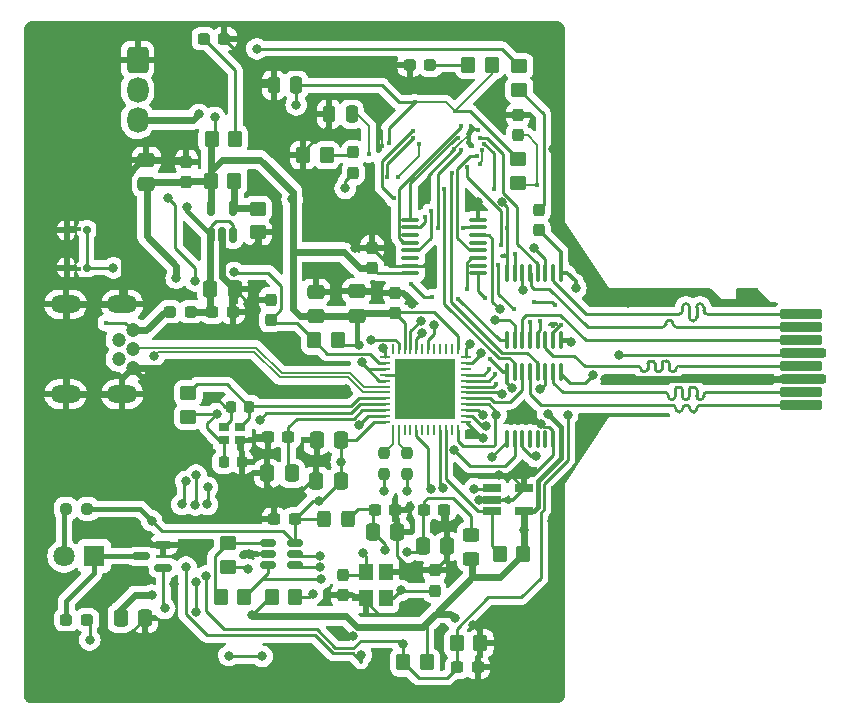
<source format=gbr>
%TF.GenerationSoftware,KiCad,Pcbnew,7.0.5*%
%TF.CreationDate,2023-07-09T17:38:26+09:00*%
%TF.ProjectId,sdcdmuxemmc,73646364-6d75-4786-956d-6d632e6b6963,rev?*%
%TF.SameCoordinates,Original*%
%TF.FileFunction,Copper,L1,Top*%
%TF.FilePolarity,Positive*%
%FSLAX46Y46*%
G04 Gerber Fmt 4.6, Leading zero omitted, Abs format (unit mm)*
G04 Created by KiCad (PCBNEW 7.0.5) date 2023-07-09 17:38:26*
%MOMM*%
%LPD*%
G01*
G04 APERTURE LIST*
G04 Aperture macros list*
%AMRoundRect*
0 Rectangle with rounded corners*
0 $1 Rounding radius*
0 $2 $3 $4 $5 $6 $7 $8 $9 X,Y pos of 4 corners*
0 Add a 4 corners polygon primitive as box body*
4,1,4,$2,$3,$4,$5,$6,$7,$8,$9,$2,$3,0*
0 Add four circle primitives for the rounded corners*
1,1,$1+$1,$2,$3*
1,1,$1+$1,$4,$5*
1,1,$1+$1,$6,$7*
1,1,$1+$1,$8,$9*
0 Add four rect primitives between the rounded corners*
20,1,$1+$1,$2,$3,$4,$5,0*
20,1,$1+$1,$4,$5,$6,$7,0*
20,1,$1+$1,$6,$7,$8,$9,0*
20,1,$1+$1,$8,$9,$2,$3,0*%
G04 Aperture macros list end*
%TA.AperFunction,SMDPad,CuDef*%
%ADD10RoundRect,0.237500X0.237500X-0.300000X0.237500X0.300000X-0.237500X0.300000X-0.237500X-0.300000X0*%
%TD*%
%TA.AperFunction,SMDPad,CuDef*%
%ADD11RoundRect,0.250000X-0.350000X-0.450000X0.350000X-0.450000X0.350000X0.450000X-0.350000X0.450000X0*%
%TD*%
%TA.AperFunction,SMDPad,CuDef*%
%ADD12RoundRect,0.237500X-0.300000X-0.237500X0.300000X-0.237500X0.300000X0.237500X-0.300000X0.237500X0*%
%TD*%
%TA.AperFunction,SMDPad,CuDef*%
%ADD13RoundRect,0.200000X-1.600000X0.200000X-1.600000X-0.200000X1.600000X-0.200000X1.600000X0.200000X0*%
%TD*%
%TA.AperFunction,SMDPad,CuDef*%
%ADD14RoundRect,0.200000X-1.750000X0.200000X-1.750000X-0.200000X1.750000X-0.200000X1.750000X0.200000X0*%
%TD*%
%TA.AperFunction,SMDPad,CuDef*%
%ADD15RoundRect,0.250000X0.350000X0.450000X-0.350000X0.450000X-0.350000X-0.450000X0.350000X-0.450000X0*%
%TD*%
%TA.AperFunction,SMDPad,CuDef*%
%ADD16RoundRect,0.250000X-0.337500X-0.475000X0.337500X-0.475000X0.337500X0.475000X-0.337500X0.475000X0*%
%TD*%
%TA.AperFunction,SMDPad,CuDef*%
%ADD17RoundRect,0.250000X0.337500X0.475000X-0.337500X0.475000X-0.337500X-0.475000X0.337500X-0.475000X0*%
%TD*%
%TA.AperFunction,SMDPad,CuDef*%
%ADD18RoundRect,0.100000X-0.100000X0.637500X-0.100000X-0.637500X0.100000X-0.637500X0.100000X0.637500X0*%
%TD*%
%TA.AperFunction,SMDPad,CuDef*%
%ADD19RoundRect,0.062500X0.062500X-0.375000X0.062500X0.375000X-0.062500X0.375000X-0.062500X-0.375000X0*%
%TD*%
%TA.AperFunction,SMDPad,CuDef*%
%ADD20RoundRect,0.062500X0.375000X-0.062500X0.375000X0.062500X-0.375000X0.062500X-0.375000X-0.062500X0*%
%TD*%
%TA.AperFunction,ComponentPad*%
%ADD21C,3.000000*%
%TD*%
%TA.AperFunction,SMDPad,CuDef*%
%ADD22R,5.150000X5.150000*%
%TD*%
%TA.AperFunction,SMDPad,CuDef*%
%ADD23R,0.900000X0.800000*%
%TD*%
%TA.AperFunction,SMDPad,CuDef*%
%ADD24RoundRect,0.150000X-0.512500X-0.150000X0.512500X-0.150000X0.512500X0.150000X-0.512500X0.150000X0*%
%TD*%
%TA.AperFunction,SMDPad,CuDef*%
%ADD25RoundRect,0.250000X-0.450000X0.350000X-0.450000X-0.350000X0.450000X-0.350000X0.450000X0.350000X0*%
%TD*%
%TA.AperFunction,SMDPad,CuDef*%
%ADD26RoundRect,0.237500X-0.287500X-0.237500X0.287500X-0.237500X0.287500X0.237500X-0.287500X0.237500X0*%
%TD*%
%TA.AperFunction,ComponentPad*%
%ADD27C,1.200000*%
%TD*%
%TA.AperFunction,ComponentPad*%
%ADD28O,2.600000X1.500000*%
%TD*%
%TA.AperFunction,ComponentPad*%
%ADD29RoundRect,0.250200X-0.649800X0.849800X-0.649800X-0.849800X0.649800X-0.849800X0.649800X0.849800X0*%
%TD*%
%TA.AperFunction,ComponentPad*%
%ADD30O,1.800000X2.200000*%
%TD*%
%TA.AperFunction,SMDPad,CuDef*%
%ADD31R,1.200000X1.400000*%
%TD*%
%TA.AperFunction,SMDPad,CuDef*%
%ADD32RoundRect,0.150000X-0.150000X0.175000X-0.150000X-0.175000X0.150000X-0.175000X0.150000X0.175000X0*%
%TD*%
%TA.AperFunction,SMDPad,CuDef*%
%ADD33RoundRect,0.087500X-0.262500X0.087500X-0.262500X-0.087500X0.262500X-0.087500X0.262500X0.087500X0*%
%TD*%
%TA.AperFunction,SMDPad,CuDef*%
%ADD34RoundRect,0.237500X0.237500X-0.287500X0.237500X0.287500X-0.237500X0.287500X-0.237500X-0.287500X0*%
%TD*%
%TA.AperFunction,SMDPad,CuDef*%
%ADD35RoundRect,0.250000X0.475000X-0.337500X0.475000X0.337500X-0.475000X0.337500X-0.475000X-0.337500X0*%
%TD*%
%TA.AperFunction,SMDPad,CuDef*%
%ADD36RoundRect,0.225000X0.225000X0.250000X-0.225000X0.250000X-0.225000X-0.250000X0.225000X-0.250000X0*%
%TD*%
%TA.AperFunction,SMDPad,CuDef*%
%ADD37RoundRect,0.150000X0.150000X-0.512500X0.150000X0.512500X-0.150000X0.512500X-0.150000X-0.512500X0*%
%TD*%
%TA.AperFunction,SMDPad,CuDef*%
%ADD38RoundRect,0.250000X-0.325000X-0.450000X0.325000X-0.450000X0.325000X0.450000X-0.325000X0.450000X0*%
%TD*%
%TA.AperFunction,SMDPad,CuDef*%
%ADD39RoundRect,0.250000X0.450000X-0.325000X0.450000X0.325000X-0.450000X0.325000X-0.450000X-0.325000X0*%
%TD*%
%TA.AperFunction,SMDPad,CuDef*%
%ADD40RoundRect,0.237500X0.287500X0.237500X-0.287500X0.237500X-0.287500X-0.237500X0.287500X-0.237500X0*%
%TD*%
%TA.AperFunction,SMDPad,CuDef*%
%ADD41RoundRect,0.237500X-0.237500X0.300000X-0.237500X-0.300000X0.237500X-0.300000X0.237500X0.300000X0*%
%TD*%
%TA.AperFunction,SMDPad,CuDef*%
%ADD42RoundRect,0.100000X0.637500X0.100000X-0.637500X0.100000X-0.637500X-0.100000X0.637500X-0.100000X0*%
%TD*%
%TA.AperFunction,SMDPad,CuDef*%
%ADD43RoundRect,0.250000X0.250000X0.475000X-0.250000X0.475000X-0.250000X-0.475000X0.250000X-0.475000X0*%
%TD*%
%TA.AperFunction,SMDPad,CuDef*%
%ADD44RoundRect,0.237500X0.300000X0.237500X-0.300000X0.237500X-0.300000X-0.237500X0.300000X-0.237500X0*%
%TD*%
%TA.AperFunction,ComponentPad*%
%ADD45R,1.800000X1.800000*%
%TD*%
%TA.AperFunction,ComponentPad*%
%ADD46C,1.800000*%
%TD*%
%TA.AperFunction,SMDPad,CuDef*%
%ADD47RoundRect,0.237500X-0.237500X0.250000X-0.237500X-0.250000X0.237500X-0.250000X0.237500X0.250000X0*%
%TD*%
%TA.AperFunction,SMDPad,CuDef*%
%ADD48RoundRect,0.250000X0.450000X-0.350000X0.450000X0.350000X-0.450000X0.350000X-0.450000X-0.350000X0*%
%TD*%
%TA.AperFunction,SMDPad,CuDef*%
%ADD49RoundRect,0.237500X-0.237500X0.287500X-0.237500X-0.287500X0.237500X-0.287500X0.237500X0.287500X0*%
%TD*%
%TA.AperFunction,SMDPad,CuDef*%
%ADD50RoundRect,0.237500X0.250000X0.237500X-0.250000X0.237500X-0.250000X-0.237500X0.250000X-0.237500X0*%
%TD*%
%TA.AperFunction,SMDPad,CuDef*%
%ADD51RoundRect,0.150000X0.587500X0.150000X-0.587500X0.150000X-0.587500X-0.150000X0.587500X-0.150000X0*%
%TD*%
%TA.AperFunction,SMDPad,CuDef*%
%ADD52RoundRect,0.225000X-0.225000X-0.250000X0.225000X-0.250000X0.225000X0.250000X-0.225000X0.250000X0*%
%TD*%
%TA.AperFunction,SMDPad,CuDef*%
%ADD53R,1.560000X0.650000*%
%TD*%
%TA.AperFunction,ViaPad*%
%ADD54C,0.800000*%
%TD*%
%TA.AperFunction,ViaPad*%
%ADD55C,0.450000*%
%TD*%
%TA.AperFunction,Conductor*%
%ADD56C,0.250000*%
%TD*%
%TA.AperFunction,Conductor*%
%ADD57C,0.600000*%
%TD*%
%TA.AperFunction,Conductor*%
%ADD58C,0.400000*%
%TD*%
%TA.AperFunction,Conductor*%
%ADD59C,0.300000*%
%TD*%
%TA.AperFunction,Conductor*%
%ADD60C,0.150000*%
%TD*%
%TA.AperFunction,Conductor*%
%ADD61C,0.200000*%
%TD*%
G04 APERTURE END LIST*
D10*
%TO.P,C408,1*%
%TO.N,+3.3V*%
X190937500Y-93555000D03*
%TO.P,C408,2*%
%TO.N,GND*%
X190937500Y-91830000D03*
%TD*%
D11*
%TO.P,R309,1*%
%TO.N,+3.3V*%
X175410000Y-78770000D03*
%TO.P,R309,2*%
%TO.N,Net-(D302-A)*%
X177410000Y-78770000D03*
%TD*%
D12*
%TO.P,C509,1*%
%TO.N,/SELECTOR/~{SEL1}*%
X196217500Y-123540000D03*
%TO.P,C509,2*%
%TO.N,GND*%
X197942500Y-123540000D03*
%TD*%
D13*
%TO.P,J102,1,Pin_1*%
%TO.N,/SDMUX/SD1_1*%
X225320000Y-93625000D03*
%TO.P,J102,2,Pin_2*%
%TO.N,/SDMUX/SD1_2*%
X225320000Y-94725000D03*
%TO.P,J102,3,Pin_3*%
%TO.N,/SDMUX/SD1_3*%
X225320000Y-95825000D03*
D14*
%TO.P,J102,4,Pin_4*%
%TO.N,/SDMUX/SD1_4*%
X225470000Y-96925000D03*
D13*
%TO.P,J102,5,Pin_5*%
%TO.N,/SDMUX/SD1_5*%
X225320000Y-98025000D03*
D14*
%TO.P,J102,6,Pin_6*%
%TO.N,GND*%
X225470000Y-99125000D03*
D13*
%TO.P,J102,7,Pin_7*%
%TO.N,/SDMUX/SD1_7*%
X225320000Y-100225000D03*
%TO.P,J102,8,Pin_8*%
%TO.N,/SDMUX/SD1_8*%
X225320000Y-101325000D03*
%TD*%
D15*
%TO.P,R308,1*%
%TO.N,+3.3V*%
X186090000Y-95850000D03*
%TO.P,R308,2*%
%TO.N,/SDCARD_READER/~{RESET}*%
X184090000Y-95850000D03*
%TD*%
D12*
%TO.P,C511,1*%
%TO.N,/SELECTOR/VPHY*%
X189237500Y-110180000D03*
%TO.P,C511,2*%
%TO.N,GND*%
X190962500Y-110180000D03*
%TD*%
D10*
%TO.P,C307,1*%
%TO.N,+3.3V*%
X173280000Y-82462500D03*
%TO.P,C307,2*%
%TO.N,GND*%
X173280000Y-80737500D03*
%TD*%
D16*
%TO.P,C304,1*%
%TO.N,+5V*%
X175292500Y-91520000D03*
%TO.P,C304,2*%
%TO.N,GND*%
X177367500Y-91520000D03*
%TD*%
D17*
%TO.P,C411,1*%
%TO.N,+3.3V*%
X186377500Y-104320000D03*
%TO.P,C411,2*%
%TO.N,GND*%
X184302500Y-104320000D03*
%TD*%
D11*
%TO.P,R509,1*%
%TO.N,/SELECTOR/~{SEL1}*%
X196180000Y-121500000D03*
%TO.P,R509,2*%
%TO.N,GND*%
X198180000Y-121500000D03*
%TD*%
D18*
%TO.P,U602,1,SEL*%
%TO.N,/SELECTOR/~{SEL1}*%
X204967000Y-98483500D03*
%TO.P,U602,2,S1A*%
%TO.N,/SDMUX/SD1_7*%
X204317000Y-98483500D03*
%TO.P,U602,3,S1B*%
%TO.N,/SDCARD_READER/MMCD0*%
X203667000Y-98483500D03*
%TO.P,U602,4,D1*%
%TO.N,/SDMUX/D0*%
X203017000Y-98483500D03*
%TO.P,U602,5,S2A*%
%TO.N,/SDMUX/SD1_8*%
X202367000Y-98483500D03*
%TO.P,U602,6,S2B*%
%TO.N,/SDCARD_READER/MMCD1*%
X201717000Y-98483500D03*
%TO.P,U602,7,D2*%
%TO.N,/SDMUX/D1*%
X201067000Y-98483500D03*
%TO.P,U602,8,GND*%
%TO.N,GND*%
X200417000Y-98483500D03*
%TO.P,U602,9,D3*%
%TO.N,/SDMUX/MMC_PWR_EN*%
X200417000Y-104208500D03*
%TO.P,U602,10,S3B*%
%TO.N,/SDCARD_READER/CRD_PWR*%
X201067000Y-104208500D03*
%TO.P,U602,11,S3A*%
%TO.N,/SDMUX/SD1_4*%
X201717000Y-104208500D03*
%TO.P,U602,12,D4*%
%TO.N,unconnected-(U602-D4-Pad12)*%
X202367000Y-104208500D03*
%TO.P,U602,13,S4B*%
%TO.N,unconnected-(U602-S4B-Pad13)*%
X203017000Y-104208500D03*
%TO.P,U602,14,S4A*%
%TO.N,unconnected-(U602-S4A-Pad14)*%
X203667000Y-104208500D03*
%TO.P,U602,15,~{EN}*%
%TO.N,GND*%
X204317000Y-104208500D03*
%TO.P,U602,16,VDD*%
%TO.N,+3.3V*%
X204967000Y-104208500D03*
%TD*%
D12*
%TO.P,C302,1*%
%TO.N,+5V*%
X175467500Y-93450000D03*
%TO.P,C302,2*%
%TO.N,GND*%
X177192500Y-93450000D03*
%TD*%
D10*
%TO.P,C606,1*%
%TO.N,Net-(U604-~{RST})*%
X201350000Y-78492500D03*
%TO.P,C606,2*%
%TO.N,GND*%
X201350000Y-76767500D03*
%TD*%
D19*
%TO.P,U402,1,USBDN_DM2*%
%TO.N,/SDCARD_READER/USBDP1-*%
X190750000Y-103437500D03*
%TO.P,U402,2,USBDN_DP2*%
%TO.N,/SDCARD_READER/USBDP1+*%
X191250000Y-103437500D03*
%TO.P,U402,3,USBDN_DM3*%
%TO.N,/SDCARD_READER/USBDP2-*%
X191750000Y-103437500D03*
%TO.P,U402,4,USBDN_DP3*%
%TO.N,/SDCARD_READER/USBDP2+*%
X192250000Y-103437500D03*
%TO.P,U402,5,VDD33*%
%TO.N,+3.3V*%
X192750000Y-103437500D03*
%TO.P,U402,6,PRTCTL2*%
%TO.N,unconnected-(U402-PRTCTL2-Pad6)*%
X193250000Y-103437500D03*
%TO.P,U402,7,PRTCTL3*%
%TO.N,unconnected-(U402-PRTCTL3-Pad7)*%
X193750000Y-103437500D03*
%TO.P,U402,8,~{SPI_CE}*%
%TO.N,unconnected-(U402-~{SPI_CE}-Pad8)*%
X194250000Y-103437500D03*
%TO.P,U402,9,SPI_CLK/SCL*%
%TO.N,Net-(U401-SCL)*%
X194750000Y-103437500D03*
%TO.P,U402,10,SPI_DO/SDA/SPI_SPD_SEL*%
%TO.N,Net-(U401-SDA)*%
X195250000Y-103437500D03*
%TO.P,U402,11,SPI_DI*%
%TO.N,unconnected-(U402-SPI_DI-Pad11)*%
X195750000Y-103437500D03*
%TO.P,U402,12,VDD33*%
%TO.N,+3.3V*%
X196250000Y-103437500D03*
D20*
%TO.P,U402,13,xD_D4/SD_WP/MS_SCLK*%
%TO.N,GND*%
X196937500Y-102750000D03*
%TO.P,U402,14,SD_~{CD}*%
%TO.N,/SDCARD_READER/~{MMC_CD}*%
X196937500Y-102250000D03*
%TO.P,U402,15,CRFILT*%
%TO.N,Net-(U402-CRFILT)*%
X196937500Y-101750000D03*
%TO.P,U402,16,VDD33*%
%TO.N,+3.3V*%
X196937500Y-101250000D03*
%TO.P,U402,17,xD_D3/SD_D1/MS_D5*%
%TO.N,/SDCARD_READER/MMCD1*%
X196937500Y-100750000D03*
%TO.P,U402,18,xD_D2/SD_D0/MS_D4*%
%TO.N,/SDCARD_READER/MMCD0*%
X196937500Y-100250000D03*
%TO.P,U402,19,xD_D1/SD_D7/MS_D6*%
%TO.N,/SDCARD_READER/MMCD7*%
X196937500Y-99750000D03*
%TO.P,U402,20,xD_D0/SD_D6/MS_D7*%
%TO.N,/SDCARD_READER/MMCD6*%
X196937500Y-99250000D03*
%TO.P,U402,21,xD_nWP/SD_CLK/MS_BS*%
%TO.N,/SDCARD_READER/MMC_CLK*%
X196937500Y-98750000D03*
%TO.P,U402,22,xD_~{WE}*%
%TO.N,unconnected-(U402-xD_~{WE}-Pad22)*%
X196937500Y-98250000D03*
%TO.P,U402,23,xD_ALE/SD_D5/MS_D1*%
%TO.N,/SDCARD_READER/MMCD5*%
X196937500Y-97750000D03*
%TO.P,U402,24,xD_CLE/SD_CMD/MS_D0*%
%TO.N,/SDCARD_READER/MMC_CMD*%
X196937500Y-97250000D03*
D19*
%TO.P,U402,25,VDD33*%
%TO.N,+3.3V*%
X196250000Y-96562500D03*
%TO.P,U402,26,xD_~{CE}*%
%TO.N,unconnected-(U402-xD_~{CE}-Pad26)*%
X195750000Y-96562500D03*
%TO.P,U402,27,xD_~{RE}*%
%TO.N,unconnected-(U402-xD_~{RE}-Pad27)*%
X195250000Y-96562500D03*
%TO.P,U402,28,xD_~{B/R}*%
%TO.N,unconnected-(U402-xD_~{B{slash}R}-Pad28)*%
X194750000Y-96562500D03*
%TO.P,U402,29,xD_~{CD}*%
%TO.N,unconnected-(U402-xD_~{CD}-Pad29)*%
X194250000Y-96562500D03*
%TO.P,U402,30,xD_D7/SD_D4/MS_D2*%
%TO.N,/SDCARD_READER/MMCD4*%
X193750000Y-96562500D03*
%TO.P,U402,31,MS_INS*%
%TO.N,unconnected-(U402-MS_INS-Pad31)*%
X193250000Y-96562500D03*
%TO.P,U402,32,xD_D6/SD_D3/MS_D3*%
%TO.N,/SDCARD_READER/MMCD3*%
X192750000Y-96562500D03*
%TO.P,U402,33,xD_D5/SD_D2*%
%TO.N,/SDCARD_READER/MMCD2*%
X192250000Y-96562500D03*
%TO.P,U402,34,VDD33*%
%TO.N,+3.3V*%
X191750000Y-96562500D03*
%TO.P,U402,35,CRD_PWR*%
%TO.N,/SDCARD_READER/CRD_PWR*%
X191250000Y-96562500D03*
%TO.P,U402,36,NC*%
%TO.N,unconnected-(U402-NC-Pad36)*%
X190750000Y-96562500D03*
D20*
%TO.P,U402,37,LED*%
%TO.N,Net-(D401-A)*%
X190062500Y-97250000D03*
%TO.P,U402,38,~{RESET}*%
%TO.N,/SDCARD_READER/~{RESET}*%
X190062500Y-97750000D03*
%TO.P,U402,39,VBUS_DET*%
%TO.N,+3.3V*%
X190062500Y-98250000D03*
%TO.P,U402,40,TEST*%
%TO.N,GND*%
X190062500Y-98750000D03*
%TO.P,U402,41,VDD33*%
%TO.N,+3.3V*%
X190062500Y-99250000D03*
%TO.P,U402,42,USB+*%
%TO.N,/SDCARD_READER/USB+*%
X190062500Y-99750000D03*
%TO.P,U402,43,USB-*%
%TO.N,/SDCARD_READER/USB-*%
X190062500Y-100250000D03*
%TO.P,U402,44,XTAL2*%
%TO.N,Net-(U402-XTAL2)*%
X190062500Y-100750000D03*
%TO.P,U402,45,XTAL1/CLKIN*%
%TO.N,Net-(U402-XTAL1{slash}CLKIN)*%
X190062500Y-101250000D03*
%TO.P,U402,46,PLLFILT*%
%TO.N,Net-(U402-PLLFILT)*%
X190062500Y-101750000D03*
%TO.P,U402,47,RBIAS*%
%TO.N,Net-(U402-RBIAS)*%
X190062500Y-102250000D03*
%TO.P,U402,48,VDD33*%
%TO.N,+3.3V*%
X190062500Y-102750000D03*
D21*
%TO.P,U402,49,VSS*%
%TO.N,GND*%
X193500000Y-100000000D03*
D22*
X193500000Y-100000000D03*
%TD*%
D15*
%TO.P,R405,1*%
%TO.N,Net-(D401-K)*%
X185150000Y-80160000D03*
%TO.P,R405,2*%
%TO.N,GND*%
X183150000Y-80160000D03*
%TD*%
D23*
%TO.P,Y401,1,1*%
%TO.N,Net-(U402-XTAL2)*%
X177860000Y-103190000D03*
%TO.P,Y401,2,2*%
%TO.N,GND*%
X176460000Y-103190000D03*
%TO.P,Y401,3,3*%
%TO.N,Net-(U402-XTAL1{slash}CLKIN)*%
X176460000Y-104290000D03*
%TO.P,Y401,4,4*%
%TO.N,GND*%
X177860000Y-104290000D03*
%TD*%
D24*
%TO.P,U501,1,DO*%
%TO.N,Net-(U501-DO)*%
X180212500Y-113000000D03*
%TO.P,U501,2,GND*%
%TO.N,GND*%
X180212500Y-113950000D03*
%TO.P,U501,3,DI*%
%TO.N,Net-(U501-DI)*%
X180212500Y-114900000D03*
%TO.P,U501,4,CLK*%
%TO.N,Net-(U501-CLK)*%
X182487500Y-114900000D03*
%TO.P,U501,5,CS*%
%TO.N,Net-(U501-CS)*%
X182487500Y-113950000D03*
%TO.P,U501,6,VCC*%
%TO.N,+3.3V*%
X182487500Y-113000000D03*
%TD*%
D25*
%TO.P,R602,1*%
%TO.N,/SDMUX/MMC_PWR*%
X201350000Y-80490000D03*
%TO.P,R602,2*%
%TO.N,Net-(U604-~{RST})*%
X201350000Y-82490000D03*
%TD*%
%TO.P,R306,1*%
%TO.N,Net-(U301-ADJ)*%
X179320000Y-84700000D03*
%TO.P,R306,2*%
%TO.N,GND*%
X179320000Y-86700000D03*
%TD*%
D26*
%TO.P,D201,1,K*%
%TO.N,Net-(D201-K)*%
X163125000Y-119500000D03*
%TO.P,D201,2,A*%
%TO.N,Net-(D201-A)*%
X164875000Y-119500000D03*
%TD*%
D27*
%TO.P,J101,1,VBUS*%
%TO.N,/USB Power/USBVDD_5V*%
X168750000Y-95000000D03*
%TO.P,J101,2,D-*%
%TO.N,/SDCARD_READER/USB-*%
X167550000Y-95800000D03*
%TO.P,J101,3,D+*%
%TO.N,/SDCARD_READER/USB+*%
X168750000Y-96600000D03*
%TO.P,J101,4,ID*%
%TO.N,unconnected-(J101-ID-Pad4)*%
X167550000Y-97400000D03*
%TO.P,J101,5,GND*%
%TO.N,GND*%
X168750000Y-98200000D03*
D28*
%TO.P,J101,6,Shield*%
X167850000Y-92800000D03*
X163050000Y-92800000D03*
X167850000Y-100400000D03*
X163050000Y-100400000D03*
%TD*%
D29*
%TO.P,U201,1,GND*%
%TO.N,GND*%
X169152500Y-72105000D03*
D30*
%TO.P,U201,2,Out*%
%TO.N,/Infrad Cont/INFRAD_RX*%
X169152500Y-74645000D03*
%TO.P,U201,3,Vcc*%
%TO.N,+5V*%
X169152500Y-77185000D03*
%TD*%
D31*
%TO.P,Y501,1,1*%
%TO.N,Net-(U502-XCSI)*%
X188460000Y-115490000D03*
%TO.P,Y501,2,2*%
%TO.N,GND*%
X188460000Y-117690000D03*
%TO.P,Y501,3,3*%
%TO.N,Net-(U502-XCSO)*%
X190160000Y-117690000D03*
%TO.P,Y501,4,4*%
%TO.N,GND*%
X190160000Y-115490000D03*
%TD*%
D11*
%TO.P,R305,1*%
%TO.N,+3.3V*%
X175340000Y-82310000D03*
%TO.P,R305,2*%
%TO.N,Net-(U301-ADJ)*%
X177340000Y-82310000D03*
%TD*%
D32*
%TO.P,SW301,1,1*%
%TO.N,/SDCARD_READER/~{RESET}*%
X164830000Y-86525000D03*
%TO.P,SW301,2,2*%
X164830000Y-89675000D03*
%TO.P,SW301,3,K*%
%TO.N,GND*%
X163130000Y-86525000D03*
%TO.P,SW301,4,A*%
X163130000Y-89675000D03*
D33*
%TO.P,SW301,5,5*%
X163980000Y-86375000D03*
%TO.P,SW301,6,6*%
X163980000Y-89825000D03*
%TD*%
D34*
%TO.P,D501,1,K*%
%TO.N,/SELECTOR/~{SEL1}*%
X203130000Y-86535000D03*
%TO.P,D501,2,A*%
%TO.N,Net-(D501-A)*%
X203130000Y-84785000D03*
%TD*%
D35*
%TO.P,C308,1*%
%TO.N,+3.3V*%
X169900000Y-82617500D03*
%TO.P,C308,2*%
%TO.N,GND*%
X169900000Y-80542500D03*
%TD*%
D36*
%TO.P,C403,1*%
%TO.N,GND*%
X177985000Y-106160000D03*
%TO.P,C403,2*%
%TO.N,Net-(U402-XTAL1{slash}CLKIN)*%
X176435000Y-106160000D03*
%TD*%
D37*
%TO.P,U301,1,IN*%
%TO.N,+5V*%
X175360000Y-86907500D03*
%TO.P,U301,2,GND*%
%TO.N,GND*%
X176310000Y-86907500D03*
%TO.P,U301,3,EN*%
%TO.N,+5V*%
X177260000Y-86907500D03*
%TO.P,U301,4,ADJ*%
%TO.N,Net-(U301-ADJ)*%
X177260000Y-84632500D03*
%TO.P,U301,5,OUT*%
%TO.N,+3.3V*%
X175360000Y-84632500D03*
%TD*%
D38*
%TO.P,FB501,1*%
%TO.N,+3.3V*%
X184915000Y-110990000D03*
%TO.P,FB501,2*%
%TO.N,/SELECTOR/VPHY*%
X186965000Y-110990000D03*
%TD*%
D15*
%TO.P,R601,1*%
%TO.N,+3.3V*%
X193620000Y-123100000D03*
%TO.P,R601,2*%
%TO.N,/SELECTOR/~{SEL1}*%
X191620000Y-123100000D03*
%TD*%
D16*
%TO.P,C201,1*%
%TO.N,+3.3V*%
X167702500Y-119390000D03*
%TO.P,C201,2*%
%TO.N,GND*%
X169777500Y-119390000D03*
%TD*%
D39*
%TO.P,FB502,1*%
%TO.N,+3.3V*%
X197410000Y-114345000D03*
%TO.P,FB502,2*%
%TO.N,/SELECTOR/VPLL*%
X197410000Y-112295000D03*
%TD*%
D40*
%TO.P,D302,1,K*%
%TO.N,GND*%
X176505000Y-70310000D03*
%TO.P,D302,2,A*%
%TO.N,Net-(D302-A)*%
X174755000Y-70310000D03*
%TD*%
D15*
%TO.P,R404,1*%
%TO.N,+3.3V*%
X201800000Y-113910000D03*
%TO.P,R404,2*%
%TO.N,Net-(U401-SDA)*%
X199800000Y-113910000D03*
%TD*%
D41*
%TO.P,C504,1*%
%TO.N,Net-(U502-XCSI)*%
X186510000Y-115717500D03*
%TO.P,C504,2*%
%TO.N,GND*%
X186510000Y-117442500D03*
%TD*%
D11*
%TO.P,R507,1*%
%TO.N,+3.3V*%
X180500000Y-117590000D03*
%TO.P,R507,2*%
%TO.N,Net-(U501-CLK)*%
X182500000Y-117590000D03*
%TD*%
D42*
%TO.P,U603,1,SEL*%
%TO.N,/SELECTOR/~{SEL1}*%
X197962500Y-90175000D03*
%TO.P,U603,2,S1A*%
%TO.N,unconnected-(U603-S1A-Pad2)*%
X197962500Y-89525000D03*
%TO.P,U603,3,S1B*%
%TO.N,/SDCARD_READER/MMCD4*%
X197962500Y-88875000D03*
%TO.P,U603,4,D1*%
%TO.N,/SDMUX/D4*%
X197962500Y-88225000D03*
%TO.P,U603,5,S2A*%
%TO.N,unconnected-(U603-S2A-Pad5)*%
X197962500Y-87575000D03*
%TO.P,U603,6,S2B*%
%TO.N,/SDCARD_READER/MMCD5*%
X197962500Y-86925000D03*
%TO.P,U603,7,D2*%
%TO.N,/SDMUX/D5*%
X197962500Y-86275000D03*
%TO.P,U603,8,GND*%
%TO.N,GND*%
X197962500Y-85625000D03*
%TO.P,U603,9,D3*%
%TO.N,/SDMUX/D6*%
X192237500Y-85625000D03*
%TO.P,U603,10,S3B*%
%TO.N,/SDCARD_READER/MMCD6*%
X192237500Y-86275000D03*
%TO.P,U603,11,S3A*%
%TO.N,unconnected-(U603-S3A-Pad11)*%
X192237500Y-86925000D03*
%TO.P,U603,12,D4*%
%TO.N,/SDMUX/D7*%
X192237500Y-87575000D03*
%TO.P,U603,13,S4B*%
%TO.N,/SDCARD_READER/MMCD7*%
X192237500Y-88225000D03*
%TO.P,U603,14,S4A*%
%TO.N,unconnected-(U603-S4A-Pad14)*%
X192237500Y-88875000D03*
%TO.P,U603,15,~{EN}*%
%TO.N,GND*%
X192237500Y-89525000D03*
%TO.P,U603,16,VDD*%
%TO.N,+3.3V*%
X192237500Y-90175000D03*
%TD*%
D43*
%TO.P,C605,1*%
%TO.N,/SDMUX/MMC_PWR*%
X182590000Y-74230000D03*
%TO.P,C605,2*%
%TO.N,GND*%
X180690000Y-74230000D03*
%TD*%
D25*
%TO.P,R508,1*%
%TO.N,+3.3V*%
X201460000Y-72620000D03*
%TO.P,R508,2*%
%TO.N,Net-(D501-A)*%
X201460000Y-74620000D03*
%TD*%
D18*
%TO.P,U601,1,SEL*%
%TO.N,/SELECTOR/~{SEL1}*%
X204967000Y-90101500D03*
%TO.P,U601,2,S1A*%
%TO.N,/SDMUX/SD1_1*%
X204317000Y-90101500D03*
%TO.P,U601,3,S1B*%
%TO.N,/SDCARD_READER/MMCD2*%
X203667000Y-90101500D03*
%TO.P,U601,4,D1*%
%TO.N,/SDMUX/D2*%
X203017000Y-90101500D03*
%TO.P,U601,5,S2A*%
%TO.N,/SDMUX/SD1_2*%
X202367000Y-90101500D03*
%TO.P,U601,6,S2B*%
%TO.N,/SDCARD_READER/MMCD3*%
X201717000Y-90101500D03*
%TO.P,U601,7,D2*%
%TO.N,/SDMUX/D3*%
X201067000Y-90101500D03*
%TO.P,U601,8,GND*%
%TO.N,GND*%
X200417000Y-90101500D03*
%TO.P,U601,9,D3*%
%TO.N,/SDMUX/CMD*%
X200417000Y-95826500D03*
%TO.P,U601,10,S3B*%
%TO.N,/SDCARD_READER/MMC_CMD*%
X201067000Y-95826500D03*
%TO.P,U601,11,S3A*%
%TO.N,/SDMUX/SD1_3*%
X201717000Y-95826500D03*
%TO.P,U601,12,D4*%
%TO.N,/SDMUX/CLK*%
X202367000Y-95826500D03*
%TO.P,U601,13,S4B*%
%TO.N,/SDCARD_READER/MMC_CLK*%
X203017000Y-95826500D03*
%TO.P,U601,14,S4A*%
%TO.N,/SDMUX/SD1_5*%
X203667000Y-95826500D03*
%TO.P,U601,15,~{EN}*%
%TO.N,GND*%
X204317000Y-95826500D03*
%TO.P,U601,16,VDD*%
%TO.N,+3.3V*%
X204967000Y-95826500D03*
%TD*%
D44*
%TO.P,C406,1*%
%TO.N,Net-(U402-PLLFILT)*%
X181912500Y-104040000D03*
%TO.P,C406,2*%
%TO.N,GND*%
X180187500Y-104040000D03*
%TD*%
D15*
%TO.P,R506,1*%
%TO.N,Net-(U501-DI)*%
X178170000Y-117560000D03*
%TO.P,R506,2*%
%TO.N,Net-(U501-DO)*%
X176170000Y-117560000D03*
%TD*%
D45*
%TO.P,D202,1,K*%
%TO.N,Net-(D201-K)*%
X165465000Y-114100000D03*
D46*
%TO.P,D202,2,A*%
%TO.N,Net-(D202-A)*%
X162925000Y-114100000D03*
%TD*%
D16*
%TO.P,C515,1*%
%TO.N,/SELECTOR/VPLL*%
X193302500Y-113290000D03*
%TO.P,C515,2*%
%TO.N,GND*%
X195377500Y-113290000D03*
%TD*%
D10*
%TO.P,C309,1*%
%TO.N,/SDCARD_READER/~{RESET}*%
X180410000Y-94112500D03*
%TO.P,C309,2*%
%TO.N,GND*%
X180410000Y-92387500D03*
%TD*%
D47*
%TO.P,R504,1*%
%TO.N,/SDCARD_READER/USBDP1-*%
X190000000Y-105337500D03*
%TO.P,R504,2*%
%TO.N,Net-(U502-DM)*%
X190000000Y-107162500D03*
%TD*%
D48*
%TO.P,R502,1*%
%TO.N,+3.3V*%
X176790000Y-115010000D03*
%TO.P,R502,2*%
%TO.N,Net-(U501-DO)*%
X176790000Y-113010000D03*
%TD*%
D49*
%TO.P,D401,1,K*%
%TO.N,Net-(D401-K)*%
X187400000Y-79935000D03*
%TO.P,D401,2,A*%
%TO.N,Net-(D401-A)*%
X187400000Y-81685000D03*
%TD*%
D35*
%TO.P,C410,1*%
%TO.N,+3.3V*%
X187707500Y-93770000D03*
%TO.P,C410,2*%
%TO.N,GND*%
X187707500Y-91695000D03*
%TD*%
D10*
%TO.P,C505,1*%
%TO.N,Net-(U502-XCSO)*%
X194290000Y-117042500D03*
%TO.P,C505,2*%
%TO.N,GND*%
X194290000Y-115317500D03*
%TD*%
D35*
%TO.P,C412,1*%
%TO.N,+3.3V*%
X184237500Y-93790000D03*
%TO.P,C412,2*%
%TO.N,GND*%
X184237500Y-91715000D03*
%TD*%
D15*
%TO.P,R307,1*%
%TO.N,/SDMUX/MMC_PWR*%
X199130000Y-72490000D03*
%TO.P,R307,2*%
%TO.N,Net-(D301-A)*%
X197130000Y-72490000D03*
%TD*%
D50*
%TO.P,R203,1*%
%TO.N,+3.3V*%
X164902500Y-110120000D03*
%TO.P,R203,2*%
%TO.N,Net-(D202-A)*%
X163077500Y-110120000D03*
%TD*%
D26*
%TO.P,D301,1,K*%
%TO.N,GND*%
X192185000Y-72530000D03*
%TO.P,D301,2,A*%
%TO.N,Net-(D301-A)*%
X193935000Y-72530000D03*
%TD*%
D51*
%TO.P,Q201,1,G*%
%TO.N,/Infrad Cont/INFRAD_TX*%
X171327500Y-115090000D03*
%TO.P,Q201,2,S*%
%TO.N,GND*%
X171327500Y-113190000D03*
%TO.P,Q201,3,D*%
%TO.N,Net-(D201-K)*%
X169452500Y-114140000D03*
%TD*%
D48*
%TO.P,R401,1*%
%TO.N,Net-(U402-XTAL1{slash}CLKIN)*%
X173440000Y-102310000D03*
%TO.P,R401,2*%
%TO.N,Net-(U402-XTAL2)*%
X173440000Y-100310000D03*
%TD*%
D10*
%TO.P,C601,1*%
%TO.N,+3.3V*%
X189000000Y-89712500D03*
%TO.P,C601,2*%
%TO.N,GND*%
X189000000Y-87987500D03*
%TD*%
D52*
%TO.P,C404,1*%
%TO.N,GND*%
X177065000Y-101450000D03*
%TO.P,C404,2*%
%TO.N,Net-(U402-XTAL2)*%
X178615000Y-101450000D03*
%TD*%
D47*
%TO.P,R505,1*%
%TO.N,/SDCARD_READER/USBDP1+*%
X192000000Y-105337500D03*
%TO.P,R505,2*%
%TO.N,Net-(U502-DP)*%
X192000000Y-107162500D03*
%TD*%
D16*
%TO.P,C514,1*%
%TO.N,/SELECTOR/VPHY*%
X189052500Y-112100000D03*
%TO.P,C514,2*%
%TO.N,GND*%
X191127500Y-112100000D03*
%TD*%
D26*
%TO.P,FB301,1*%
%TO.N,/USB Power/USBVDD_5V*%
X171895000Y-93420000D03*
%TO.P,FB301,2*%
%TO.N,+5V*%
X173645000Y-93420000D03*
%TD*%
D12*
%TO.P,C512,1*%
%TO.N,/SELECTOR/VPLL*%
X193407500Y-110170000D03*
%TO.P,C512,2*%
%TO.N,GND*%
X195132500Y-110170000D03*
%TD*%
D17*
%TO.P,C402,1*%
%TO.N,Net-(U402-PLLFILT)*%
X182217500Y-107110000D03*
%TO.P,C402,2*%
%TO.N,GND*%
X180142500Y-107110000D03*
%TD*%
%TO.P,C409,1*%
%TO.N,+3.3V*%
X186347500Y-107760000D03*
%TO.P,C409,2*%
%TO.N,GND*%
X184272500Y-107760000D03*
%TD*%
D44*
%TO.P,C502,1*%
%TO.N,+3.3V*%
X182442500Y-110970000D03*
%TO.P,C502,2*%
%TO.N,GND*%
X180717500Y-110970000D03*
%TD*%
D43*
%TO.P,C604,1*%
%TO.N,Net-(U604-VDDI)*%
X187270000Y-76690000D03*
%TO.P,C604,2*%
%TO.N,GND*%
X185370000Y-76690000D03*
%TD*%
D53*
%TO.P,U401,1,SCL*%
%TO.N,Net-(U401-SCL)*%
X199130000Y-108380000D03*
%TO.P,U401,2,GND*%
%TO.N,GND*%
X199130000Y-109330000D03*
%TO.P,U401,3,SDA*%
%TO.N,Net-(U401-SDA)*%
X199130000Y-110280000D03*
%TO.P,U401,4,VCC*%
%TO.N,+3.3V*%
X201830000Y-110280000D03*
%TO.P,U401,5,WP*%
%TO.N,GND*%
X201830000Y-108380000D03*
%TD*%
D54*
%TO.N,/SDCARD_READER/~{MMC_CD}*%
X198675500Y-103134189D03*
%TO.N,GND*%
X166240000Y-79100000D03*
X161240000Y-102530000D03*
X171100000Y-78600000D03*
X167960000Y-116070000D03*
X218234000Y-99126000D03*
X208100000Y-92200000D03*
D55*
X189800000Y-79400000D03*
D54*
X199750000Y-107250000D03*
X198070000Y-109320000D03*
D55*
X200400000Y-86300000D03*
X189300000Y-85500000D03*
D54*
X161360000Y-79050000D03*
X178600000Y-113970000D03*
D55*
X189500000Y-77800000D03*
D54*
X175800000Y-98100000D03*
X173630000Y-87220000D03*
X204030000Y-121870000D03*
X161360000Y-84460000D03*
X179030000Y-73980000D03*
X182300000Y-97300000D03*
X195377500Y-111612500D03*
X198000000Y-84120500D03*
X200862701Y-99862701D03*
X185500000Y-89900000D03*
X161290000Y-98300000D03*
X192490000Y-115490000D03*
X161430000Y-94780000D03*
X185200000Y-85500000D03*
X193780000Y-125630000D03*
X203500000Y-74400000D03*
D55*
X193700000Y-84100000D03*
X198900000Y-76800000D03*
D54*
X200001839Y-84118661D03*
D55*
X195952863Y-79649059D03*
D54*
X192200000Y-109960000D03*
X208720000Y-99110000D03*
D55*
X199000000Y-97420000D03*
D54*
X166890000Y-102470000D03*
X204600000Y-86300000D03*
X171240000Y-70240000D03*
X206600000Y-89900000D03*
X161420000Y-89750000D03*
X172240000Y-116430000D03*
D55*
X194200000Y-89100000D03*
D54*
X171780000Y-110640000D03*
X163140000Y-84990000D03*
X197510000Y-119970000D03*
X167760000Y-121040000D03*
X175790000Y-100660000D03*
D55*
X199000000Y-75500000D03*
D54*
X204300000Y-79600000D03*
X203740000Y-125610000D03*
X185240000Y-78080000D03*
X187530000Y-88030000D03*
X185770000Y-125700000D03*
X171820000Y-106340000D03*
X177380000Y-107730000D03*
X161360000Y-109630000D03*
X203341974Y-102908665D03*
X198390802Y-104092694D03*
X192530000Y-118150000D03*
X177720000Y-110720000D03*
X161290000Y-116050000D03*
X166800000Y-108300000D03*
X201900000Y-70200000D03*
X193400000Y-70100000D03*
X179800000Y-99200000D03*
D55*
X198000000Y-78000000D03*
D54*
X187356825Y-120912925D03*
X192400000Y-92770049D03*
X179880000Y-125670000D03*
X161310000Y-70310000D03*
X206600000Y-104900000D03*
X183700000Y-70100000D03*
D55*
X204981444Y-94508556D03*
D54*
X210680000Y-92640000D03*
X198140000Y-125660000D03*
X189700000Y-122500000D03*
X172495500Y-120700000D03*
X204250000Y-111150000D03*
X161390000Y-125030000D03*
X194700000Y-121500000D03*
X180720000Y-109740000D03*
X186800000Y-100000000D03*
X168700000Y-111460000D03*
X174210000Y-125700000D03*
X176510000Y-88900000D03*
X173200000Y-78600000D03*
X167000000Y-125600000D03*
X204130000Y-116850000D03*
%TO.N,+3.3V*%
X184510000Y-109450000D03*
X175680000Y-76960000D03*
X194010000Y-108410000D03*
X170340000Y-117410000D03*
X179260000Y-71160000D03*
X188110000Y-97694500D03*
X170340000Y-111110000D03*
X196020000Y-119380000D03*
X172420000Y-90580000D03*
X182230000Y-83910000D03*
X187900000Y-96245500D03*
X199490000Y-102130000D03*
X178850000Y-119070000D03*
X178490000Y-115220000D03*
X203862179Y-102055206D03*
X201830000Y-111910000D03*
X205881249Y-95965286D03*
X186377500Y-106120000D03*
%TO.N,+5V*%
X173320000Y-84540000D03*
X174340000Y-76700000D03*
%TO.N,/SDCARD_READER/~{RESET}*%
X172900000Y-109739500D03*
X188065764Y-122503766D03*
X177300000Y-90080000D03*
X167100000Y-89700000D03*
X173250000Y-115050000D03*
X173230000Y-107770000D03*
%TO.N,Net-(U402-CRFILT)*%
X198401423Y-102173000D03*
%TO.N,Net-(U402-XTAL1{slash}CLKIN)*%
X179500000Y-102550000D03*
X175830000Y-102050000D03*
%TO.N,Net-(U502-XCSI)*%
X188250000Y-113860000D03*
%TO.N,Net-(U502-XCSO)*%
X191450000Y-117010000D03*
%TO.N,/SELECTOR/VPHY*%
X190059952Y-113620049D03*
%TO.N,/SELECTOR/VPLL*%
X191940000Y-113790000D03*
%TO.N,/SDMUX/MMC_PWR*%
X182570000Y-75900000D03*
D55*
X192600000Y-75700000D03*
X195993279Y-76446639D03*
X190400000Y-79100000D03*
D54*
%TO.N,Net-(D201-A)*%
X165100000Y-121200000D03*
D55*
%TO.N,/USB Power/USBVDD_5V*%
X166500000Y-94360000D03*
D54*
%TO.N,/SDCARD_READER/USB-*%
X170559185Y-97149500D03*
%TO.N,Net-(D401-A)*%
X186730000Y-82970000D03*
X189955000Y-96524500D03*
D55*
%TO.N,Net-(U604-VDDI)*%
X188700000Y-80100000D03*
%TO.N,Net-(U604-~{RST})*%
X191200000Y-82000000D03*
X202970000Y-82660000D03*
X193000000Y-79200000D03*
D54*
%TO.N,/SDCARD_READER/CRD_PWR*%
X188922988Y-95800000D03*
X195974500Y-105139098D03*
%TO.N,/Infrad Cont/INFRAD_TX*%
X171430000Y-118540000D03*
X176880000Y-122530000D03*
X179700000Y-122590000D03*
%TO.N,/Infrad Cont/INFRAD_RX*%
X174004500Y-90804500D03*
X174132701Y-118857299D03*
X174030000Y-109790000D03*
X174124500Y-116320000D03*
X171690000Y-83760000D03*
X174100000Y-107240000D03*
%TO.N,/SDCARD_READER/MMCD0*%
X203250000Y-100000000D03*
X199965000Y-100345500D03*
D55*
%TO.N,/SDCARD_READER/MMCD7*%
X199470000Y-99520000D03*
X194000000Y-84860500D03*
%TO.N,/SDCARD_READER/MMCD6*%
X193500000Y-85400000D03*
X199440421Y-98672887D03*
%TO.N,/SDCARD_READER/MMC_CLK*%
X203221026Y-94225365D03*
X198934983Y-98264983D03*
D54*
%TO.N,/SDCARD_READER/MMCD5*%
X198210000Y-96940000D03*
X199810000Y-93182500D03*
%TO.N,/SDCARD_READER/MMC_CMD*%
X197320000Y-96120000D03*
X199400000Y-94100000D03*
%TO.N,/SDCARD_READER/MMCD4*%
X194210000Y-94510000D03*
D55*
X197000000Y-91500000D03*
D54*
%TO.N,/SDCARD_READER/MMCD3*%
X201800203Y-91578153D03*
X193250000Y-95250000D03*
%TO.N,Net-(U402-RBIAS)*%
X187902701Y-103012701D03*
%TO.N,Net-(U401-SCL)*%
X195020000Y-108360000D03*
X197670000Y-108400000D03*
%TO.N,Net-(U501-CS)*%
X184620000Y-114060000D03*
%TO.N,/SDCARD_READER/MMCD2*%
X193115049Y-94169549D03*
X202719799Y-88030201D03*
%TO.N,Net-(U502-DM)*%
X190000000Y-108600000D03*
%TO.N,Net-(U502-DP)*%
X192000000Y-108600000D03*
D55*
%TO.N,/SDMUX/D2*%
X198100000Y-78700000D03*
D54*
%TO.N,Net-(U501-DI)*%
X184677389Y-116054501D03*
%TO.N,Net-(U501-CLK)*%
X184588117Y-115058994D03*
X183970000Y-117320000D03*
D55*
%TO.N,/SDMUX/D3*%
X199900000Y-87800000D03*
X197000000Y-81200000D03*
X201100000Y-88500000D03*
%TO.N,/SDMUX/CMD*%
X192300000Y-91100000D03*
X196300000Y-92300000D03*
X194100000Y-92200000D03*
X190300000Y-82000000D03*
X192500000Y-78700000D03*
%TO.N,/SDMUX/CLK*%
X200991843Y-93182500D03*
X190825500Y-83800000D03*
X192500000Y-78100000D03*
X199700000Y-89500000D03*
X202400000Y-94300000D03*
%TO.N,/SDMUX/D0*%
X195750500Y-81700000D03*
X198300000Y-79700000D03*
X198100000Y-80900000D03*
%TO.N,/SDMUX/D1*%
X199300000Y-83059500D03*
X195100000Y-83000000D03*
X198504080Y-79189800D03*
%TO.N,/SDMUX/D4*%
X197900000Y-80200000D03*
%TO.N,/SDMUX/D5*%
X196500000Y-79700000D03*
X196700000Y-86300000D03*
X194600000Y-86300000D03*
%TO.N,/SDMUX/D6*%
X196300000Y-78700000D03*
%TO.N,/SDMUX/D7*%
X196500000Y-77700000D03*
D54*
%TO.N,/SELECTOR/~{SEL1}*%
X175065000Y-109739500D03*
X206248000Y-91440000D03*
X191620000Y-121570000D03*
X174975500Y-115791230D03*
X205560000Y-102120000D03*
D55*
X198590000Y-92260000D03*
X202700000Y-92580000D03*
D54*
X175070000Y-108290500D03*
X207700000Y-98750500D03*
D55*
X204520000Y-92890000D03*
D54*
%TO.N,/SDMUX/SD1_4*%
X202870000Y-105660000D03*
X209900000Y-97070000D03*
%TO.N,/SDMUX/MMC_PWR_EN*%
X199130000Y-105680000D03*
%TD*%
D56*
%TO.N,/SDCARD_READER/~{MMC_CD}*%
X197423008Y-102250000D02*
X196937500Y-102250000D01*
X198307197Y-103134189D02*
X197423008Y-102250000D01*
X198675500Y-103134189D02*
X198307197Y-103134189D01*
%TO.N,GND*%
X163280000Y-86375000D02*
X163130000Y-86525000D01*
X200417000Y-86283000D02*
X200400000Y-86300000D01*
X177790000Y-107320000D02*
X177790000Y-106355000D01*
D57*
X179030000Y-73980000D02*
X180440000Y-73980000D01*
D56*
X198390802Y-104092694D02*
X198280194Y-104092694D01*
D57*
X169507500Y-80542500D02*
X167130000Y-82920000D01*
X168000000Y-92650000D02*
X167850000Y-92800000D01*
X179320000Y-87560000D02*
X178090000Y-88790000D01*
D56*
X189500000Y-118980000D02*
X191700000Y-118980000D01*
X185240000Y-78080000D02*
X184910000Y-78080000D01*
X180212500Y-113950000D02*
X178620000Y-113950000D01*
X183790000Y-107760000D02*
X184272500Y-107760000D01*
X195377500Y-114230000D02*
X194290000Y-115317500D01*
D57*
X176400000Y-88790000D02*
X176350000Y-88790000D01*
D58*
X170430000Y-113190000D02*
X168700000Y-111460000D01*
D56*
X163980000Y-89825000D02*
X163280000Y-89825000D01*
X204946403Y-94508556D02*
X204981444Y-94508556D01*
X179030000Y-72835000D02*
X179030000Y-73980000D01*
X195377500Y-110415000D02*
X195132500Y-110170000D01*
X179390000Y-109740000D02*
X177380000Y-107730000D01*
D57*
X169900000Y-80542500D02*
X173085000Y-80542500D01*
D56*
X165060000Y-84990000D02*
X167130000Y-82920000D01*
X180187500Y-104040000D02*
X180187500Y-107065000D01*
X200417000Y-84533822D02*
X200417000Y-86283000D01*
X185240000Y-78080000D02*
X185240000Y-76820000D01*
X198932500Y-76767500D02*
X198900000Y-76800000D01*
X188460000Y-117940000D02*
X189500000Y-118980000D01*
D59*
X200417000Y-99417000D02*
X200417000Y-98483500D01*
D56*
X187707500Y-91695000D02*
X184257500Y-91695000D01*
D57*
X178090000Y-88790000D02*
X176620000Y-88790000D01*
X163050000Y-92800000D02*
X163050000Y-100400000D01*
D56*
X188212500Y-117442500D02*
X188460000Y-117690000D01*
D57*
X173085000Y-80542500D02*
X173280000Y-80737500D01*
D56*
X198000000Y-84120500D02*
X198000000Y-85587500D01*
X199130000Y-109330000D02*
X200880000Y-109330000D01*
X194200000Y-89100000D02*
X193775000Y-89525000D01*
D60*
X189500000Y-77800000D02*
X189800000Y-78100000D01*
D56*
X191700000Y-118980000D02*
X192530000Y-118150000D01*
X176505000Y-70310000D02*
X179030000Y-72835000D01*
X185240000Y-76820000D02*
X185370000Y-76690000D01*
X204317000Y-95826500D02*
X204317000Y-95137959D01*
X192250000Y-98750000D02*
X193500000Y-100000000D01*
X184302500Y-104320000D02*
X184302500Y-107730000D01*
D57*
X208720000Y-99110000D02*
X208736000Y-99126000D01*
X175800000Y-98100000D02*
X178700000Y-98100000D01*
X178700000Y-98100000D02*
X179800000Y-99200000D01*
D60*
X195952863Y-79649059D02*
X197601922Y-78000000D01*
D57*
X167850000Y-92800000D02*
X163050000Y-92800000D01*
X169900000Y-80542500D02*
X169507500Y-80542500D01*
X176310000Y-88740000D02*
X176310000Y-86907500D01*
D60*
X197601922Y-78000000D02*
X198000000Y-78000000D01*
D56*
X191127500Y-110345000D02*
X190962500Y-110180000D01*
X167760000Y-121040000D02*
X168127500Y-121040000D01*
X192662500Y-115317500D02*
X192490000Y-115490000D01*
X192185000Y-72530000D02*
X179335000Y-72530000D01*
X168127500Y-121040000D02*
X169777500Y-119390000D01*
X194290000Y-115317500D02*
X192662500Y-115317500D01*
D57*
X177182500Y-93440000D02*
X177182500Y-91705000D01*
D56*
X200417000Y-86317000D02*
X200417000Y-90101500D01*
X180717500Y-109742500D02*
X180717500Y-110970000D01*
X197942500Y-120402500D02*
X197942500Y-123540000D01*
D57*
X177182500Y-91705000D02*
X177367500Y-91520000D01*
D56*
X199750000Y-107250000D02*
X200700000Y-107250000D01*
X180187500Y-107065000D02*
X180142500Y-107110000D01*
D57*
X180600000Y-100000000D02*
X179800000Y-99200000D01*
D56*
X197510000Y-119970000D02*
X197942500Y-120402500D01*
X163140000Y-84990000D02*
X165060000Y-84990000D01*
X172425500Y-120770000D02*
X170080000Y-120770000D01*
X204317000Y-95137959D02*
X204946403Y-94508556D01*
X184910000Y-78080000D02*
X183150000Y-79840000D01*
X177860000Y-104290000D02*
X179937500Y-104290000D01*
X190937500Y-91830000D02*
X191459951Y-91830000D01*
X170080000Y-120770000D02*
X169777500Y-120467500D01*
X179335000Y-72530000D02*
X179030000Y-72835000D01*
X198000000Y-85587500D02*
X197962500Y-85625000D01*
X195377500Y-113290000D02*
X195377500Y-111612500D01*
D57*
X186800000Y-100000000D02*
X180600000Y-100000000D01*
D56*
X186510000Y-117442500D02*
X188212500Y-117442500D01*
X169777500Y-120467500D02*
X169777500Y-119390000D01*
X163980000Y-86375000D02*
X163280000Y-86375000D01*
D57*
X179320000Y-86700000D02*
X179320000Y-87560000D01*
D56*
X199750000Y-107250000D02*
X199760000Y-107240000D01*
X163130000Y-86525000D02*
X163130000Y-85000000D01*
X177860000Y-104290000D02*
X177985000Y-104415000D01*
D57*
X176620000Y-88790000D02*
X176510000Y-88900000D01*
D56*
X178620000Y-113950000D02*
X178600000Y-113970000D01*
X180410000Y-92387500D02*
X178235000Y-92387500D01*
X204317000Y-103519959D02*
X204317000Y-104208500D01*
X192237500Y-89525000D02*
X190537500Y-89525000D01*
D57*
X225470000Y-99125000D02*
X225469000Y-99126000D01*
D56*
X180720000Y-109740000D02*
X179390000Y-109740000D01*
D59*
X200063500Y-98483500D02*
X200417000Y-98483500D01*
D56*
X177065000Y-102585000D02*
X177065000Y-101450000D01*
D57*
X180440000Y-73980000D02*
X180690000Y-74230000D01*
X168000000Y-88810000D02*
X168000000Y-92650000D01*
X163050000Y-100400000D02*
X167850000Y-100400000D01*
D56*
X177790000Y-106355000D02*
X177985000Y-106160000D01*
X163130000Y-89675000D02*
X163130000Y-86525000D01*
D57*
X167130000Y-82920000D02*
X167130000Y-87940000D01*
X176310000Y-90462500D02*
X176310000Y-88740000D01*
X167130000Y-87940000D02*
X168000000Y-88810000D01*
D56*
X179937500Y-104290000D02*
X180187500Y-104040000D01*
X180142500Y-108042500D02*
X180142500Y-107110000D01*
D59*
X199000000Y-97420000D02*
X200063500Y-98483500D01*
D56*
X180720000Y-108620000D02*
X180142500Y-108042500D01*
D57*
X175800000Y-98100000D02*
X175700000Y-98200000D01*
D56*
X193775000Y-89525000D02*
X192237500Y-89525000D01*
D60*
X189800000Y-78100000D02*
X189800000Y-79400000D01*
D56*
X193700000Y-84100000D02*
X193700000Y-81901922D01*
X172495500Y-120700000D02*
X172425500Y-120770000D01*
X176460000Y-103190000D02*
X177065000Y-102585000D01*
X203943041Y-103146000D02*
X204317000Y-103519959D01*
X200001839Y-84118661D02*
X200417000Y-84533822D01*
X190062500Y-98750000D02*
X192250000Y-98750000D01*
X195377500Y-111612500D02*
X195377500Y-110415000D01*
X181810000Y-109740000D02*
X183790000Y-107760000D01*
X191127500Y-112100000D02*
X191127500Y-110345000D01*
D57*
X175700000Y-98200000D02*
X168750000Y-98200000D01*
D56*
X204317000Y-105583000D02*
X204317000Y-104208500D01*
X180720000Y-109740000D02*
X181810000Y-109740000D01*
X177380000Y-107730000D02*
X177790000Y-107320000D01*
X163280000Y-89825000D02*
X163130000Y-89675000D01*
X190160000Y-115490000D02*
X192490000Y-115490000D01*
X178235000Y-92387500D02*
X177367500Y-91520000D01*
X201350000Y-76767500D02*
X198932500Y-76767500D01*
X191127500Y-112100000D02*
X191127500Y-114127500D01*
X183150000Y-79840000D02*
X183150000Y-80160000D01*
X189000000Y-87987500D02*
X187572500Y-87987500D01*
X190937500Y-91830000D02*
X187842500Y-91830000D01*
D57*
X208736000Y-99126000D02*
X218234000Y-99126000D01*
D56*
X193700000Y-81901922D02*
X195952863Y-79649059D01*
X191459951Y-91830000D02*
X192400000Y-92770049D01*
X184302500Y-107730000D02*
X184272500Y-107760000D01*
X188460000Y-117690000D02*
X188460000Y-117940000D01*
X177065000Y-101450000D02*
X176580000Y-101450000D01*
D57*
X177192500Y-93450000D02*
X177182500Y-93440000D01*
D56*
X163130000Y-85000000D02*
X163140000Y-84990000D01*
X190537500Y-89525000D02*
X189000000Y-87987500D01*
D58*
X171327500Y-113190000D02*
X170430000Y-113190000D01*
D56*
X195377500Y-113290000D02*
X195377500Y-114230000D01*
X199760000Y-107240000D02*
X202660000Y-107240000D01*
D57*
X177367500Y-91520000D02*
X176310000Y-90462500D01*
D56*
X177985000Y-104415000D02*
X177985000Y-106160000D01*
X180720000Y-109740000D02*
X180717500Y-109742500D01*
X198280194Y-104092694D02*
X196937500Y-102750000D01*
X191127500Y-114127500D02*
X192490000Y-115490000D01*
D57*
X176510000Y-88900000D02*
X176400000Y-88790000D01*
D56*
X200400000Y-86300000D02*
X200417000Y-86317000D01*
X203579309Y-103146000D02*
X203943041Y-103146000D01*
X203341974Y-102908665D02*
X203579309Y-103146000D01*
D57*
X225469000Y-99126000D02*
X218234000Y-99126000D01*
D56*
X200880000Y-109330000D02*
X201830000Y-108380000D01*
X176580000Y-101450000D02*
X175790000Y-100660000D01*
D59*
X200862701Y-99862701D02*
X200417000Y-99417000D01*
D56*
X187572500Y-87987500D02*
X187530000Y-88030000D01*
X200700000Y-107250000D02*
X201830000Y-108380000D01*
X180720000Y-109740000D02*
X180720000Y-108620000D01*
X202660000Y-107240000D02*
X204317000Y-105583000D01*
D57*
%TO.N,+3.3V*%
X193510000Y-119880000D02*
X194415000Y-118975000D01*
X175340000Y-82310000D02*
X173432500Y-82310000D01*
D56*
X183962500Y-109450000D02*
X182442500Y-110970000D01*
D58*
X202680000Y-110280000D02*
X203010000Y-109950000D01*
D57*
X201830000Y-111910000D02*
X201830000Y-110280000D01*
X168910000Y-117410000D02*
X167702500Y-118617500D01*
X201830000Y-113880000D02*
X201830000Y-111910000D01*
D58*
X187707500Y-93770000D02*
X187707500Y-96053000D01*
D57*
X178960000Y-119180000D02*
X183060000Y-119180000D01*
X197480000Y-115910000D02*
X197480000Y-114415000D01*
X183060000Y-119180000D02*
X186810000Y-119180000D01*
D56*
X181497500Y-112010000D02*
X182487500Y-113000000D01*
D57*
X186630000Y-88360000D02*
X186630000Y-88402793D01*
X201800000Y-113910000D02*
X199800000Y-115910000D01*
D58*
X203010000Y-107730000D02*
X204967000Y-105773000D01*
D56*
X180330000Y-117590000D02*
X180500000Y-117590000D01*
X189462500Y-90175000D02*
X192237500Y-90175000D01*
X193740000Y-104920000D02*
X192750000Y-103930000D01*
X178280000Y-115010000D02*
X178490000Y-115220000D01*
D58*
X203010000Y-109950000D02*
X203010000Y-107730000D01*
D56*
X186090000Y-95850000D02*
X186485500Y-96245500D01*
X199490000Y-101876396D02*
X198863604Y-101250000D01*
D57*
X170055000Y-82462500D02*
X169900000Y-82617500D01*
D56*
X171240000Y-112010000D02*
X181497500Y-112010000D01*
D57*
X199800000Y-115910000D02*
X197480000Y-115910000D01*
D56*
X196250000Y-104390000D02*
X196250000Y-103437500D01*
D58*
X168880000Y-110120000D02*
X169350000Y-110120000D01*
D56*
X199490000Y-102130000D02*
X199490000Y-101876396D01*
D57*
X186630000Y-88402793D02*
X187939707Y-89712500D01*
D56*
X189190000Y-102750000D02*
X187620000Y-104320000D01*
D57*
X190937500Y-93555000D02*
X187922500Y-93555000D01*
X167702500Y-118617500D02*
X167702500Y-119390000D01*
D56*
X194244549Y-93444549D02*
X191047951Y-93444549D01*
X187900000Y-96065000D02*
X187900000Y-96245500D01*
D58*
X205742463Y-95826500D02*
X205881249Y-95965286D01*
D56*
X186485500Y-96245500D02*
X187900000Y-96245500D01*
D57*
X173432500Y-82310000D02*
X173280000Y-82462500D01*
D58*
X164902500Y-110120000D02*
X168880000Y-110120000D01*
D57*
X172420000Y-89530000D02*
X172420000Y-90580000D01*
D58*
X187707500Y-96053000D02*
X187900000Y-96245500D01*
D57*
X193300000Y-120090000D02*
X193510000Y-119880000D01*
X182900000Y-93790000D02*
X184237500Y-93790000D01*
D56*
X193740000Y-108140000D02*
X193740000Y-106280000D01*
D58*
X204967000Y-103160027D02*
X204967000Y-104208500D01*
D56*
X191750000Y-94367500D02*
X190937500Y-93555000D01*
X175680000Y-76960000D02*
X175680000Y-78500000D01*
D57*
X182280000Y-83280000D02*
X182280000Y-83860000D01*
X197480000Y-114415000D02*
X197410000Y-114345000D01*
X169910000Y-87020000D02*
X172420000Y-89530000D01*
X175360000Y-82330000D02*
X175340000Y-82310000D01*
D56*
X186377500Y-104320000D02*
X186377500Y-106120000D01*
X199400000Y-104690000D02*
X199272306Y-104817694D01*
X199490000Y-102130000D02*
X199400000Y-102220000D01*
X189576992Y-99250000D02*
X190062500Y-99250000D01*
X182442500Y-110970000D02*
X182442500Y-112955000D01*
D57*
X182230000Y-83910000D02*
X182280000Y-83960000D01*
D56*
X182442500Y-112955000D02*
X182487500Y-113000000D01*
D58*
X169350000Y-110120000D02*
X170340000Y-111110000D01*
X204967000Y-95826500D02*
X205742463Y-95826500D01*
D57*
X173280000Y-82462500D02*
X170055000Y-82462500D01*
X179550000Y-80550000D02*
X182280000Y-83280000D01*
D56*
X194010000Y-108410000D02*
X193740000Y-108140000D01*
X193620000Y-119990000D02*
X193510000Y-119880000D01*
D57*
X182280000Y-93170000D02*
X182900000Y-93790000D01*
D56*
X184510000Y-109450000D02*
X183962500Y-109450000D01*
X186377500Y-106120000D02*
X186377500Y-107730000D01*
X200000000Y-71160000D02*
X179260000Y-71160000D01*
X188665500Y-98250000D02*
X190062500Y-98250000D01*
X175680000Y-78500000D02*
X175410000Y-78770000D01*
X193620000Y-123100000D02*
X193620000Y-119990000D01*
X184510000Y-109450000D02*
X184657500Y-109450000D01*
X198863604Y-101250000D02*
X196937500Y-101250000D01*
X192750000Y-103930000D02*
X192750000Y-103437500D01*
D57*
X169910000Y-82627500D02*
X169910000Y-87020000D01*
X175340000Y-81470000D02*
X176260000Y-80550000D01*
X187720000Y-120090000D02*
X193300000Y-120090000D01*
D56*
X196670000Y-104810000D02*
X196250000Y-104390000D01*
X182462500Y-110990000D02*
X182442500Y-110970000D01*
D57*
X178850000Y-119070000D02*
X178960000Y-119180000D01*
X175360000Y-84632500D02*
X175360000Y-82330000D01*
X182280000Y-88360000D02*
X186630000Y-88360000D01*
D56*
X189000000Y-89712500D02*
X189462500Y-90175000D01*
X190062500Y-102750000D02*
X189190000Y-102750000D01*
X191047951Y-93444549D02*
X190937500Y-93555000D01*
X196250000Y-96562500D02*
X196250000Y-95450000D01*
D57*
X182280000Y-83960000D02*
X182280000Y-88360000D01*
X175340000Y-78840000D02*
X175410000Y-78770000D01*
X175340000Y-82310000D02*
X175340000Y-78840000D01*
X194415000Y-118975000D02*
X197480000Y-115910000D01*
D56*
X191750000Y-96562500D02*
X191750000Y-94367500D01*
X188110000Y-97694500D02*
X188110000Y-97783008D01*
X198090497Y-104817694D02*
X198082803Y-104810000D01*
D57*
X182280000Y-89650000D02*
X182280000Y-93170000D01*
D56*
X199272306Y-104817694D02*
X198090497Y-104817694D01*
X193740000Y-106280000D02*
X193740000Y-104920000D01*
X196250000Y-95450000D02*
X194244549Y-93444549D01*
X188110000Y-97694500D02*
X188665500Y-98250000D01*
D58*
X204967000Y-105773000D02*
X204967000Y-104208500D01*
D57*
X175340000Y-82310000D02*
X175340000Y-81470000D01*
D56*
X187620000Y-104320000D02*
X186377500Y-104320000D01*
X188110000Y-97783008D02*
X189576992Y-99250000D01*
D58*
X203862179Y-102055206D02*
X204967000Y-103160027D01*
X201830000Y-110280000D02*
X202680000Y-110280000D01*
D56*
X184657500Y-109450000D02*
X186347500Y-107760000D01*
D57*
X186810000Y-119180000D02*
X187720000Y-120090000D01*
X170340000Y-117410000D02*
X168910000Y-117410000D01*
D56*
X178850000Y-119070000D02*
X180330000Y-117590000D01*
X201460000Y-72620000D02*
X200000000Y-71160000D01*
D57*
X176260000Y-80550000D02*
X179550000Y-80550000D01*
D56*
X201800000Y-113910000D02*
X201830000Y-113880000D01*
D57*
X169900000Y-82617500D02*
X169910000Y-82627500D01*
X187939707Y-89712500D02*
X189000000Y-89712500D01*
X196020000Y-119380000D02*
X195615000Y-118975000D01*
X187707500Y-93770000D02*
X184257500Y-93770000D01*
X182280000Y-83860000D02*
X182230000Y-83910000D01*
D56*
X184915000Y-110990000D02*
X182462500Y-110990000D01*
X199400000Y-102220000D02*
X199400000Y-104690000D01*
X198082803Y-104810000D02*
X196670000Y-104810000D01*
X170340000Y-111110000D02*
X171240000Y-112010000D01*
X186377500Y-107730000D02*
X186347500Y-107760000D01*
D57*
X195615000Y-118975000D02*
X194415000Y-118975000D01*
X182280000Y-88360000D02*
X182280000Y-89650000D01*
D56*
X176790000Y-115010000D02*
X178280000Y-115010000D01*
D57*
%TO.N,+5V*%
X175147500Y-93420000D02*
X175292500Y-93275000D01*
X169152500Y-77185000D02*
X173855000Y-77185000D01*
D56*
X177260000Y-86907500D02*
X177260000Y-86080000D01*
X175750000Y-85750000D02*
X175360000Y-86140000D01*
D58*
X173320000Y-84867500D02*
X173320000Y-84540000D01*
D57*
X175292500Y-91520000D02*
X175292500Y-86975000D01*
X175292500Y-93275000D02*
X175292500Y-91520000D01*
D56*
X176930000Y-85750000D02*
X175750000Y-85750000D01*
X177260000Y-86080000D02*
X176930000Y-85750000D01*
X175360000Y-86140000D02*
X175360000Y-86907500D01*
D57*
X173645000Y-93420000D02*
X175147500Y-93420000D01*
D58*
X175360000Y-86907500D02*
X173320000Y-84867500D01*
D57*
X175292500Y-86975000D02*
X175360000Y-86907500D01*
X173855000Y-77185000D02*
X174340000Y-76700000D01*
D56*
%TO.N,/SDCARD_READER/~{RESET}*%
X184163604Y-120800000D02*
X175000000Y-120800000D01*
X172900000Y-109739500D02*
X173080000Y-109559500D01*
X167100000Y-89700000D02*
X164855000Y-89700000D01*
X173080000Y-107920000D02*
X173230000Y-107770000D01*
X189576992Y-97750000D02*
X188796992Y-96970000D01*
X185713604Y-122350000D02*
X184163604Y-120800000D01*
X188796992Y-96970000D02*
X185210000Y-96970000D01*
X173220000Y-115080000D02*
X173250000Y-115050000D01*
X173220000Y-119020000D02*
X173220000Y-115080000D01*
X180230000Y-90110000D02*
X181330000Y-91210000D01*
X188065764Y-123059614D02*
X187356150Y-122350000D01*
X185210000Y-96970000D02*
X184090000Y-95850000D01*
X181330000Y-91210000D02*
X181330000Y-93192500D01*
X164830000Y-86525000D02*
X164830000Y-89675000D01*
X180712500Y-94415000D02*
X180410000Y-94112500D01*
X164855000Y-89700000D02*
X164830000Y-89675000D01*
X190062500Y-97750000D02*
X189576992Y-97750000D01*
X175000000Y-120800000D02*
X173220000Y-119020000D01*
X177300000Y-90080000D02*
X177330000Y-90110000D01*
X173080000Y-109559500D02*
X173080000Y-107920000D01*
X187356150Y-122350000D02*
X185713604Y-122350000D01*
X182655000Y-94415000D02*
X180712500Y-94415000D01*
X177330000Y-90110000D02*
X180230000Y-90110000D01*
X188065764Y-122503766D02*
X188065764Y-123059614D01*
X181330000Y-93192500D02*
X180410000Y-94112500D01*
X184090000Y-95850000D02*
X182655000Y-94415000D01*
%TO.N,Net-(U402-CRFILT)*%
X198401423Y-102173000D02*
X197978423Y-101750000D01*
X197978423Y-101750000D02*
X196937500Y-101750000D01*
%TO.N,Net-(U402-PLLFILT)*%
X182640000Y-102460000D02*
X181912500Y-103187500D01*
X188140097Y-101750000D02*
X187430097Y-102460000D01*
X181912500Y-104040000D02*
X181912500Y-106805000D01*
X181912500Y-103187500D02*
X181912500Y-104040000D01*
X190062500Y-101750000D02*
X188140097Y-101750000D01*
X187430097Y-102460000D02*
X182640000Y-102460000D01*
%TO.N,Net-(U402-XTAL1{slash}CLKIN)*%
X176460000Y-104290000D02*
X176460000Y-106135000D01*
X180040000Y-102010000D02*
X187200000Y-102010000D01*
X176130000Y-104360000D02*
X176435000Y-104360000D01*
X176460000Y-106135000D02*
X176435000Y-106160000D01*
X175010000Y-103240000D02*
X176130000Y-104360000D01*
X175830000Y-102050000D02*
X173700000Y-102050000D01*
X187200000Y-102010000D02*
X187960000Y-101250000D01*
X175830000Y-102050000D02*
X175010000Y-102870000D01*
X187960000Y-101250000D02*
X190062500Y-101250000D01*
X173700000Y-102050000D02*
X173440000Y-102310000D01*
X175010000Y-102870000D02*
X175010000Y-103240000D01*
X179500000Y-102550000D02*
X180040000Y-102010000D01*
%TO.N,Net-(U402-XTAL2)*%
X176725000Y-99560000D02*
X174190000Y-99560000D01*
X178615000Y-101450000D02*
X176725000Y-99560000D01*
X178615000Y-101450000D02*
X178615000Y-102435000D01*
X187894314Y-100750000D02*
X187244314Y-101400000D01*
X190062500Y-100750000D02*
X187894314Y-100750000D01*
X174190000Y-99560000D02*
X173440000Y-100310000D01*
X178615000Y-102435000D02*
X177860000Y-103190000D01*
X187244314Y-101400000D02*
X178665000Y-101400000D01*
X178665000Y-101400000D02*
X178615000Y-101450000D01*
%TO.N,Net-(U502-XCSI)*%
X188250000Y-113860000D02*
X188460000Y-114070000D01*
X188232500Y-115717500D02*
X188460000Y-115490000D01*
X188460000Y-114070000D02*
X188460000Y-115490000D01*
X186510000Y-115717500D02*
X188232500Y-115717500D01*
%TO.N,Net-(U502-XCSO)*%
X191450000Y-117010000D02*
X191480000Y-117040000D01*
X191450000Y-117010000D02*
X190770000Y-117690000D01*
X194287500Y-117040000D02*
X194290000Y-117042500D01*
X191480000Y-117040000D02*
X194287500Y-117040000D01*
X190770000Y-117690000D02*
X190160000Y-117690000D01*
%TO.N,/SELECTOR/VPHY*%
X189217500Y-110160000D02*
X189237500Y-110180000D01*
X189052500Y-110365000D02*
X189237500Y-110180000D01*
X187795000Y-110160000D02*
X189217500Y-110160000D01*
X186965000Y-110990000D02*
X187795000Y-110160000D01*
X190059952Y-113107452D02*
X189052500Y-112100000D01*
X190059952Y-113620049D02*
X190059952Y-113107452D01*
X189052500Y-112100000D02*
X189052500Y-110365000D01*
%TO.N,/SELECTOR/VPLL*%
X193302500Y-113290000D02*
X193302500Y-110275000D01*
X193730000Y-109160000D02*
X195840000Y-109160000D01*
X192802500Y-113790000D02*
X193302500Y-113290000D01*
X193302500Y-110275000D02*
X193407500Y-110170000D01*
X193407500Y-110170000D02*
X193407500Y-109482500D01*
X195840000Y-109160000D02*
X197410000Y-110730000D01*
X197410000Y-110730000D02*
X197410000Y-112295000D01*
X191940000Y-113790000D02*
X192802500Y-113790000D01*
X193407500Y-109482500D02*
X193730000Y-109160000D01*
D61*
%TO.N,/SDMUX/MMC_PWR*%
X195993279Y-76446639D02*
X195246640Y-75700000D01*
D56*
X189830000Y-74230000D02*
X182590000Y-74230000D01*
D61*
X195246640Y-75700000D02*
X194732711Y-75699999D01*
X192600000Y-75700000D02*
X192600001Y-75699999D01*
D56*
X182590000Y-75880000D02*
X182570000Y-75900000D01*
X192600000Y-75700000D02*
X190400000Y-77900000D01*
X192600000Y-75700000D02*
X191300000Y-75700000D01*
X195993279Y-76446639D02*
X197276639Y-76446639D01*
D61*
X192600001Y-75699999D02*
X194732711Y-75699999D01*
X199130000Y-73309918D02*
X199130000Y-72490000D01*
D56*
X182590000Y-74230000D02*
X182590000Y-75880000D01*
X201320000Y-80490000D02*
X201350000Y-80490000D01*
X197276639Y-76446639D02*
X201320000Y-80490000D01*
D61*
X195993279Y-76446639D02*
X199130000Y-73309918D01*
D56*
X190400000Y-77900000D02*
X190400000Y-79100000D01*
X191300000Y-75700000D02*
X189830000Y-74230000D01*
D58*
%TO.N,Net-(D201-K)*%
X165465000Y-114100000D02*
X165465000Y-115535000D01*
X163125000Y-117875000D02*
X163125000Y-119500000D01*
X165465000Y-115535000D02*
X163125000Y-117875000D01*
D56*
X169452500Y-114140000D02*
X169412500Y-114100000D01*
D58*
X169412500Y-114100000D02*
X165465000Y-114100000D01*
D56*
%TO.N,Net-(D201-A)*%
X165100000Y-121200000D02*
X165100000Y-119725000D01*
X165100000Y-119725000D02*
X164875000Y-119500000D01*
D58*
%TO.N,Net-(D202-A)*%
X162925000Y-110272500D02*
X162925000Y-114100000D01*
X163077500Y-110120000D02*
X162925000Y-110272500D01*
D56*
%TO.N,Net-(D301-A)*%
X193975000Y-72490000D02*
X193935000Y-72530000D01*
X197130000Y-72490000D02*
X193975000Y-72490000D01*
%TO.N,Net-(D302-A)*%
X177410000Y-78770000D02*
X177410000Y-72965000D01*
X177410000Y-72965000D02*
X174755000Y-70310000D01*
D57*
%TO.N,/USB Power/USBVDD_5V*%
X171461371Y-93420000D02*
X169881371Y-95000000D01*
D56*
X168110000Y-94360000D02*
X168750000Y-95000000D01*
D57*
X169881371Y-95000000D02*
X168750000Y-95000000D01*
D56*
X166500000Y-94360000D02*
X168110000Y-94360000D01*
D57*
X171895000Y-93420000D02*
X171461371Y-93420000D01*
D56*
%TO.N,Net-(D401-K)*%
X185150000Y-80160000D02*
X187175000Y-80160000D01*
X187175000Y-80160000D02*
X187400000Y-79935000D01*
D61*
%TO.N,/SDCARD_READER/USB-*%
X186991040Y-98980000D02*
X188261040Y-100250000D01*
X181170000Y-98980000D02*
X186991040Y-98980000D01*
X170858685Y-96850000D02*
X179040000Y-96850000D01*
X179040000Y-96850000D02*
X181170000Y-98980000D01*
X188261040Y-100250000D02*
X190062500Y-100250000D01*
X170559185Y-97149500D02*
X170858685Y-96850000D01*
%TO.N,/SDCARD_READER/USB+*%
X179205685Y-96450000D02*
X168900000Y-96450000D01*
X168900000Y-96450000D02*
X168750000Y-96600000D01*
X181335685Y-98580000D02*
X179205685Y-96450000D01*
X190062500Y-99750000D02*
X188326726Y-99750000D01*
X187156726Y-98580000D02*
X181335685Y-98580000D01*
X168920000Y-96430000D02*
X168750000Y-96600000D01*
X188326726Y-99750000D02*
X187156726Y-98580000D01*
D56*
%TO.N,Net-(D401-A)*%
X189955000Y-96524500D02*
X190062500Y-96632000D01*
X190062500Y-96632000D02*
X190062500Y-97250000D01*
X186730000Y-82970000D02*
X186730000Y-82355000D01*
X186730000Y-82355000D02*
X187400000Y-81685000D01*
%TO.N,/SDMUX/SD1_1*%
X214976000Y-93626000D02*
X207152959Y-93626000D01*
X216476000Y-93039746D02*
X216476000Y-93894127D01*
X204317000Y-90790041D02*
X204317000Y-90101500D01*
X217076000Y-93326000D02*
X217076000Y-93039746D01*
X207152959Y-93626000D02*
X204317000Y-90790041D01*
X215876000Y-93894127D02*
X215876000Y-93039746D01*
X225320000Y-93625000D02*
X225319000Y-93626000D01*
X215276000Y-93039746D02*
X215276000Y-93326000D01*
X225319000Y-93626000D02*
X217376000Y-93626000D01*
X216207873Y-94162254D02*
X216144127Y-94162254D01*
X217076000Y-93326000D02*
G75*
G03*
X217376000Y-93626000I300000J0D01*
G01*
X217075954Y-93039746D02*
G75*
G03*
X216776000Y-92739746I-299954J46D01*
G01*
X214976000Y-93626000D02*
G75*
G03*
X215276000Y-93326000I0J300000D01*
G01*
X216207873Y-94162200D02*
G75*
G03*
X216476000Y-93894127I27J268100D01*
G01*
X215875946Y-93894127D02*
G75*
G03*
X216144127Y-94162254I268154J27D01*
G01*
X216776000Y-92739700D02*
G75*
G03*
X216476000Y-93039746I0J-300000D01*
G01*
X215875954Y-93039746D02*
G75*
G03*
X215576000Y-92739746I-299954J46D01*
G01*
X215576000Y-92739700D02*
G75*
G03*
X215276000Y-93039746I0J-300000D01*
G01*
%TO.N,/SDMUX/SD1_2*%
X204000000Y-91480000D02*
X202680000Y-91480000D01*
X202680000Y-91480000D02*
X202442000Y-91242000D01*
X214474000Y-94426000D02*
X214474000Y-94415489D01*
X213874000Y-94415489D02*
X213874000Y-94426000D01*
X202442000Y-90176500D02*
X202367000Y-90101500D01*
X207246000Y-94726000D02*
X204000000Y-91480000D01*
X213574000Y-94726000D02*
X207246000Y-94726000D01*
X202442000Y-91242000D02*
X202442000Y-90176500D01*
X225320000Y-94725000D02*
X225319000Y-94726000D01*
X225319000Y-94726000D02*
X214774000Y-94726000D01*
X214474011Y-94415489D02*
G75*
G03*
X214174000Y-94115489I-300011J-11D01*
G01*
X214174000Y-94115500D02*
G75*
G03*
X213874000Y-94415489I0J-300000D01*
G01*
X214474000Y-94426000D02*
G75*
G03*
X214774000Y-94726000I300000J0D01*
G01*
X213574000Y-94726000D02*
G75*
G03*
X213874000Y-94426000I0J300000D01*
G01*
%TO.N,/SDMUX/SD1_3*%
X202074135Y-93675865D02*
X201717000Y-94033000D01*
X201717000Y-94033000D02*
X201717000Y-95826500D01*
X225319000Y-95826000D02*
X207076000Y-95826000D01*
X204925865Y-93675865D02*
X202074135Y-93675865D01*
X207076000Y-95826000D02*
X204925865Y-93675865D01*
X225320000Y-95825000D02*
X225319000Y-95826000D01*
D61*
%TO.N,Net-(U604-VDDI)*%
X188700000Y-80100000D02*
X188700000Y-77700000D01*
X188700000Y-77700000D02*
X187690000Y-76690000D01*
X187690000Y-76690000D02*
X187270000Y-76690000D01*
D56*
%TO.N,/SDMUX/SD1_5*%
X225319000Y-98026000D02*
X214974000Y-98026000D01*
X212349000Y-97801000D02*
X212349000Y-98251000D01*
X203667000Y-96515041D02*
X203667000Y-95826500D01*
X213549000Y-97801000D02*
X213549000Y-98251000D01*
X225320000Y-98025000D02*
X225319000Y-98026000D01*
X213324000Y-98476000D02*
X213174000Y-98476000D01*
X211524000Y-98026000D02*
X206992000Y-98026000D01*
X206121000Y-97155000D02*
X204306959Y-97155000D01*
X212124000Y-98476000D02*
X211974000Y-98476000D01*
X204306959Y-97155000D02*
X203667000Y-96515041D01*
X212949000Y-98251000D02*
X212949000Y-97801000D01*
X214149000Y-98251000D02*
X214149000Y-97801000D01*
X213924000Y-97576000D02*
X213774000Y-97576000D01*
X206992000Y-98026000D02*
X206121000Y-97155000D01*
X214524000Y-98476000D02*
X214374000Y-98476000D01*
X212724000Y-97576000D02*
X212574000Y-97576000D01*
X214974000Y-98026000D02*
G75*
G03*
X214749000Y-98251000I0J-225000D01*
G01*
X214149000Y-97801000D02*
G75*
G03*
X213924000Y-97576000I-225000J0D01*
G01*
X212574000Y-97576000D02*
G75*
G03*
X212349000Y-97801000I0J-225000D01*
G01*
X213774000Y-97576000D02*
G75*
G03*
X213549000Y-97801000I0J-225000D01*
G01*
X212949000Y-97801000D02*
G75*
G03*
X212724000Y-97576000I-225000J0D01*
G01*
X214149000Y-98251000D02*
G75*
G03*
X214374000Y-98476000I225000J0D01*
G01*
X211749000Y-98251000D02*
G75*
G03*
X211974000Y-98476000I225000J0D01*
G01*
X212124000Y-98476000D02*
G75*
G03*
X212349000Y-98251000I0J225000D01*
G01*
X211749000Y-98251000D02*
G75*
G03*
X211524000Y-98026000I-225000J0D01*
G01*
X213324000Y-98476000D02*
G75*
G03*
X213549000Y-98251000I0J225000D01*
G01*
X212949000Y-98251000D02*
G75*
G03*
X213174000Y-98476000I225000J0D01*
G01*
X214524000Y-98476000D02*
G75*
G03*
X214749000Y-98251000I0J225000D01*
G01*
%TO.N,/SDMUX/SD1_7*%
X217074000Y-100564096D02*
X217074000Y-100526000D01*
X214074000Y-100526000D02*
X214074000Y-100564096D01*
X216474000Y-100006952D02*
X216474000Y-100564096D01*
X214674000Y-100564096D02*
X214674000Y-100006952D01*
X215274000Y-100006952D02*
X215274000Y-100564096D01*
X204317000Y-99415000D02*
X205128000Y-100226000D01*
X214893048Y-99787904D02*
X215054952Y-99787904D01*
X216093048Y-99787904D02*
X216254952Y-99787904D01*
X204317000Y-98483500D02*
X204317000Y-99415000D01*
X205128000Y-100226000D02*
X213774000Y-100226000D01*
X217374000Y-100226000D02*
X225319000Y-100226000D01*
X215874000Y-100564096D02*
X215874000Y-100006952D01*
X225319000Y-100226000D02*
X225320000Y-100225000D01*
X216774000Y-100864100D02*
G75*
G03*
X217074000Y-100564096I0J300000D01*
G01*
X216093048Y-99788000D02*
G75*
G03*
X215874000Y-100006952I-48J-219000D01*
G01*
X214074004Y-100564096D02*
G75*
G03*
X214374000Y-100864096I299996J-4D01*
G01*
X215574000Y-100864100D02*
G75*
G03*
X215874000Y-100564096I0J300000D01*
G01*
X217374000Y-100226000D02*
G75*
G03*
X217074000Y-100526000I0J-300000D01*
G01*
X216474096Y-100006952D02*
G75*
G03*
X216254952Y-99787904I-219096J-48D01*
G01*
X214074000Y-100526000D02*
G75*
G03*
X213774000Y-100226000I-300000J0D01*
G01*
X215274096Y-100006952D02*
G75*
G03*
X215054952Y-99787904I-219096J-48D01*
G01*
X216474004Y-100564096D02*
G75*
G03*
X216774000Y-100864096I299996J-4D01*
G01*
X214893048Y-99788000D02*
G75*
G03*
X214674000Y-100006952I-48J-219000D01*
G01*
X214374000Y-100864100D02*
G75*
G03*
X214674000Y-100564096I0J300000D01*
G01*
X215274004Y-100564096D02*
G75*
G03*
X215574000Y-100864096I299996J-4D01*
G01*
%TO.N,/SDMUX/SD1_8*%
X202367000Y-98483500D02*
X202367000Y-100367000D01*
X225319000Y-101326000D02*
X225320000Y-101325000D01*
X203326000Y-101326000D02*
X214424000Y-101326000D01*
X216781842Y-101326000D02*
X225319000Y-101326000D01*
X202367000Y-100367000D02*
X203326000Y-101326000D01*
X216181842Y-101883842D02*
X216224000Y-101883842D01*
X214981842Y-101883842D02*
X215024000Y-101883842D01*
X215581842Y-101326000D02*
X215624000Y-101326000D01*
X216781842Y-101326021D02*
G75*
G03*
X216502921Y-101604921I-42J-278879D01*
G01*
X215902858Y-101604921D02*
G75*
G03*
X216181842Y-101883842I278942J21D01*
G01*
X215902900Y-101604921D02*
G75*
G03*
X215624000Y-101326000I-278900J21D01*
G01*
X216224000Y-101883821D02*
G75*
G03*
X216502921Y-101604921I0J278921D01*
G01*
X214702900Y-101604921D02*
G75*
G03*
X214424000Y-101326000I-278900J21D01*
G01*
X215581842Y-101326021D02*
G75*
G03*
X215302921Y-101604921I-42J-278879D01*
G01*
X215024000Y-101883821D02*
G75*
G03*
X215302921Y-101604921I0J278921D01*
G01*
X214702858Y-101604921D02*
G75*
G03*
X214981842Y-101883842I278942J21D01*
G01*
D61*
%TO.N,Net-(U604-~{RST})*%
X202970000Y-82660000D02*
X202970000Y-79260000D01*
X201520000Y-82660000D02*
X201350000Y-82490000D01*
D60*
X193000000Y-80200000D02*
X193000000Y-79200000D01*
D61*
X202970000Y-79260000D02*
X202202500Y-78492500D01*
X202970000Y-82660000D02*
X201520000Y-82660000D01*
X202202500Y-78492500D02*
X201350000Y-78492500D01*
D60*
X191200000Y-82000000D02*
X193000000Y-80200000D01*
D56*
%TO.N,/SDCARD_READER/CRD_PWR*%
X188922988Y-95800000D02*
X190973008Y-95800000D01*
X190973008Y-95800000D02*
X191250000Y-96076992D01*
X195974500Y-105139098D02*
X197275402Y-106440000D01*
X197275402Y-106440000D02*
X200240000Y-106440000D01*
X200240000Y-106440000D02*
X201067000Y-105613000D01*
X201067000Y-105613000D02*
X201067000Y-104208500D01*
X191250000Y-96076992D02*
X191250000Y-96562500D01*
%TO.N,/Infrad Cont/INFRAD_TX*%
X171430000Y-118540000D02*
X171327500Y-118437500D01*
X171327500Y-118437500D02*
X171327500Y-115090000D01*
X179700000Y-122590000D02*
X176940000Y-122590000D01*
X176940000Y-122590000D02*
X176880000Y-122530000D01*
%TO.N,/SDCARD_READER/MMCD1*%
X199320000Y-101070000D02*
X199000000Y-100750000D01*
X201717000Y-98483500D02*
X201717000Y-100033000D01*
X199000000Y-100750000D02*
X196937500Y-100750000D01*
X201717000Y-100033000D02*
X200680000Y-101070000D01*
X200680000Y-101070000D02*
X199320000Y-101070000D01*
%TO.N,/Infrad Cont/INFRAD_RX*%
X172340000Y-84410000D02*
X171690000Y-83760000D01*
X174132701Y-116328201D02*
X174124500Y-116320000D01*
X172340000Y-88020000D02*
X172340000Y-84410000D01*
X174100000Y-109720000D02*
X174030000Y-109790000D01*
X174004500Y-90804500D02*
X174004500Y-89684500D01*
X174004500Y-89684500D02*
X172340000Y-88020000D01*
X174132701Y-118857299D02*
X174132701Y-116328201D01*
X174100000Y-107240000D02*
X174100000Y-109720000D01*
%TO.N,/SDCARD_READER/MMCD0*%
X203667000Y-98483500D02*
X203667000Y-99583000D01*
X203667000Y-99583000D02*
X203250000Y-100000000D01*
X199965000Y-100345500D02*
X199869500Y-100250000D01*
X199869500Y-100250000D02*
X196937500Y-100250000D01*
%TO.N,/SDCARD_READER/MMCD7*%
X194000000Y-87151041D02*
X192926041Y-88225000D01*
X192926041Y-88225000D02*
X192237500Y-88225000D01*
X196937500Y-99750000D02*
X199240000Y-99750000D01*
X199240000Y-99750000D02*
X199470000Y-99520000D01*
X194000000Y-84860500D02*
X194000000Y-87151041D01*
%TO.N,/SDCARD_READER/MMCD6*%
X193500000Y-85400000D02*
X193500000Y-85800000D01*
X199440421Y-98672887D02*
X198863308Y-99250000D01*
X198863308Y-99250000D02*
X196937500Y-99250000D01*
X193500000Y-85800000D02*
X193025000Y-86275000D01*
X193025000Y-86275000D02*
X192237500Y-86275000D01*
%TO.N,/SDCARD_READER/MMC_CLK*%
X198449966Y-98750000D02*
X196937500Y-98750000D01*
X203221026Y-94933933D02*
X203017000Y-95137959D01*
X203221026Y-94225365D02*
X203221026Y-94933933D01*
X198934983Y-98264983D02*
X198449966Y-98750000D01*
X203017000Y-95137959D02*
X203017000Y-95826500D01*
%TO.N,/SDCARD_READER/MMCD5*%
X199190000Y-92562500D02*
X199190000Y-87220000D01*
X199810000Y-93182500D02*
X199190000Y-92562500D01*
X198895000Y-86925000D02*
X197962500Y-86925000D01*
X196937500Y-97750000D02*
X197423007Y-97750000D01*
X197423007Y-97750000D02*
X198210000Y-96963007D01*
X199190000Y-87220000D02*
X198895000Y-86925000D01*
X198210000Y-96963007D02*
X198210000Y-96940000D01*
%TO.N,/SDCARD_READER/MMC_CMD*%
X200600000Y-94100000D02*
X201067000Y-94567000D01*
X201067000Y-94567000D02*
X201067000Y-95826500D01*
X199400000Y-94100000D02*
X200600000Y-94100000D01*
X196937500Y-96502500D02*
X196937500Y-97250000D01*
X197320000Y-96120000D02*
X196937500Y-96502500D01*
D61*
%TO.N,/SDCARD_READER/USBDP1-*%
X190750000Y-103437500D02*
X190750000Y-104587500D01*
X190750000Y-104587500D02*
X190000000Y-105337500D01*
D56*
%TO.N,/SDCARD_READER/MMCD4*%
X194210000Y-95315305D02*
X194210000Y-94510000D01*
X193750000Y-96562500D02*
X193750000Y-95775305D01*
X197415381Y-88875000D02*
X197962500Y-88875000D01*
X197000000Y-91500000D02*
X197000000Y-89290381D01*
X193750000Y-95775305D02*
X194210000Y-95315305D01*
X197000000Y-89290381D02*
X197415381Y-88875000D01*
D61*
%TO.N,/SDCARD_READER/USBDP1+*%
X191250000Y-104587500D02*
X192000000Y-105337500D01*
X191250000Y-103437500D02*
X191250000Y-104587500D01*
D56*
%TO.N,/SDCARD_READER/MMCD3*%
X201800203Y-91578153D02*
X201717000Y-91494950D01*
X193250000Y-95250000D02*
X192750000Y-95750000D01*
X201717000Y-91494950D02*
X201717000Y-90101500D01*
X192750000Y-95750000D02*
X192750000Y-96562500D01*
%TO.N,Net-(U402-RBIAS)*%
X187902701Y-103012701D02*
X188665402Y-102250000D01*
X188665402Y-102250000D02*
X190062500Y-102250000D01*
%TO.N,Net-(U401-SCL)*%
X197670000Y-108400000D02*
X199110000Y-108400000D01*
X195020000Y-108360000D02*
X194750000Y-108090000D01*
X199110000Y-108400000D02*
X199130000Y-108380000D01*
X194750000Y-108090000D02*
X194750000Y-103437500D01*
%TO.N,Net-(U401-SDA)*%
X197990000Y-110280000D02*
X199130000Y-110280000D01*
X199130000Y-113240000D02*
X199130000Y-110280000D01*
X195250000Y-103437500D02*
X195250000Y-107540000D01*
X195250000Y-107540000D02*
X197990000Y-110280000D01*
X199800000Y-113910000D02*
X199130000Y-113240000D01*
%TO.N,Net-(U501-DO)*%
X180212500Y-113000000D02*
X176800000Y-113000000D01*
X175700000Y-114100000D02*
X175700000Y-117090000D01*
X175700000Y-117090000D02*
X176170000Y-117560000D01*
X176790000Y-113010000D02*
X175700000Y-114100000D01*
X176800000Y-113000000D02*
X176790000Y-113010000D01*
%TO.N,Net-(U501-CS)*%
X184620000Y-114060000D02*
X182597500Y-114060000D01*
X182597500Y-114060000D02*
X182487500Y-113950000D01*
%TO.N,/SDCARD_READER/MMCD2*%
X192250000Y-95034598D02*
X192250000Y-96562500D01*
X193115049Y-94169549D02*
X192250000Y-95034598D01*
X202719799Y-88030201D02*
X203667000Y-88977402D01*
X203667000Y-88977402D02*
X203667000Y-90101500D01*
%TO.N,Net-(U502-DM)*%
X190000000Y-107162500D02*
X190000000Y-108600000D01*
%TO.N,Net-(U502-DP)*%
X192000000Y-107162500D02*
X192000000Y-108600000D01*
%TO.N,/SDMUX/D2*%
X200100000Y-83332938D02*
X200100000Y-80100000D01*
X203017000Y-90101500D02*
X203017000Y-89412959D01*
X200100000Y-80100000D02*
X198700000Y-78700000D01*
X198700000Y-78700000D02*
X198100000Y-78700000D01*
X201300000Y-87695959D02*
X201300000Y-84532938D01*
X203017000Y-89412959D02*
X201300000Y-87695959D01*
X201300000Y-84532938D02*
X200100000Y-83332938D01*
%TO.N,Net-(U501-DI)*%
X180212500Y-115517500D02*
X179700000Y-116030000D01*
X179700000Y-116030000D02*
X178170000Y-117560000D01*
X184652888Y-116030000D02*
X179700000Y-116030000D01*
X184677389Y-116054501D02*
X184652888Y-116030000D01*
X180212500Y-114900000D02*
X180212500Y-115517500D01*
%TO.N,Net-(U501-CLK)*%
X182500000Y-117590000D02*
X183700000Y-117590000D01*
X182646494Y-115058994D02*
X182487500Y-114900000D01*
X183700000Y-117590000D02*
X183970000Y-117320000D01*
X184588117Y-115058994D02*
X182646494Y-115058994D01*
%TO.N,/SDMUX/D3*%
X201067000Y-88533000D02*
X201100000Y-88500000D01*
X199900000Y-84900000D02*
X199900000Y-87800000D01*
X197000000Y-82000000D02*
X199900000Y-84900000D01*
X201067000Y-90101500D02*
X201067000Y-88533000D01*
X197000000Y-81200000D02*
X197000000Y-82000000D01*
%TO.N,/SDMUX/CMD*%
X190300000Y-82000000D02*
X190300000Y-80900000D01*
X199826500Y-95826500D02*
X196300000Y-92300000D01*
X200417000Y-95826500D02*
X199826500Y-95826500D01*
X190300000Y-80900000D02*
X192500000Y-78700000D01*
X194100000Y-92200000D02*
X193400000Y-92200000D01*
X193400000Y-92200000D02*
X192300000Y-91100000D01*
%TO.N,/SDMUX/CLK*%
X190825500Y-83800000D02*
X190800000Y-83800000D01*
X190800000Y-83800000D02*
X189850000Y-82850000D01*
X192400000Y-78100000D02*
X192500000Y-78100000D01*
X189850000Y-80650000D02*
X192400000Y-78100000D01*
X200991843Y-93182500D02*
X199700000Y-91890657D01*
X199700000Y-91890657D02*
X199700000Y-89500000D01*
X202367000Y-95826500D02*
X202367000Y-94333000D01*
X202367000Y-94333000D02*
X202400000Y-94300000D01*
X189850000Y-82850000D02*
X189850000Y-80650000D01*
D61*
%TO.N,/SDMUX/D0*%
X198325000Y-80675000D02*
X198325000Y-79725000D01*
D56*
X195700000Y-92620000D02*
X199969000Y-96889000D01*
D61*
X198325000Y-79725000D02*
X198300000Y-79700000D01*
D56*
X195750500Y-81700000D02*
X195700000Y-81750500D01*
X203017000Y-97794959D02*
X203017000Y-98483500D01*
X195700000Y-81750500D02*
X195700000Y-92620000D01*
D61*
X198100000Y-80900000D02*
X198325000Y-80675000D01*
D56*
X199969000Y-96889000D02*
X202111041Y-96889000D01*
X202111041Y-96889000D02*
X203017000Y-97794959D01*
%TO.N,/SDMUX/D1*%
X201067000Y-97794959D02*
X200611041Y-97339000D01*
X201067000Y-98483500D02*
X201067000Y-97794959D01*
X199300000Y-79985720D02*
X198504080Y-79189800D01*
X195100000Y-92724695D02*
X195100000Y-83000000D01*
X200611041Y-97339000D02*
X199714305Y-97339000D01*
X199300000Y-83059500D02*
X199300000Y-79985720D01*
X199714305Y-97339000D02*
X195100000Y-92724695D01*
%TO.N,/SDMUX/D4*%
X197300000Y-80200000D02*
X196200000Y-81300000D01*
X197273959Y-88225000D02*
X197962500Y-88225000D01*
X196200000Y-87151041D02*
X197273959Y-88225000D01*
X196200000Y-81300000D02*
X196200000Y-87151041D01*
X197900000Y-80200000D02*
X197300000Y-80200000D01*
%TO.N,/SDMUX/D5*%
X196500000Y-79850000D02*
X194600000Y-81750000D01*
X196725000Y-86275000D02*
X196700000Y-86300000D01*
X194600000Y-81750000D02*
X194600000Y-86300000D01*
X196500000Y-79700000D02*
X196500000Y-79850000D01*
X197962500Y-86275000D02*
X196725000Y-86275000D01*
%TO.N,/SDMUX/D6*%
X196094974Y-78700000D02*
X192237500Y-82557474D01*
X192237500Y-82557474D02*
X192237500Y-85625000D01*
X196300000Y-78700000D02*
X196094974Y-78700000D01*
%TO.N,/SDMUX/D7*%
X191690381Y-87575000D02*
X192237500Y-87575000D01*
X196500000Y-77700000D02*
X196500000Y-77800000D01*
X191275000Y-83025000D02*
X191275000Y-87159619D01*
X191275000Y-87159619D02*
X191690381Y-87575000D01*
X196500000Y-77800000D02*
X191275000Y-83025000D01*
%TO.N,/SELECTOR/~{SEL1}*%
X203535000Y-110167462D02*
X203290000Y-110412462D01*
X191620000Y-121570000D02*
X191620000Y-123100000D01*
X195327500Y-124430000D02*
X196180000Y-123577500D01*
X174975500Y-118775500D02*
X176500000Y-120300000D01*
X203290000Y-110412462D02*
X203290000Y-115960000D01*
X207009500Y-99441000D02*
X205740000Y-99441000D01*
X188025055Y-121270000D02*
X191320000Y-121270000D01*
X202700000Y-92580000D02*
X204210000Y-92580000D01*
X196180000Y-120250000D02*
X196180000Y-121500000D01*
X191320000Y-121270000D02*
X191620000Y-121570000D01*
X196180000Y-123577500D02*
X196180000Y-121500000D01*
X205560000Y-105940000D02*
X203535000Y-107965000D01*
X198829505Y-117600495D02*
X196180000Y-120250000D01*
X203290000Y-115960000D02*
X201649505Y-117600495D01*
X175070000Y-108290500D02*
X175070000Y-109734500D01*
X176500000Y-120300000D02*
X184300000Y-120300000D01*
D59*
X206248000Y-91440000D02*
X206248000Y-90805000D01*
D56*
X191620000Y-123100000D02*
X192950000Y-124430000D01*
D59*
X204967000Y-90101500D02*
X204967000Y-88372000D01*
D56*
X197962500Y-90175000D02*
X197962500Y-91632500D01*
X205560000Y-102120000D02*
X205560000Y-105940000D01*
X185900000Y-121900000D02*
X187395055Y-121900000D01*
X203535000Y-107965000D02*
X203535000Y-110167462D01*
X197962500Y-91632500D02*
X198590000Y-92260000D01*
X201649505Y-117600495D02*
X198829505Y-117600495D01*
D59*
X204967000Y-88372000D02*
X203130000Y-86535000D01*
X205544500Y-90101500D02*
X204967000Y-90101500D01*
D56*
X204967000Y-98668000D02*
X204967000Y-98483500D01*
X174975500Y-115791230D02*
X174975500Y-118775500D01*
X187395055Y-121900000D02*
X188025055Y-121270000D01*
X207700000Y-98750500D02*
X207009500Y-99441000D01*
X175070000Y-109734500D02*
X175065000Y-109739500D01*
X192950000Y-124430000D02*
X195327500Y-124430000D01*
X205740000Y-99441000D02*
X204967000Y-98668000D01*
X184300000Y-120300000D02*
X185900000Y-121900000D01*
X204210000Y-92580000D02*
X204520000Y-92890000D01*
D59*
X206248000Y-90805000D02*
X205544500Y-90101500D01*
D56*
%TO.N,Net-(D501-A)*%
X203520000Y-84395000D02*
X203520000Y-76680000D01*
X203130000Y-84785000D02*
X203520000Y-84395000D01*
X203520000Y-76680000D02*
X201460000Y-74620000D01*
%TO.N,/SDMUX/SD1_4*%
X202870000Y-105660000D02*
X202479959Y-105660000D01*
X225274510Y-97120490D02*
X225470000Y-96925000D01*
X201717000Y-104897041D02*
X201717000Y-104208500D01*
X202479959Y-105660000D02*
X201717000Y-104897041D01*
X209950490Y-97120490D02*
X225274510Y-97120490D01*
X209900000Y-97070000D02*
X209950490Y-97120490D01*
%TO.N,/SDMUX/MMC_PWR_EN*%
X200417000Y-104393000D02*
X199130000Y-105680000D01*
X200417000Y-104208500D02*
X200417000Y-104393000D01*
D57*
%TO.N,Net-(U301-ADJ)*%
X179252500Y-84632500D02*
X179320000Y-84700000D01*
X177340000Y-84552500D02*
X177260000Y-84632500D01*
X177260000Y-84632500D02*
X179252500Y-84632500D01*
X177340000Y-82310000D02*
X177340000Y-84552500D01*
%TD*%
%TA.AperFunction,Conductor*%
%TO.N,GND*%
G36*
X204610423Y-68800601D02*
G01*
X204735606Y-68807826D01*
X204762242Y-68812264D01*
X204771078Y-68814732D01*
X204807457Y-68824896D01*
X204810013Y-68825671D01*
X204882074Y-68849189D01*
X204900400Y-68856815D01*
X204919647Y-68866671D01*
X204950237Y-68882335D01*
X204954182Y-68884537D01*
X205019308Y-68924016D01*
X205025979Y-68928673D01*
X205074751Y-68967635D01*
X205079487Y-68971824D01*
X205133189Y-69024363D01*
X205137469Y-69028991D01*
X205149802Y-69043754D01*
X205177497Y-69076907D01*
X205182299Y-69083474D01*
X205223201Y-69147731D01*
X205225489Y-69151627D01*
X205252083Y-69200873D01*
X205260113Y-69219037D01*
X205285210Y-69290581D01*
X205286052Y-69293158D01*
X205300633Y-69341257D01*
X205305322Y-69364266D01*
X205316445Y-69467135D01*
X205319207Y-69496574D01*
X205319482Y-69502842D01*
X205319200Y-69549661D01*
X205319500Y-69552468D01*
X205319500Y-85787548D01*
X205318683Y-85795986D01*
X205319509Y-85800149D01*
X205321192Y-85804243D01*
X205326698Y-85810950D01*
X209062730Y-91414998D01*
X209066747Y-91422516D01*
X209069732Y-91425498D01*
X209069891Y-91425529D01*
X209069894Y-91425531D01*
X209069896Y-91425530D01*
X209074002Y-91426343D01*
X209082524Y-91425500D01*
X217571458Y-91425500D01*
X217639579Y-91445502D01*
X217655747Y-91457844D01*
X217660208Y-91461859D01*
X218617822Y-92323713D01*
X218619656Y-92325453D01*
X218619944Y-92325564D01*
X218622443Y-92325500D01*
X219794842Y-92325500D01*
X219794985Y-92325528D01*
X219794986Y-92325524D01*
X219819997Y-92325539D01*
X219820000Y-92325541D01*
X219820383Y-92325383D01*
X219820500Y-92325099D01*
X219820541Y-92325000D01*
X219820584Y-92300500D01*
X219820500Y-92300072D01*
X219820500Y-91551500D01*
X219840502Y-91483379D01*
X219894158Y-91436886D01*
X219946500Y-91425500D01*
X221567602Y-91425500D01*
X221635723Y-91445502D01*
X221656697Y-91462405D01*
X222801916Y-92607623D01*
X222802150Y-92607973D01*
X222819618Y-92625384D01*
X222819683Y-92625411D01*
X222819671Y-92625437D01*
X222819693Y-92625459D01*
X222819899Y-92625500D01*
X222819996Y-92625540D01*
X222819997Y-92625539D01*
X222820000Y-92625541D01*
X222820002Y-92625539D01*
X222835562Y-92625512D01*
X223220616Y-92625816D01*
X223288719Y-92645872D01*
X223335170Y-92699564D01*
X223345218Y-92769846D01*
X223315674Y-92834404D01*
X223285705Y-92859641D01*
X223279847Y-92863182D01*
X223279839Y-92863188D01*
X223187433Y-92955595D01*
X223125121Y-92989621D01*
X223098338Y-92992500D01*
X217821256Y-92992500D01*
X217753135Y-92972498D01*
X217706642Y-92918842D01*
X217697167Y-92888363D01*
X217697167Y-92888362D01*
X217681123Y-92797297D01*
X217625272Y-92643792D01*
X217543612Y-92502319D01*
X217543610Y-92502316D01*
X217543608Y-92502313D01*
X217438628Y-92377182D01*
X217438624Y-92377178D01*
X217313500Y-92272171D01*
X217172036Y-92190487D01*
X217018543Y-92134614D01*
X217018536Y-92134612D01*
X216857684Y-92106247D01*
X216857678Y-92106246D01*
X216857675Y-92106246D01*
X216857671Y-92106246D01*
X216828237Y-92106246D01*
X216828076Y-92106199D01*
X216694318Y-92106200D01*
X216533451Y-92134568D01*
X216533444Y-92134570D01*
X216379941Y-92190447D01*
X216238959Y-92271852D01*
X216169964Y-92288594D01*
X216112949Y-92271852D01*
X215972039Y-92190488D01*
X215818543Y-92134614D01*
X215818536Y-92134612D01*
X215657684Y-92106247D01*
X215657678Y-92106246D01*
X215657675Y-92106246D01*
X215657671Y-92106246D01*
X215628237Y-92106246D01*
X215628076Y-92106199D01*
X215494318Y-92106200D01*
X215333451Y-92134568D01*
X215333444Y-92134570D01*
X215179941Y-92190447D01*
X215038484Y-92272127D01*
X215038471Y-92272136D01*
X214913342Y-92377145D01*
X214913339Y-92377149D01*
X214808353Y-92502287D01*
X214754288Y-92595954D01*
X214737227Y-92625512D01*
X214726685Y-92643775D01*
X214670834Y-92797280D01*
X214670833Y-92797284D01*
X214670833Y-92797285D01*
X214654786Y-92888363D01*
X214623268Y-92951979D01*
X214562360Y-92988457D01*
X214530698Y-92992500D01*
X207467554Y-92992500D01*
X207399433Y-92972498D01*
X207378458Y-92955595D01*
X206779663Y-92356799D01*
X206745638Y-92294487D01*
X206750703Y-92223671D01*
X206793250Y-92166836D01*
X206794698Y-92165768D01*
X206795700Y-92165040D01*
X206859253Y-92118866D01*
X206870658Y-92106200D01*
X206987034Y-91976951D01*
X206987035Y-91976949D01*
X206987040Y-91976944D01*
X207082527Y-91811556D01*
X207141542Y-91629928D01*
X207161504Y-91440000D01*
X207141542Y-91250072D01*
X207082527Y-91068444D01*
X206995241Y-90917260D01*
X206987042Y-90903059D01*
X206987041Y-90903058D01*
X206987040Y-90903056D01*
X206938861Y-90849548D01*
X206908146Y-90785544D01*
X206906500Y-90765230D01*
X206906500Y-90763568D01*
X206905571Y-90756220D01*
X206905106Y-90750316D01*
X206903562Y-90701169D01*
X206897579Y-90680576D01*
X206893571Y-90661218D01*
X206890882Y-90639939D01*
X206890882Y-90639936D01*
X206872777Y-90594208D01*
X206870863Y-90588619D01*
X206857145Y-90541400D01*
X206846226Y-90522939D01*
X206837528Y-90505182D01*
X206829635Y-90485244D01*
X206801101Y-90445970D01*
X206800731Y-90445461D01*
X206797471Y-90440498D01*
X206793539Y-90433850D01*
X206772452Y-90398193D01*
X206772451Y-90398192D01*
X206772450Y-90398190D01*
X206757291Y-90383031D01*
X206744450Y-90367998D01*
X206733918Y-90353502D01*
X206731841Y-90350643D01*
X206693959Y-90319304D01*
X206689566Y-90315307D01*
X206071372Y-89697112D01*
X206061164Y-89684369D01*
X206060971Y-89684530D01*
X206055917Y-89678421D01*
X206016081Y-89641013D01*
X206003519Y-89629216D01*
X206002130Y-89627870D01*
X205980833Y-89606573D01*
X205980831Y-89606571D01*
X205980825Y-89606566D01*
X205974982Y-89602034D01*
X205970467Y-89598178D01*
X205949915Y-89578879D01*
X205934633Y-89564528D01*
X205934630Y-89564526D01*
X205934625Y-89564523D01*
X205915838Y-89554194D01*
X205899318Y-89543343D01*
X205882367Y-89530195D01*
X205837239Y-89510666D01*
X205831921Y-89508061D01*
X205797199Y-89488973D01*
X205788838Y-89484376D01*
X205788835Y-89484375D01*
X205768068Y-89479043D01*
X205749368Y-89472641D01*
X205743373Y-89470047D01*
X205688797Y-89424638D01*
X205668487Y-89370853D01*
X205667425Y-89362788D01*
X205659838Y-89305150D01*
X205636527Y-89248872D01*
X205635091Y-89245404D01*
X205625500Y-89197187D01*
X205625500Y-88458611D01*
X205627292Y-88442382D01*
X205627042Y-88442359D01*
X205627788Y-88434465D01*
X205625531Y-88362640D01*
X205625500Y-88360661D01*
X205625500Y-88330576D01*
X205625500Y-88330568D01*
X205624571Y-88323220D01*
X205624106Y-88317316D01*
X205622562Y-88268169D01*
X205616579Y-88247576D01*
X205612571Y-88228218D01*
X205609882Y-88206939D01*
X205609882Y-88206936D01*
X205591777Y-88161208D01*
X205589863Y-88155619D01*
X205576145Y-88108400D01*
X205565226Y-88089939D01*
X205556528Y-88072182D01*
X205548635Y-88052244D01*
X205532620Y-88030201D01*
X205519731Y-88012461D01*
X205516471Y-88007498D01*
X205492018Y-87966151D01*
X205491452Y-87965193D01*
X205491451Y-87965192D01*
X205491450Y-87965190D01*
X205476291Y-87950031D01*
X205463450Y-87934998D01*
X205450841Y-87917643D01*
X205412945Y-87886293D01*
X205408571Y-87882312D01*
X204150404Y-86624144D01*
X204116378Y-86561832D01*
X204113499Y-86535049D01*
X204113499Y-86197787D01*
X204103062Y-86095619D01*
X204076729Y-86016150D01*
X204048209Y-85930080D01*
X203956658Y-85781654D01*
X203956657Y-85781653D01*
X203956652Y-85781647D01*
X203924099Y-85749094D01*
X203890073Y-85686782D01*
X203895138Y-85615967D01*
X203924097Y-85570906D01*
X203956658Y-85538346D01*
X204048209Y-85389920D01*
X204103062Y-85224381D01*
X204113500Y-85122213D01*
X204113499Y-84646739D01*
X204117457Y-84615406D01*
X204118732Y-84610440D01*
X204125137Y-84591733D01*
X204125639Y-84590574D01*
X204133181Y-84573145D01*
X204140561Y-84526547D01*
X204141762Y-84520740D01*
X204153500Y-84475030D01*
X204153500Y-84454774D01*
X204155051Y-84435063D01*
X204155370Y-84433048D01*
X204158220Y-84415057D01*
X204155284Y-84383998D01*
X204153780Y-84368080D01*
X204153500Y-84362148D01*
X204153500Y-76763853D01*
X204155249Y-76748011D01*
X204154956Y-76747984D01*
X204155702Y-76740091D01*
X204153531Y-76671011D01*
X204153500Y-76669032D01*
X204153500Y-76640150D01*
X204153500Y-76640144D01*
X204152620Y-76633182D01*
X204152156Y-76627293D01*
X204150674Y-76580111D01*
X204145017Y-76560642D01*
X204141012Y-76541298D01*
X204138474Y-76521203D01*
X204121100Y-76477322D01*
X204119181Y-76471716D01*
X204106018Y-76426407D01*
X204095706Y-76408970D01*
X204087010Y-76391221D01*
X204079552Y-76372383D01*
X204051812Y-76334203D01*
X204048564Y-76329258D01*
X204024542Y-76288638D01*
X204010214Y-76274310D01*
X203997384Y-76259289D01*
X203985472Y-76242893D01*
X203985469Y-76242891D01*
X203985469Y-76242890D01*
X203949107Y-76212808D01*
X203944726Y-76208822D01*
X202705404Y-74969500D01*
X202671378Y-74907188D01*
X202668499Y-74880405D01*
X202668499Y-74219455D01*
X202657887Y-74115574D01*
X202649015Y-74088800D01*
X202602115Y-73947262D01*
X202509030Y-73796348D01*
X202509029Y-73796347D01*
X202509024Y-73796341D01*
X202421778Y-73709095D01*
X202387752Y-73646783D01*
X202392817Y-73575968D01*
X202421778Y-73530905D01*
X202509024Y-73443658D01*
X202509030Y-73443652D01*
X202602115Y-73292738D01*
X202657887Y-73124426D01*
X202668500Y-73020545D01*
X202668499Y-72219456D01*
X202657887Y-72115574D01*
X202602115Y-71947262D01*
X202509030Y-71796348D01*
X202509029Y-71796347D01*
X202509024Y-71796341D01*
X202383658Y-71670975D01*
X202383652Y-71670970D01*
X202383651Y-71670969D01*
X202232738Y-71577885D01*
X202092918Y-71531554D01*
X202064427Y-71522113D01*
X202064420Y-71522112D01*
X201960553Y-71511500D01*
X201960545Y-71511500D01*
X201299595Y-71511500D01*
X201231474Y-71491498D01*
X201210500Y-71474595D01*
X200507244Y-70771339D01*
X200497279Y-70758901D01*
X200497052Y-70759090D01*
X200492001Y-70752984D01*
X200492000Y-70752982D01*
X200441625Y-70705677D01*
X200440236Y-70704331D01*
X200429990Y-70694085D01*
X200419776Y-70683870D01*
X200419772Y-70683866D01*
X200414225Y-70679563D01*
X200409717Y-70675712D01*
X200375325Y-70643417D01*
X200375319Y-70643413D01*
X200357563Y-70633651D01*
X200341047Y-70622802D01*
X200325041Y-70610386D01*
X200294289Y-70597078D01*
X200281740Y-70591648D01*
X200276408Y-70589036D01*
X200235061Y-70566305D01*
X200215436Y-70561266D01*
X200196736Y-70554864D01*
X200178145Y-70546819D01*
X200178143Y-70546818D01*
X200178142Y-70546818D01*
X200131542Y-70539437D01*
X200125729Y-70538233D01*
X200080030Y-70526500D01*
X200059776Y-70526500D01*
X200040066Y-70524949D01*
X200020057Y-70521780D01*
X200020056Y-70521780D01*
X199973083Y-70526220D01*
X199967150Y-70526500D01*
X179968200Y-70526500D01*
X179900079Y-70506498D01*
X179874563Y-70484810D01*
X179871252Y-70481133D01*
X179716752Y-70368882D01*
X179542288Y-70291206D01*
X179355487Y-70251500D01*
X179164513Y-70251500D01*
X178977711Y-70291206D01*
X178803247Y-70368882D01*
X178648744Y-70481135D01*
X178520965Y-70623048D01*
X178520958Y-70623058D01*
X178425476Y-70788438D01*
X178425473Y-70788445D01*
X178366457Y-70970072D01*
X178346496Y-71159999D01*
X178366457Y-71349927D01*
X178394908Y-71437486D01*
X178425473Y-71531556D01*
X178425476Y-71531561D01*
X178520958Y-71696941D01*
X178520965Y-71696951D01*
X178648744Y-71838864D01*
X178648747Y-71838866D01*
X178803248Y-71951118D01*
X178977712Y-72028794D01*
X179164513Y-72068500D01*
X179355487Y-72068500D01*
X179542288Y-72028794D01*
X179716752Y-71951118D01*
X179871253Y-71838866D01*
X179874562Y-71835190D01*
X179935009Y-71797950D01*
X179968200Y-71793500D01*
X191104239Y-71793500D01*
X191172360Y-71813502D01*
X191218853Y-71867158D01*
X191228957Y-71937432D01*
X191218435Y-71972748D01*
X191217249Y-71975289D01*
X191162431Y-72140723D01*
X191162430Y-72140726D01*
X191152000Y-72242815D01*
X191152000Y-72276000D01*
X192313000Y-72276000D01*
X192381121Y-72296002D01*
X192427614Y-72349658D01*
X192439000Y-72402000D01*
X192439000Y-73513000D01*
X192522185Y-73513000D01*
X192522184Y-73512999D01*
X192624273Y-73502569D01*
X192624276Y-73502568D01*
X192789707Y-73447751D01*
X192938033Y-73356262D01*
X192970549Y-73323746D01*
X193032861Y-73289720D01*
X193103677Y-73294784D01*
X193148740Y-73323744D01*
X193181654Y-73356658D01*
X193330080Y-73448209D01*
X193495619Y-73503062D01*
X193597787Y-73513500D01*
X194272212Y-73513499D01*
X194374381Y-73503062D01*
X194539920Y-73448209D01*
X194688346Y-73356658D01*
X194811658Y-73233346D01*
X194826140Y-73209867D01*
X194842495Y-73183353D01*
X194895281Y-73135875D01*
X194949735Y-73123500D01*
X195950761Y-73123500D01*
X196018882Y-73143502D01*
X196065375Y-73197158D01*
X196070365Y-73209867D01*
X196087883Y-73262734D01*
X196087884Y-73262736D01*
X196087885Y-73262738D01*
X196145812Y-73356652D01*
X196180970Y-73413652D01*
X196180975Y-73413658D01*
X196306341Y-73539024D01*
X196306347Y-73539029D01*
X196306348Y-73539030D01*
X196457262Y-73632115D01*
X196625574Y-73687887D01*
X196729455Y-73698500D01*
X197530544Y-73698499D01*
X197530550Y-73698499D01*
X197530551Y-73698498D01*
X197552370Y-73696269D01*
X197568390Y-73694633D01*
X197638191Y-73707607D01*
X197689897Y-73756259D01*
X197707091Y-73825142D01*
X197684315Y-73892386D01*
X197670292Y-73909075D01*
X196082373Y-75496994D01*
X196020061Y-75531020D01*
X195949246Y-75525955D01*
X195904183Y-75496994D01*
X195819479Y-75412290D01*
X195708031Y-75300842D01*
X195702604Y-75294654D01*
X195680628Y-75266014D01*
X195648715Y-75241526D01*
X195648712Y-75241523D01*
X195648710Y-75241521D01*
X195648705Y-75241517D01*
X195553522Y-75168480D01*
X195553514Y-75168475D01*
X195510158Y-75150516D01*
X195405491Y-75107162D01*
X195405489Y-75107161D01*
X195399966Y-75106434D01*
X195398981Y-75106305D01*
X195359326Y-75101084D01*
X195287614Y-75091643D01*
X195267463Y-75088990D01*
X195246640Y-75086250D01*
X195246639Y-75086250D01*
X195210854Y-75090960D01*
X195202625Y-75091499D01*
X193046551Y-75091499D01*
X192979515Y-75072186D01*
X192920266Y-75034957D01*
X192813535Y-74997611D01*
X192764252Y-74980366D01*
X192600000Y-74961859D01*
X192435748Y-74980366D01*
X192435745Y-74980366D01*
X192435745Y-74980367D01*
X192279735Y-75034956D01*
X192270880Y-75040520D01*
X192260269Y-75047187D01*
X192193235Y-75066500D01*
X191614594Y-75066500D01*
X191546473Y-75046498D01*
X191525499Y-75029595D01*
X190337244Y-73841339D01*
X190327279Y-73828901D01*
X190327052Y-73829090D01*
X190322001Y-73822984D01*
X190322000Y-73822982D01*
X190293637Y-73796348D01*
X190271626Y-73775678D01*
X190270236Y-73774331D01*
X190259990Y-73764085D01*
X190249776Y-73753870D01*
X190249772Y-73753866D01*
X190244225Y-73749563D01*
X190239717Y-73745712D01*
X190205325Y-73713417D01*
X190205319Y-73713413D01*
X190187563Y-73703651D01*
X190171047Y-73692802D01*
X190155041Y-73680386D01*
X190124289Y-73667078D01*
X190111740Y-73661648D01*
X190106408Y-73659036D01*
X190065061Y-73636305D01*
X190045436Y-73631266D01*
X190026736Y-73624864D01*
X190008145Y-73616819D01*
X190008143Y-73616818D01*
X190008142Y-73616818D01*
X189961542Y-73609437D01*
X189955729Y-73608233D01*
X189910030Y-73596500D01*
X189889776Y-73596500D01*
X189870066Y-73594949D01*
X189850057Y-73591780D01*
X189850056Y-73591780D01*
X189803083Y-73596220D01*
X189797150Y-73596500D01*
X183677523Y-73596500D01*
X183609402Y-73576498D01*
X183562909Y-73522842D01*
X183557918Y-73510133D01*
X183555412Y-73502569D01*
X183532115Y-73432262D01*
X183439030Y-73281348D01*
X183439027Y-73281345D01*
X183439024Y-73281341D01*
X183313658Y-73155975D01*
X183313652Y-73155970D01*
X183262511Y-73124426D01*
X183162738Y-73062885D01*
X183048681Y-73025091D01*
X182994427Y-73007113D01*
X182994420Y-73007112D01*
X182890553Y-72996500D01*
X182289455Y-72996500D01*
X182185574Y-73007112D01*
X182017261Y-73062885D01*
X181866347Y-73155970D01*
X181866341Y-73155975D01*
X181740971Y-73281345D01*
X181738511Y-73284457D01*
X181736281Y-73286035D01*
X181735780Y-73286537D01*
X181735694Y-73286451D01*
X181680568Y-73325483D01*
X181609643Y-73328671D01*
X181548254Y-73293008D01*
X181540837Y-73284446D01*
X181538632Y-73281657D01*
X181413345Y-73156370D01*
X181413339Y-73156365D01*
X181262525Y-73063342D01*
X181094321Y-73007606D01*
X181094318Y-73007605D01*
X180990516Y-72997000D01*
X180944000Y-72997000D01*
X180944000Y-75463000D01*
X180990517Y-75463000D01*
X180990516Y-75462999D01*
X181094318Y-75452394D01*
X181094321Y-75452393D01*
X181262525Y-75396657D01*
X181413339Y-75303634D01*
X181413345Y-75303629D01*
X181538624Y-75178350D01*
X181540832Y-75175558D01*
X181542837Y-75174137D01*
X181543825Y-75173150D01*
X181543993Y-75173318D01*
X181598768Y-75134522D01*
X181669693Y-75131323D01*
X181731088Y-75166976D01*
X181738515Y-75175547D01*
X181740974Y-75178657D01*
X181797152Y-75234835D01*
X181831178Y-75297147D01*
X181826113Y-75367962D01*
X181817176Y-75386930D01*
X181735476Y-75528438D01*
X181735473Y-75528445D01*
X181676457Y-75710072D01*
X181656496Y-75899999D01*
X181676457Y-76089927D01*
X181702112Y-76168882D01*
X181735473Y-76271556D01*
X181745335Y-76288637D01*
X181830958Y-76436941D01*
X181830965Y-76436951D01*
X181958744Y-76578864D01*
X181971930Y-76588444D01*
X182113248Y-76691118D01*
X182287712Y-76768794D01*
X182474513Y-76808500D01*
X182665487Y-76808500D01*
X182852288Y-76768794D01*
X183026752Y-76691118D01*
X183181253Y-76578866D01*
X183197648Y-76560658D01*
X183309034Y-76436951D01*
X183309035Y-76436949D01*
X183309040Y-76436944D01*
X183309585Y-76436000D01*
X184362000Y-76436000D01*
X185116000Y-76436000D01*
X185116000Y-75457000D01*
X185069483Y-75457000D01*
X184965681Y-75467605D01*
X184965678Y-75467606D01*
X184797474Y-75523342D01*
X184646660Y-75616365D01*
X184646654Y-75616370D01*
X184521370Y-75741654D01*
X184521365Y-75741660D01*
X184428342Y-75892474D01*
X184372606Y-76060678D01*
X184372605Y-76060681D01*
X184362000Y-76164483D01*
X184362000Y-76436000D01*
X183309585Y-76436000D01*
X183404527Y-76271556D01*
X183463542Y-76089928D01*
X183483504Y-75900000D01*
X183463542Y-75710072D01*
X183404527Y-75528444D01*
X183337463Y-75412286D01*
X183320726Y-75343294D01*
X183343946Y-75276202D01*
X183357482Y-75260199D01*
X183439030Y-75178652D01*
X183532115Y-75027738D01*
X183557918Y-74949865D01*
X183598332Y-74891496D01*
X183663889Y-74864240D01*
X183677523Y-74863500D01*
X189515406Y-74863500D01*
X189583527Y-74883502D01*
X189604501Y-74900405D01*
X190792755Y-76088660D01*
X190802720Y-76101097D01*
X190802947Y-76100910D01*
X190807999Y-76107017D01*
X190808000Y-76107018D01*
X190854082Y-76150292D01*
X190858372Y-76154320D01*
X190859761Y-76155666D01*
X190867143Y-76163048D01*
X190880224Y-76176130D01*
X190880228Y-76176133D01*
X190880230Y-76176135D01*
X190885782Y-76180442D01*
X190890269Y-76184273D01*
X190912959Y-76205581D01*
X190924677Y-76216585D01*
X190924679Y-76216586D01*
X190942428Y-76226343D01*
X190958941Y-76237189D01*
X190963124Y-76240434D01*
X191004694Y-76297985D01*
X191008551Y-76368877D01*
X190975000Y-76429093D01*
X190011335Y-77392758D01*
X189998900Y-77402722D01*
X189999088Y-77402949D01*
X189992983Y-77407999D01*
X189945679Y-77458372D01*
X189944303Y-77459792D01*
X189923860Y-77480234D01*
X189919560Y-77485777D01*
X189915713Y-77490280D01*
X189883417Y-77524674D01*
X189883411Y-77524683D01*
X189873651Y-77542435D01*
X189862803Y-77558950D01*
X189850386Y-77574958D01*
X189831645Y-77618264D01*
X189829034Y-77623594D01*
X189806305Y-77664939D01*
X189806303Y-77664944D01*
X189801267Y-77684559D01*
X189794864Y-77703262D01*
X189786819Y-77721852D01*
X189779437Y-77768456D01*
X189778233Y-77774268D01*
X189766500Y-77819968D01*
X189766500Y-77840223D01*
X189764949Y-77859933D01*
X189761780Y-77879942D01*
X189761780Y-77879943D01*
X189766220Y-77926917D01*
X189766500Y-77932850D01*
X189766500Y-78693234D01*
X189747188Y-78760269D01*
X189734957Y-78779734D01*
X189690887Y-78905680D01*
X189680366Y-78935748D01*
X189661859Y-79100000D01*
X189680366Y-79264252D01*
X189720774Y-79379732D01*
X189734958Y-79420267D01*
X189734959Y-79420269D01*
X189822896Y-79560221D01*
X189822897Y-79560222D01*
X189822898Y-79560223D01*
X189844289Y-79581614D01*
X189878314Y-79643923D01*
X189873250Y-79714739D01*
X189844289Y-79759804D01*
X189625897Y-79978196D01*
X189563585Y-80012222D01*
X189492770Y-80007157D01*
X189435934Y-79964610D01*
X189417873Y-79930716D01*
X189402706Y-79887372D01*
X189365042Y-79779733D01*
X189350914Y-79757248D01*
X189327812Y-79720479D01*
X189308500Y-79653445D01*
X189308500Y-77744018D01*
X189309040Y-77735786D01*
X189313751Y-77700000D01*
X189292838Y-77541149D01*
X189231524Y-77393124D01*
X189231519Y-77393117D01*
X189156901Y-77295873D01*
X189156871Y-77295836D01*
X189133986Y-77266012D01*
X189105346Y-77244035D01*
X189099153Y-77238604D01*
X188315404Y-76454854D01*
X188281378Y-76392543D01*
X188278499Y-76365760D01*
X188278499Y-76164455D01*
X188267887Y-76060574D01*
X188254818Y-76021134D01*
X188212115Y-75892262D01*
X188119030Y-75741348D01*
X188119027Y-75741345D01*
X188119024Y-75741341D01*
X187993658Y-75615975D01*
X187993652Y-75615970D01*
X187917552Y-75569031D01*
X187842738Y-75522885D01*
X187758581Y-75494998D01*
X187674427Y-75467113D01*
X187674420Y-75467112D01*
X187570553Y-75456500D01*
X186969455Y-75456500D01*
X186865574Y-75467112D01*
X186697261Y-75522885D01*
X186546347Y-75615970D01*
X186546341Y-75615975D01*
X186420971Y-75741345D01*
X186418511Y-75744457D01*
X186416281Y-75746035D01*
X186415780Y-75746537D01*
X186415694Y-75746451D01*
X186360568Y-75785483D01*
X186289643Y-75788671D01*
X186228254Y-75753008D01*
X186220837Y-75744446D01*
X186218632Y-75741657D01*
X186093345Y-75616370D01*
X186093339Y-75616365D01*
X185942525Y-75523342D01*
X185774321Y-75467606D01*
X185774318Y-75467605D01*
X185670516Y-75457000D01*
X185624000Y-75457000D01*
X185624000Y-77923000D01*
X185670517Y-77923000D01*
X185670516Y-77922999D01*
X185774318Y-77912394D01*
X185774321Y-77912393D01*
X185942525Y-77856657D01*
X186093339Y-77763634D01*
X186093345Y-77763629D01*
X186218624Y-77638350D01*
X186220832Y-77635558D01*
X186222837Y-77634137D01*
X186223825Y-77633150D01*
X186223993Y-77633318D01*
X186278768Y-77594522D01*
X186349693Y-77591323D01*
X186411088Y-77626976D01*
X186418515Y-77635547D01*
X186420974Y-77638657D01*
X186546341Y-77764024D01*
X186546347Y-77764029D01*
X186546348Y-77764030D01*
X186697262Y-77857115D01*
X186865574Y-77912887D01*
X186969455Y-77923500D01*
X187570544Y-77923499D01*
X187674426Y-77912887D01*
X187842738Y-77857115D01*
X187853086Y-77850732D01*
X187921562Y-77831994D01*
X187989301Y-77853251D01*
X188008326Y-77868875D01*
X188054595Y-77915144D01*
X188088620Y-77977453D01*
X188091500Y-78004238D01*
X188091500Y-78837559D01*
X188071498Y-78905680D01*
X188017842Y-78952173D01*
X187947568Y-78962277D01*
X187925869Y-78957164D01*
X187789378Y-78911937D01*
X187789379Y-78911937D01*
X187687221Y-78901500D01*
X187112787Y-78901500D01*
X187010619Y-78911937D01*
X186845079Y-78966791D01*
X186696653Y-79058342D01*
X186696647Y-79058347D01*
X186573347Y-79181647D01*
X186573342Y-79181653D01*
X186497889Y-79303981D01*
X186481791Y-79330080D01*
X186467099Y-79374420D01*
X186447084Y-79434822D01*
X186406670Y-79493194D01*
X186341114Y-79520450D01*
X186271229Y-79507937D01*
X186219202Y-79459628D01*
X186207875Y-79434826D01*
X186192115Y-79387262D01*
X186099030Y-79236348D01*
X186099029Y-79236347D01*
X186099024Y-79236341D01*
X185973658Y-79110975D01*
X185973652Y-79110970D01*
X185945384Y-79093534D01*
X185822738Y-79017885D01*
X185668544Y-78966791D01*
X185654427Y-78962113D01*
X185654420Y-78962112D01*
X185550553Y-78951500D01*
X184749455Y-78951500D01*
X184645574Y-78962112D01*
X184477261Y-79017885D01*
X184326347Y-79110970D01*
X184326341Y-79110975D01*
X184238741Y-79198576D01*
X184176429Y-79232602D01*
X184105614Y-79227537D01*
X184060551Y-79198576D01*
X183973345Y-79111370D01*
X183973339Y-79111365D01*
X183822525Y-79018342D01*
X183654321Y-78962606D01*
X183654318Y-78962605D01*
X183550516Y-78952000D01*
X183404000Y-78952000D01*
X183404000Y-81368000D01*
X183550517Y-81368000D01*
X183550516Y-81367999D01*
X183654318Y-81357394D01*
X183654321Y-81357393D01*
X183822525Y-81301657D01*
X183973339Y-81208634D01*
X184060550Y-81121423D01*
X184122862Y-81087398D01*
X184193678Y-81092462D01*
X184238739Y-81121421D01*
X184326348Y-81209030D01*
X184477262Y-81302115D01*
X184645574Y-81357887D01*
X184749455Y-81368500D01*
X185550544Y-81368499D01*
X185654426Y-81357887D01*
X185822738Y-81302115D01*
X185973652Y-81209030D01*
X186099030Y-81083652D01*
X186192115Y-80932738D01*
X186198090Y-80914705D01*
X186209635Y-80879867D01*
X186250049Y-80821496D01*
X186315605Y-80794240D01*
X186329239Y-80793500D01*
X186432798Y-80793500D01*
X186500919Y-80813502D01*
X186547412Y-80867158D01*
X186557516Y-80937432D01*
X186540039Y-80985644D01*
X186510018Y-81034318D01*
X186481791Y-81080080D01*
X186426937Y-81245622D01*
X186416500Y-81347778D01*
X186416500Y-81720403D01*
X186396498Y-81788524D01*
X186379595Y-81809498D01*
X186341337Y-81847756D01*
X186328903Y-81857719D01*
X186329091Y-81857946D01*
X186322981Y-81862999D01*
X186275693Y-81913355D01*
X186274319Y-81914774D01*
X186253863Y-81935231D01*
X186249560Y-81940777D01*
X186245714Y-81945279D01*
X186213417Y-81979674D01*
X186213411Y-81979683D01*
X186203651Y-81997435D01*
X186192803Y-82013950D01*
X186180386Y-82029958D01*
X186161645Y-82073264D01*
X186159034Y-82078594D01*
X186136305Y-82119939D01*
X186136303Y-82119944D01*
X186131267Y-82139559D01*
X186124864Y-82158262D01*
X186116819Y-82176852D01*
X186109437Y-82223456D01*
X186108233Y-82229268D01*
X186096499Y-82274971D01*
X186095506Y-82282835D01*
X186092115Y-82282406D01*
X186076498Y-82335594D01*
X186064137Y-82351782D01*
X185990959Y-82433055D01*
X185990958Y-82433057D01*
X185895476Y-82598438D01*
X185895473Y-82598444D01*
X185890705Y-82613119D01*
X185836457Y-82780072D01*
X185816496Y-82970000D01*
X185836457Y-83159927D01*
X185860719Y-83234594D01*
X185895473Y-83341556D01*
X185905562Y-83359030D01*
X185990958Y-83506941D01*
X185990965Y-83506951D01*
X186118744Y-83648864D01*
X186149296Y-83671061D01*
X186273248Y-83761118D01*
X186447712Y-83838794D01*
X186634513Y-83878500D01*
X186825487Y-83878500D01*
X187012288Y-83838794D01*
X187186752Y-83761118D01*
X187341253Y-83648866D01*
X187355314Y-83633250D01*
X187469034Y-83506951D01*
X187469035Y-83506949D01*
X187469040Y-83506944D01*
X187564527Y-83341556D01*
X187623542Y-83159928D01*
X187643504Y-82970000D01*
X187631024Y-82851262D01*
X187643796Y-82781425D01*
X187692298Y-82729579D01*
X187743529Y-82712745D01*
X187789381Y-82708062D01*
X187954920Y-82653209D01*
X188103346Y-82561658D01*
X188226658Y-82438346D01*
X188318209Y-82289920D01*
X188373062Y-82124381D01*
X188383500Y-82022213D01*
X188383499Y-81347788D01*
X188380266Y-81316144D01*
X188373062Y-81245619D01*
X188360938Y-81209030D01*
X188318209Y-81080080D01*
X188240019Y-80953316D01*
X188221282Y-80884838D01*
X188242541Y-80817099D01*
X188297048Y-80771607D01*
X188367497Y-80762806D01*
X188388875Y-80768241D01*
X188535748Y-80819634D01*
X188700000Y-80838141D01*
X188864252Y-80819634D01*
X189020267Y-80765042D01*
X189023458Y-80763036D01*
X189025815Y-80762370D01*
X189026647Y-80761970D01*
X189026717Y-80762115D01*
X189091777Y-80743726D01*
X189159692Y-80764418D01*
X189205638Y-80818542D01*
X189216500Y-80869720D01*
X189216500Y-82766146D01*
X189214751Y-82781988D01*
X189215044Y-82782016D01*
X189214298Y-82789908D01*
X189216469Y-82858974D01*
X189216500Y-82860953D01*
X189216500Y-82889851D01*
X189216501Y-82889872D01*
X189217378Y-82896820D01*
X189217844Y-82902732D01*
X189219326Y-82949888D01*
X189219327Y-82949893D01*
X189224977Y-82969339D01*
X189228986Y-82988697D01*
X189231525Y-83008793D01*
X189231526Y-83008799D01*
X189248893Y-83052662D01*
X189250816Y-83058279D01*
X189263982Y-83103593D01*
X189274294Y-83121031D01*
X189282988Y-83138779D01*
X189290444Y-83157609D01*
X189290450Y-83157620D01*
X189318177Y-83195783D01*
X189321437Y-83200746D01*
X189345460Y-83241365D01*
X189359779Y-83255684D01*
X189372617Y-83270714D01*
X189384526Y-83287104D01*
X189384530Y-83287109D01*
X189420880Y-83317180D01*
X189425273Y-83321177D01*
X190105725Y-84001630D01*
X190135558Y-84049109D01*
X190160458Y-84120268D01*
X190248397Y-84260223D01*
X190365276Y-84377102D01*
X190463571Y-84438864D01*
X190505233Y-84465042D01*
X190557115Y-84483196D01*
X190614806Y-84524574D01*
X190640969Y-84590574D01*
X190641500Y-84602125D01*
X190641500Y-87075765D01*
X190639751Y-87091607D01*
X190640044Y-87091635D01*
X190639298Y-87099527D01*
X190641469Y-87168593D01*
X190641500Y-87170572D01*
X190641500Y-87199470D01*
X190641501Y-87199491D01*
X190642378Y-87206439D01*
X190642844Y-87212351D01*
X190644326Y-87259507D01*
X190644327Y-87259512D01*
X190649977Y-87278958D01*
X190653986Y-87298316D01*
X190656525Y-87318412D01*
X190656526Y-87318418D01*
X190673893Y-87362281D01*
X190675816Y-87367898D01*
X190688982Y-87413212D01*
X190699294Y-87430650D01*
X190707988Y-87448398D01*
X190715444Y-87467228D01*
X190715450Y-87467239D01*
X190743177Y-87505402D01*
X190746437Y-87510365D01*
X190770460Y-87550984D01*
X190784779Y-87565303D01*
X190797617Y-87580333D01*
X190797698Y-87580444D01*
X190809528Y-87596726D01*
X190837794Y-87620110D01*
X190845886Y-87626804D01*
X190850267Y-87630790D01*
X190910359Y-87690882D01*
X190969918Y-87750441D01*
X191003944Y-87812753D01*
X191005745Y-87823087D01*
X191007162Y-87833849D01*
X191014591Y-87851786D01*
X191022177Y-87922376D01*
X191014591Y-87948214D01*
X191007161Y-87966151D01*
X190991500Y-88085113D01*
X190991500Y-88364883D01*
X190991501Y-88364892D01*
X191007162Y-88483848D01*
X191007162Y-88483849D01*
X191014591Y-88501786D01*
X191022177Y-88572376D01*
X191014591Y-88598214D01*
X191007161Y-88616151D01*
X190991500Y-88735113D01*
X190991500Y-89014883D01*
X190991501Y-89014892D01*
X191007162Y-89133850D01*
X191014861Y-89152438D01*
X191022449Y-89223027D01*
X191014861Y-89248870D01*
X191007650Y-89266278D01*
X191007650Y-89266280D01*
X190992000Y-89385151D01*
X190992000Y-89415500D01*
X190971998Y-89483621D01*
X190918342Y-89530114D01*
X190866000Y-89541500D01*
X190109499Y-89541500D01*
X190041378Y-89521498D01*
X189994885Y-89467842D01*
X189983499Y-89415500D01*
X189983499Y-89362787D01*
X189973062Y-89260619D01*
X189972742Y-89259653D01*
X189918209Y-89095080D01*
X189826658Y-88946654D01*
X189818746Y-88938742D01*
X189784721Y-88876434D01*
X189789783Y-88805618D01*
X189818748Y-88760547D01*
X189826262Y-88753033D01*
X189917751Y-88604707D01*
X189972568Y-88439276D01*
X189972569Y-88439273D01*
X189982999Y-88337184D01*
X189983000Y-88337184D01*
X189983000Y-88241500D01*
X188017000Y-88241500D01*
X188017000Y-88340384D01*
X188015878Y-88340384D01*
X188000390Y-88405005D01*
X187949144Y-88454141D01*
X187879468Y-88467770D01*
X187813484Y-88441566D01*
X187802002Y-88431403D01*
X187348499Y-87977900D01*
X187330906Y-87955840D01*
X187326114Y-87948214D01*
X187284699Y-87882302D01*
X187266110Y-87852717D01*
X187146893Y-87733500D01*
X188017000Y-87733500D01*
X188746000Y-87733500D01*
X188746000Y-86942000D01*
X189254000Y-86942000D01*
X189254000Y-87733500D01*
X189983000Y-87733500D01*
X189983000Y-87637815D01*
X189972569Y-87535726D01*
X189972568Y-87535723D01*
X189917751Y-87370292D01*
X189826262Y-87221966D01*
X189826257Y-87221960D01*
X189703039Y-87098742D01*
X189703033Y-87098737D01*
X189554707Y-87007248D01*
X189389276Y-86952431D01*
X189389273Y-86952430D01*
X189287184Y-86942000D01*
X189254000Y-86942000D01*
X188746000Y-86942000D01*
X188712815Y-86942000D01*
X188610726Y-86952430D01*
X188610723Y-86952431D01*
X188445292Y-87007248D01*
X188296966Y-87098737D01*
X188296960Y-87098742D01*
X188173742Y-87221960D01*
X188173737Y-87221966D01*
X188082248Y-87370292D01*
X188027431Y-87535723D01*
X188027430Y-87535726D01*
X188017000Y-87637815D01*
X188017000Y-87733500D01*
X187146893Y-87733500D01*
X187137281Y-87723888D01*
X187137279Y-87723887D01*
X186983018Y-87626958D01*
X186983015Y-87626957D01*
X186896619Y-87596726D01*
X186811047Y-87566783D01*
X186675406Y-87551500D01*
X186675405Y-87551499D01*
X186630000Y-87546384D01*
X186588107Y-87551104D01*
X186581051Y-87551500D01*
X183214500Y-87551500D01*
X183146379Y-87531498D01*
X183099886Y-87477842D01*
X183088500Y-87425500D01*
X183088500Y-85827159D01*
X183088500Y-84227725D01*
X183094664Y-84188802D01*
X183123542Y-84099928D01*
X183143504Y-83910000D01*
X183123542Y-83720072D01*
X183094664Y-83631197D01*
X183088500Y-83592273D01*
X183088500Y-83234594D01*
X183088500Y-83188903D01*
X183079118Y-83147801D01*
X183077935Y-83140833D01*
X183074397Y-83109426D01*
X183073217Y-83098953D01*
X183059293Y-83059162D01*
X183057338Y-83052374D01*
X183047959Y-83011280D01*
X183029668Y-82973300D01*
X183026964Y-82966770D01*
X183019171Y-82944499D01*
X183013043Y-82926985D01*
X182990611Y-82891285D01*
X182987197Y-82885106D01*
X182980918Y-82872067D01*
X182968909Y-82847130D01*
X182942622Y-82814168D01*
X182938539Y-82808414D01*
X182916111Y-82772719D01*
X182787281Y-82643889D01*
X180557392Y-80414000D01*
X182042000Y-80414000D01*
X182042000Y-80660516D01*
X182052605Y-80764318D01*
X182052606Y-80764321D01*
X182108342Y-80932525D01*
X182201365Y-81083339D01*
X182201370Y-81083345D01*
X182326654Y-81208629D01*
X182326660Y-81208634D01*
X182477474Y-81301657D01*
X182645678Y-81357393D01*
X182645681Y-81357394D01*
X182749483Y-81367999D01*
X182749483Y-81368000D01*
X182896000Y-81368000D01*
X182896000Y-80414000D01*
X182042000Y-80414000D01*
X180557392Y-80414000D01*
X180089589Y-79946197D01*
X180057281Y-79913889D01*
X180044726Y-79906000D01*
X182042000Y-79906000D01*
X182896000Y-79906000D01*
X182896000Y-78952000D01*
X182749483Y-78952000D01*
X182645681Y-78962605D01*
X182645678Y-78962606D01*
X182477474Y-79018342D01*
X182326660Y-79111365D01*
X182326654Y-79111370D01*
X182201370Y-79236654D01*
X182201365Y-79236660D01*
X182108342Y-79387474D01*
X182052606Y-79555678D01*
X182052605Y-79555681D01*
X182042000Y-79659483D01*
X182042000Y-79906000D01*
X180044726Y-79906000D01*
X180037574Y-79901506D01*
X180021591Y-79891463D01*
X180015825Y-79887372D01*
X179982871Y-79861092D01*
X179982867Y-79861089D01*
X179944890Y-79842800D01*
X179938702Y-79839380D01*
X179903015Y-79816957D01*
X179901343Y-79816372D01*
X179863226Y-79803034D01*
X179856698Y-79800330D01*
X179818724Y-79782042D01*
X179818717Y-79782040D01*
X179777620Y-79772659D01*
X179770830Y-79770702D01*
X179731052Y-79756784D01*
X179731046Y-79756782D01*
X179689156Y-79752062D01*
X179682187Y-79750878D01*
X179641099Y-79741500D01*
X179641097Y-79741500D01*
X179595406Y-79741500D01*
X178555275Y-79741500D01*
X178487154Y-79721498D01*
X178440661Y-79667842D01*
X178430557Y-79597568D01*
X178448035Y-79549352D01*
X178452115Y-79542738D01*
X178507887Y-79374426D01*
X178518500Y-79270545D01*
X178518499Y-78269456D01*
X178507887Y-78165574D01*
X178452115Y-77997262D01*
X178359030Y-77846348D01*
X178359029Y-77846347D01*
X178359024Y-77846341D01*
X178233658Y-77720975D01*
X178233652Y-77720970D01*
X178199653Y-77699999D01*
X178103351Y-77640599D01*
X178055875Y-77587815D01*
X178043500Y-77533360D01*
X178043500Y-76944000D01*
X184362000Y-76944000D01*
X184362000Y-77215516D01*
X184372605Y-77319318D01*
X184372606Y-77319321D01*
X184428342Y-77487525D01*
X184521365Y-77638339D01*
X184521370Y-77638345D01*
X184646654Y-77763629D01*
X184646660Y-77763634D01*
X184797474Y-77856657D01*
X184965678Y-77912393D01*
X184965681Y-77912394D01*
X185069483Y-77922999D01*
X185069483Y-77923000D01*
X185116000Y-77923000D01*
X185116000Y-76944000D01*
X184362000Y-76944000D01*
X178043500Y-76944000D01*
X178043500Y-74484000D01*
X179682000Y-74484000D01*
X179682000Y-74755516D01*
X179692605Y-74859318D01*
X179692606Y-74859321D01*
X179748342Y-75027525D01*
X179841365Y-75178339D01*
X179841370Y-75178345D01*
X179966654Y-75303629D01*
X179966660Y-75303634D01*
X180117474Y-75396657D01*
X180285678Y-75452393D01*
X180285681Y-75452394D01*
X180389483Y-75462999D01*
X180389483Y-75463000D01*
X180436000Y-75463000D01*
X180436000Y-74484000D01*
X179682000Y-74484000D01*
X178043500Y-74484000D01*
X178043500Y-73976000D01*
X179682000Y-73976000D01*
X180436000Y-73976000D01*
X180436000Y-72997000D01*
X180389483Y-72997000D01*
X180285681Y-73007605D01*
X180285678Y-73007606D01*
X180117474Y-73063342D01*
X179966660Y-73156365D01*
X179966654Y-73156370D01*
X179841370Y-73281654D01*
X179841365Y-73281660D01*
X179748342Y-73432474D01*
X179692606Y-73600678D01*
X179692605Y-73600681D01*
X179682000Y-73704483D01*
X179682000Y-73976000D01*
X178043500Y-73976000D01*
X178043500Y-73048855D01*
X178045249Y-73033014D01*
X178044956Y-73032987D01*
X178045701Y-73025094D01*
X178045702Y-73025091D01*
X178043531Y-72956024D01*
X178043500Y-72954045D01*
X178043500Y-72925149D01*
X178043500Y-72925144D01*
X178042619Y-72918178D01*
X178042155Y-72912282D01*
X178040673Y-72865111D01*
X178035022Y-72845664D01*
X178031012Y-72826300D01*
X178028474Y-72806203D01*
X178019683Y-72784000D01*
X191152000Y-72784000D01*
X191152000Y-72817184D01*
X191162430Y-72919273D01*
X191162431Y-72919276D01*
X191217248Y-73084707D01*
X191308737Y-73233033D01*
X191308742Y-73233039D01*
X191431960Y-73356257D01*
X191431966Y-73356262D01*
X191580292Y-73447751D01*
X191745723Y-73502568D01*
X191745726Y-73502569D01*
X191847815Y-73512999D01*
X191847815Y-73513000D01*
X191931000Y-73513000D01*
X191931000Y-72784000D01*
X191152000Y-72784000D01*
X178019683Y-72784000D01*
X178011097Y-72762314D01*
X178009183Y-72756723D01*
X177996018Y-72711407D01*
X177985706Y-72693970D01*
X177977010Y-72676221D01*
X177969552Y-72657383D01*
X177941812Y-72619203D01*
X177938564Y-72614258D01*
X177914542Y-72573638D01*
X177900214Y-72559310D01*
X177887384Y-72544289D01*
X177875472Y-72527893D01*
X177875469Y-72527891D01*
X177875469Y-72527890D01*
X177839107Y-72497808D01*
X177834726Y-72493822D01*
X177134404Y-71793500D01*
X176840703Y-71499798D01*
X176806677Y-71437486D01*
X176811742Y-71366670D01*
X176854289Y-71309835D01*
X176916995Y-71285355D01*
X176944278Y-71282568D01*
X177109707Y-71227751D01*
X177258033Y-71136262D01*
X177258039Y-71136257D01*
X177381257Y-71013039D01*
X177381262Y-71013033D01*
X177472751Y-70864707D01*
X177527568Y-70699276D01*
X177527569Y-70699273D01*
X177537999Y-70597184D01*
X177538000Y-70597184D01*
X177538000Y-70564000D01*
X176377000Y-70564000D01*
X176308879Y-70543998D01*
X176262386Y-70490342D01*
X176251000Y-70438000D01*
X176251000Y-69327000D01*
X176759000Y-69327000D01*
X176759000Y-70056000D01*
X177538000Y-70056000D01*
X177538000Y-70022815D01*
X177527569Y-69920726D01*
X177527568Y-69920723D01*
X177472751Y-69755292D01*
X177381262Y-69606966D01*
X177381257Y-69606960D01*
X177258039Y-69483742D01*
X177258033Y-69483737D01*
X177109707Y-69392248D01*
X176944276Y-69337431D01*
X176944273Y-69337430D01*
X176842184Y-69327000D01*
X176759000Y-69327000D01*
X176251000Y-69327000D01*
X176167815Y-69327000D01*
X176065726Y-69337430D01*
X176065723Y-69337431D01*
X175900292Y-69392248D01*
X175751966Y-69483737D01*
X175719447Y-69516256D01*
X175657135Y-69550280D01*
X175586319Y-69545214D01*
X175541258Y-69516254D01*
X175508346Y-69483342D01*
X175359920Y-69391791D01*
X175194381Y-69336938D01*
X175194379Y-69336937D01*
X175194377Y-69336937D01*
X175092221Y-69326500D01*
X174417787Y-69326500D01*
X174315619Y-69336937D01*
X174150079Y-69391791D01*
X174001653Y-69483342D01*
X174001647Y-69483347D01*
X173878347Y-69606647D01*
X173878342Y-69606653D01*
X173786791Y-69755080D01*
X173731937Y-69920622D01*
X173721500Y-70022778D01*
X173721500Y-70597212D01*
X173731937Y-70699380D01*
X173786791Y-70864920D01*
X173878342Y-71013346D01*
X173878347Y-71013352D01*
X174001647Y-71136652D01*
X174001653Y-71136657D01*
X174001654Y-71136658D01*
X174150080Y-71228209D01*
X174315619Y-71283062D01*
X174417787Y-71293500D01*
X174790405Y-71293499D01*
X174858525Y-71313501D01*
X174879500Y-71330404D01*
X176739595Y-73190499D01*
X176773621Y-73252811D01*
X176776500Y-73279594D01*
X176776500Y-76599181D01*
X176756498Y-76667302D01*
X176702842Y-76713795D01*
X176632568Y-76723899D01*
X176567988Y-76694405D01*
X176530667Y-76638118D01*
X176529071Y-76633207D01*
X176514527Y-76588444D01*
X176419040Y-76423056D01*
X176419038Y-76423054D01*
X176419034Y-76423048D01*
X176291255Y-76281135D01*
X176136752Y-76168882D01*
X175962288Y-76091206D01*
X175775487Y-76051500D01*
X175584513Y-76051500D01*
X175397711Y-76091206D01*
X175223240Y-76168885D01*
X175220172Y-76170657D01*
X175218173Y-76171141D01*
X175217216Y-76171568D01*
X175217138Y-76171392D01*
X175151176Y-76187391D01*
X175084085Y-76164166D01*
X175063543Y-76145844D01*
X174951255Y-76021135D01*
X174796752Y-75908882D01*
X174622288Y-75831206D01*
X174435487Y-75791500D01*
X174244513Y-75791500D01*
X174057711Y-75831206D01*
X173883247Y-75908882D01*
X173728744Y-76021135D01*
X173600965Y-76163048D01*
X173600958Y-76163058D01*
X173514101Y-76313500D01*
X173462718Y-76362493D01*
X173404982Y-76376500D01*
X170504475Y-76376500D01*
X170436354Y-76356498D01*
X170389861Y-76302842D01*
X170389782Y-76302668D01*
X170386586Y-76295598D01*
X170252325Y-76096953D01*
X170164654Y-76005479D01*
X170131961Y-75942460D01*
X170138528Y-75871768D01*
X170169780Y-75827406D01*
X170169344Y-75826988D01*
X170172103Y-75824109D01*
X170172391Y-75823699D01*
X170173051Y-75823119D01*
X170323675Y-75636576D01*
X170440605Y-75427260D01*
X170520480Y-75201194D01*
X170561000Y-74964881D01*
X170561000Y-74385173D01*
X170545759Y-74206102D01*
X170522187Y-74115572D01*
X170485346Y-73974082D01*
X170485344Y-73974079D01*
X170485344Y-73974076D01*
X170386586Y-73755598D01*
X170318640Y-73655069D01*
X170297067Y-73587432D01*
X170315486Y-73518866D01*
X170333938Y-73495418D01*
X170401092Y-73428264D01*
X170494140Y-73277410D01*
X170549891Y-73109162D01*
X170560500Y-73005333D01*
X170560500Y-72359000D01*
X169452500Y-72359000D01*
X169452500Y-71851000D01*
X170560499Y-71851000D01*
X170560499Y-71204675D01*
X170549891Y-71100836D01*
X170494140Y-70932588D01*
X170401092Y-70781735D01*
X170401087Y-70781729D01*
X170275770Y-70656412D01*
X170275764Y-70656407D01*
X170124910Y-70563359D01*
X169956662Y-70507608D01*
X169852833Y-70497000D01*
X169406500Y-70497000D01*
X169406500Y-71395349D01*
X169378043Y-71349390D01*
X169288538Y-71281799D01*
X169180660Y-71251105D01*
X169068979Y-71261454D01*
X168968578Y-71311448D01*
X168898500Y-71388318D01*
X168898500Y-70497000D01*
X168452175Y-70497000D01*
X168348336Y-70507608D01*
X168180088Y-70563359D01*
X168029235Y-70656407D01*
X168029229Y-70656412D01*
X167903912Y-70781729D01*
X167903907Y-70781735D01*
X167810859Y-70932589D01*
X167755108Y-71100837D01*
X167744500Y-71204666D01*
X167744500Y-71851000D01*
X168852500Y-71851000D01*
X168852500Y-72359000D01*
X167744501Y-72359000D01*
X167744501Y-73005324D01*
X167755108Y-73109163D01*
X167810859Y-73277411D01*
X167903907Y-73428264D01*
X167903912Y-73428270D01*
X167967393Y-73491751D01*
X168001419Y-73554063D01*
X167996354Y-73624878D01*
X167982694Y-73651397D01*
X167981326Y-73653420D01*
X167864395Y-73862738D01*
X167864395Y-73862739D01*
X167784521Y-74088800D01*
X167784519Y-74088806D01*
X167784520Y-74088806D01*
X167762120Y-74219446D01*
X167744000Y-74325121D01*
X167744000Y-74904839D01*
X167759241Y-75083898D01*
X167759242Y-75083904D01*
X167819653Y-75315917D01*
X167914595Y-75525955D01*
X167918414Y-75534402D01*
X168052675Y-75733047D01*
X168108698Y-75791500D01*
X168140344Y-75824519D01*
X168173038Y-75887539D01*
X168166471Y-75958231D01*
X168135220Y-76002606D01*
X168135651Y-76003019D01*
X168132933Y-76005853D01*
X168132638Y-76006274D01*
X168131954Y-76006876D01*
X168131945Y-76006885D01*
X167981327Y-76193419D01*
X167981323Y-76193426D01*
X167864395Y-76402738D01*
X167864395Y-76402739D01*
X167784521Y-76628800D01*
X167784519Y-76628806D01*
X167784520Y-76628806D01*
X167753709Y-76808500D01*
X167744000Y-76865121D01*
X167744000Y-77444839D01*
X167759241Y-77623898D01*
X167759242Y-77623904D01*
X167819653Y-77855917D01*
X167819655Y-77855923D01*
X167819656Y-77855924D01*
X167849976Y-77922999D01*
X167911231Y-78058513D01*
X167918414Y-78074402D01*
X168052675Y-78273047D01*
X168052677Y-78273049D01*
X168052680Y-78273053D01*
X168218572Y-78446141D01*
X168218575Y-78446144D01*
X168411343Y-78588715D01*
X168625433Y-78696657D01*
X168854685Y-78766864D01*
X169092505Y-78797318D01*
X169332051Y-78787143D01*
X169566432Y-78736630D01*
X169788904Y-78647233D01*
X169993069Y-78521524D01*
X170173051Y-78363119D01*
X170323675Y-78176576D01*
X170389887Y-78058049D01*
X170440572Y-78008335D01*
X170499887Y-77993500D01*
X173946093Y-77993500D01*
X173946097Y-77993500D01*
X173987209Y-77984115D01*
X173994145Y-77982937D01*
X174036047Y-77978217D01*
X174075843Y-77964291D01*
X174082623Y-77962338D01*
X174123720Y-77952959D01*
X174161710Y-77934662D01*
X174168210Y-77931970D01*
X174176757Y-77928979D01*
X174247658Y-77925364D01*
X174309261Y-77960655D01*
X174342006Y-78023649D01*
X174337969Y-78087542D01*
X174312114Y-78165569D01*
X174312112Y-78165579D01*
X174301500Y-78269446D01*
X174301500Y-79270544D01*
X174312112Y-79374425D01*
X174358144Y-79513342D01*
X174367885Y-79542738D01*
X174460970Y-79693652D01*
X174494595Y-79727277D01*
X174528620Y-79789587D01*
X174531500Y-79816372D01*
X174531500Y-81193626D01*
X174511498Y-81261747D01*
X174494595Y-81282721D01*
X174462238Y-81315078D01*
X174399926Y-81349104D01*
X174329111Y-81344039D01*
X174272275Y-81301492D01*
X174247464Y-81234972D01*
X174252304Y-81196259D01*
X174251128Y-81196008D01*
X174252569Y-81189273D01*
X174262999Y-81087184D01*
X174263000Y-81087184D01*
X174263000Y-80991500D01*
X172297000Y-80991500D01*
X172297000Y-81087184D01*
X172307430Y-81189273D01*
X172307431Y-81189276D01*
X172362248Y-81354707D01*
X172428337Y-81461853D01*
X172447074Y-81530332D01*
X172425815Y-81598071D01*
X172371308Y-81643563D01*
X172321096Y-81654000D01*
X170977165Y-81654000D01*
X170909044Y-81633998D01*
X170862551Y-81580342D01*
X170852447Y-81510068D01*
X170881941Y-81445488D01*
X170888070Y-81438905D01*
X170973629Y-81353345D01*
X170973634Y-81353339D01*
X171066657Y-81202525D01*
X171122393Y-81034321D01*
X171122394Y-81034318D01*
X171132999Y-80930516D01*
X171133000Y-80930516D01*
X171133000Y-80796500D01*
X168667000Y-80796500D01*
X168667000Y-80930516D01*
X168677605Y-81034318D01*
X168677606Y-81034321D01*
X168733342Y-81202525D01*
X168826365Y-81353339D01*
X168826370Y-81353345D01*
X168951657Y-81478632D01*
X168954446Y-81480837D01*
X168955863Y-81482838D01*
X168956850Y-81483825D01*
X168956681Y-81483993D01*
X168995479Y-81538775D01*
X168998674Y-81609700D01*
X168963017Y-81671093D01*
X168954457Y-81678511D01*
X168951345Y-81680971D01*
X168825975Y-81806341D01*
X168825970Y-81806347D01*
X168732885Y-81957262D01*
X168677113Y-82125572D01*
X168677112Y-82125579D01*
X168666500Y-82229446D01*
X168666500Y-83005544D01*
X168677112Y-83109425D01*
X168732885Y-83277738D01*
X168825970Y-83428652D01*
X168825975Y-83428658D01*
X168951341Y-83554024D01*
X168951345Y-83554027D01*
X168951348Y-83554030D01*
X169013340Y-83592267D01*
X169041646Y-83609726D01*
X169089125Y-83662511D01*
X169101500Y-83716967D01*
X169101500Y-87111099D01*
X169110878Y-87152187D01*
X169112062Y-87159156D01*
X169116782Y-87201046D01*
X169116784Y-87201052D01*
X169130702Y-87240830D01*
X169132659Y-87247620D01*
X169142040Y-87288717D01*
X169142042Y-87288724D01*
X169160330Y-87326698D01*
X169163034Y-87333226D01*
X169173201Y-87362281D01*
X169176957Y-87373015D01*
X169199380Y-87408702D01*
X169202800Y-87414890D01*
X169221089Y-87452867D01*
X169221090Y-87452869D01*
X169221091Y-87452870D01*
X169232541Y-87467228D01*
X169247372Y-87485825D01*
X169251463Y-87491591D01*
X169273887Y-87527279D01*
X169273891Y-87527284D01*
X169288474Y-87541867D01*
X171574595Y-89827987D01*
X171608620Y-89890299D01*
X171611500Y-89917082D01*
X171611500Y-90129602D01*
X171594620Y-90192601D01*
X171585474Y-90208441D01*
X171585473Y-90208443D01*
X171585473Y-90208444D01*
X171575057Y-90240500D01*
X171526457Y-90390072D01*
X171508034Y-90565368D01*
X171506496Y-90580000D01*
X171507400Y-90588603D01*
X171526457Y-90769927D01*
X171545490Y-90828502D01*
X171585473Y-90951556D01*
X171585476Y-90951561D01*
X171680958Y-91116941D01*
X171680965Y-91116951D01*
X171808744Y-91258864D01*
X171808747Y-91258866D01*
X171963248Y-91371118D01*
X172137712Y-91448794D01*
X172324513Y-91488500D01*
X172515487Y-91488500D01*
X172702288Y-91448794D01*
X172876752Y-91371118D01*
X173031253Y-91258866D01*
X173031256Y-91258863D01*
X173036163Y-91254446D01*
X173037657Y-91256105D01*
X173089295Y-91224284D01*
X173160279Y-91225627D01*
X173219268Y-91265133D01*
X173231619Y-91282830D01*
X173265458Y-91341441D01*
X173265465Y-91341451D01*
X173393244Y-91483364D01*
X173414403Y-91498737D01*
X173547748Y-91595618D01*
X173722212Y-91673294D01*
X173909013Y-91713000D01*
X174070500Y-91713000D01*
X174138621Y-91733002D01*
X174185114Y-91786658D01*
X174196500Y-91838999D01*
X174196500Y-92045544D01*
X174207112Y-92149425D01*
X174220719Y-92190487D01*
X174254081Y-92291168D01*
X174256521Y-92362122D01*
X174220213Y-92423132D01*
X174156684Y-92454827D01*
X174094849Y-92450406D01*
X174084383Y-92446938D01*
X174084379Y-92446937D01*
X173982221Y-92436500D01*
X173307787Y-92436500D01*
X173205619Y-92446937D01*
X173040079Y-92501791D01*
X172891653Y-92593342D01*
X172891647Y-92593347D01*
X172859095Y-92625900D01*
X172796783Y-92659926D01*
X172725968Y-92654861D01*
X172680905Y-92625900D01*
X172648352Y-92593347D01*
X172648346Y-92593342D01*
X172632586Y-92583621D01*
X172499920Y-92501791D01*
X172334381Y-92446938D01*
X172334379Y-92446937D01*
X172334377Y-92446937D01*
X172232221Y-92436500D01*
X171557787Y-92436500D01*
X171455619Y-92446937D01*
X171290079Y-92501791D01*
X171141653Y-92593342D01*
X171141652Y-92593343D01*
X171018339Y-92716657D01*
X171018337Y-92716659D01*
X171006673Y-92735571D01*
X170966472Y-92776108D01*
X170954091Y-92783887D01*
X170954090Y-92783888D01*
X170921251Y-92816728D01*
X170825260Y-92912719D01*
X170825258Y-92912721D01*
X169613448Y-94124530D01*
X169551136Y-94158556D01*
X169480320Y-94153491D01*
X169439469Y-94128552D01*
X169427798Y-94117913D01*
X169420882Y-94111608D01*
X169246218Y-94003460D01*
X169246217Y-94003459D01*
X169246216Y-94003459D01*
X169225449Y-93995414D01*
X169169154Y-93952154D01*
X169145185Y-93885326D01*
X169161150Y-93816147D01*
X169196907Y-93775986D01*
X169231035Y-93751191D01*
X169387518Y-93587522D01*
X169512265Y-93398539D01*
X169512266Y-93398536D01*
X169601265Y-93190310D01*
X169632377Y-93054000D01*
X168761686Y-93054000D01*
X168777641Y-93038045D01*
X168835165Y-92925148D01*
X168854986Y-92800000D01*
X168835165Y-92674852D01*
X168777641Y-92561955D01*
X168761686Y-92546000D01*
X169635082Y-92546000D01*
X169631415Y-92518933D01*
X169561441Y-92303576D01*
X169454140Y-92104173D01*
X169312949Y-91927127D01*
X169142422Y-91778141D01*
X168948044Y-91662006D01*
X168948034Y-91662001D01*
X168736022Y-91582431D01*
X168513225Y-91542000D01*
X168104000Y-91542000D01*
X168104000Y-92400000D01*
X167596000Y-92400000D01*
X167596000Y-91542000D01*
X167243503Y-91542000D01*
X167074465Y-91557212D01*
X167074465Y-91557213D01*
X166856186Y-91617454D01*
X166652169Y-91715703D01*
X166652161Y-91715708D01*
X166468966Y-91848807D01*
X166468965Y-91848808D01*
X166312481Y-92012477D01*
X166187734Y-92201460D01*
X166187733Y-92201463D01*
X166098734Y-92409689D01*
X166067622Y-92545999D01*
X166067623Y-92546000D01*
X166938314Y-92546000D01*
X166922359Y-92561955D01*
X166864835Y-92674852D01*
X166845014Y-92800000D01*
X166864835Y-92925148D01*
X166922359Y-93038045D01*
X166938314Y-93054000D01*
X166064918Y-93054000D01*
X166068584Y-93081066D01*
X166138558Y-93296423D01*
X166245859Y-93495824D01*
X166248982Y-93500555D01*
X166247663Y-93501425D01*
X166271705Y-93560319D01*
X166258740Y-93630122D01*
X166210096Y-93681835D01*
X166187979Y-93692072D01*
X166184126Y-93693420D01*
X166179729Y-93694959D01*
X166039776Y-93782897D01*
X165922897Y-93899776D01*
X165834959Y-94039730D01*
X165834958Y-94039732D01*
X165784079Y-94185138D01*
X165780366Y-94195748D01*
X165761859Y-94360000D01*
X165780366Y-94524252D01*
X165826983Y-94657476D01*
X165834958Y-94680267D01*
X165834959Y-94680269D01*
X165922897Y-94820223D01*
X166039776Y-94937102D01*
X166142508Y-95001652D01*
X166179733Y-95025042D01*
X166335748Y-95079634D01*
X166473647Y-95095171D01*
X166539099Y-95122675D01*
X166579292Y-95181199D01*
X166581464Y-95252162D01*
X166572329Y-95276542D01*
X166511926Y-95397847D01*
X166511923Y-95397855D01*
X166455706Y-95595437D01*
X166436751Y-95800000D01*
X166455706Y-96004562D01*
X166511923Y-96202144D01*
X166511929Y-96202160D01*
X166603493Y-96386045D01*
X166603496Y-96386048D01*
X166603497Y-96386050D01*
X166637546Y-96431138D01*
X166707723Y-96524069D01*
X166732812Y-96590484D01*
X166718012Y-96659921D01*
X166707723Y-96675931D01*
X166603496Y-96813951D01*
X166603493Y-96813954D01*
X166511929Y-96997839D01*
X166511923Y-96997855D01*
X166455706Y-97195437D01*
X166436751Y-97400000D01*
X166455706Y-97604562D01*
X166511923Y-97802144D01*
X166511929Y-97802160D01*
X166603493Y-97986045D01*
X166603497Y-97986050D01*
X166727297Y-98149990D01*
X166879116Y-98288391D01*
X166879118Y-98288392D01*
X167053782Y-98396540D01*
X167245345Y-98470751D01*
X167447282Y-98508500D01*
X167447285Y-98508500D01*
X167590648Y-98508500D01*
X167658769Y-98528502D01*
X167705262Y-98582158D01*
X167711837Y-98600016D01*
X167712390Y-98601961D01*
X167712397Y-98601980D01*
X167803921Y-98785782D01*
X167803924Y-98785788D01*
X167804386Y-98786400D01*
X167804388Y-98786400D01*
X168456904Y-98133884D01*
X168446105Y-98171840D01*
X168456454Y-98283521D01*
X168506448Y-98383922D01*
X168589334Y-98459484D01*
X168693920Y-98500000D01*
X168777802Y-98500000D01*
X168860250Y-98484588D01*
X168955610Y-98425543D01*
X169023201Y-98336038D01*
X169053895Y-98228160D01*
X169045369Y-98136159D01*
X169695611Y-98786400D01*
X169695612Y-98786400D01*
X169696074Y-98785789D01*
X169696077Y-98785785D01*
X169787605Y-98601970D01*
X169787608Y-98601962D01*
X169843800Y-98404465D01*
X169843800Y-98404461D01*
X169862746Y-98200004D01*
X169862747Y-98199995D01*
X169845360Y-98012367D01*
X169858991Y-97942692D01*
X169908127Y-97891446D01*
X169977169Y-97874901D01*
X170044196Y-97898309D01*
X170044815Y-97898756D01*
X170102433Y-97940618D01*
X170276897Y-98018294D01*
X170463698Y-98058000D01*
X170654672Y-98058000D01*
X170841473Y-98018294D01*
X171015937Y-97940618D01*
X171170438Y-97828366D01*
X171194041Y-97802152D01*
X171298219Y-97686451D01*
X171298220Y-97686449D01*
X171298225Y-97686444D01*
X171369094Y-97563695D01*
X171393456Y-97521500D01*
X171444839Y-97472507D01*
X171502575Y-97458500D01*
X178735761Y-97458500D01*
X178803882Y-97478502D01*
X178824856Y-97495404D01*
X180708605Y-99379154D01*
X180714037Y-99385348D01*
X180736013Y-99413987D01*
X180756055Y-99429366D01*
X180765836Y-99436871D01*
X180765873Y-99436901D01*
X180863117Y-99511519D01*
X180863124Y-99511524D01*
X181011149Y-99572838D01*
X181018429Y-99573796D01*
X181018433Y-99573798D01*
X181018434Y-99573797D01*
X181130115Y-99588500D01*
X181130120Y-99588500D01*
X181170000Y-99593750D01*
X181205781Y-99589040D01*
X181214012Y-99588500D01*
X186686801Y-99588500D01*
X186754922Y-99608502D01*
X186775891Y-99625400D01*
X187106585Y-99956094D01*
X187360355Y-100209864D01*
X187394380Y-100272176D01*
X187389315Y-100342992D01*
X187360355Y-100388054D01*
X187018812Y-100729596D01*
X186956502Y-100763620D01*
X186929719Y-100766500D01*
X179496016Y-100766500D01*
X179427895Y-100746498D01*
X179406921Y-100729595D01*
X179298046Y-100620720D01*
X179298040Y-100620715D01*
X179229510Y-100578445D01*
X179152101Y-100530698D01*
X178989336Y-100476764D01*
X178989333Y-100476763D01*
X178888880Y-100466500D01*
X178888872Y-100466500D01*
X178579594Y-100466500D01*
X178511473Y-100446498D01*
X178490499Y-100429595D01*
X177869460Y-99808556D01*
X177232244Y-99171339D01*
X177222279Y-99158901D01*
X177222052Y-99159090D01*
X177217001Y-99152984D01*
X177217000Y-99152982D01*
X177213905Y-99150076D01*
X177166626Y-99105678D01*
X177165236Y-99104331D01*
X177154990Y-99094085D01*
X177144776Y-99083870D01*
X177144772Y-99083866D01*
X177139225Y-99079563D01*
X177134717Y-99075712D01*
X177100325Y-99043417D01*
X177100319Y-99043413D01*
X177082563Y-99033651D01*
X177066047Y-99022802D01*
X177050041Y-99010386D01*
X177019289Y-98997078D01*
X177006740Y-98991648D01*
X177001408Y-98989036D01*
X176960061Y-98966305D01*
X176940436Y-98961266D01*
X176921736Y-98954864D01*
X176918586Y-98953501D01*
X176903145Y-98946819D01*
X176903143Y-98946818D01*
X176903142Y-98946818D01*
X176856542Y-98939437D01*
X176850729Y-98938233D01*
X176805030Y-98926500D01*
X176784776Y-98926500D01*
X176765066Y-98924949D01*
X176745057Y-98921780D01*
X176745056Y-98921780D01*
X176698083Y-98926220D01*
X176692150Y-98926500D01*
X174273853Y-98926500D01*
X174258011Y-98924750D01*
X174257984Y-98925044D01*
X174250091Y-98924298D01*
X174181024Y-98926469D01*
X174179045Y-98926500D01*
X174150144Y-98926500D01*
X174150140Y-98926500D01*
X174150130Y-98926501D01*
X174143179Y-98927379D01*
X174137267Y-98927844D01*
X174090112Y-98929326D01*
X174090110Y-98929327D01*
X174070655Y-98934978D01*
X174051302Y-98938986D01*
X174031210Y-98941524D01*
X174031202Y-98941526D01*
X173987336Y-98958893D01*
X173981721Y-98960816D01*
X173936407Y-98973982D01*
X173936402Y-98973984D01*
X173918963Y-98984297D01*
X173901218Y-98992990D01*
X173882380Y-99000449D01*
X173860278Y-99016507D01*
X173844212Y-99028180D01*
X173839261Y-99031433D01*
X173798640Y-99055455D01*
X173784307Y-99069787D01*
X173769281Y-99082620D01*
X173752895Y-99094526D01*
X173752894Y-99094526D01*
X173722818Y-99130880D01*
X173718823Y-99135271D01*
X173689498Y-99164595D01*
X173627186Y-99198621D01*
X173600403Y-99201500D01*
X172939455Y-99201500D01*
X172835574Y-99212112D01*
X172667261Y-99267885D01*
X172516347Y-99360970D01*
X172516341Y-99360975D01*
X172390975Y-99486341D01*
X172390970Y-99486347D01*
X172297885Y-99637262D01*
X172242113Y-99805572D01*
X172242112Y-99805579D01*
X172231500Y-99909446D01*
X172231500Y-100710544D01*
X172242112Y-100814425D01*
X172297885Y-100982738D01*
X172390970Y-101133652D01*
X172390975Y-101133658D01*
X172478222Y-101220905D01*
X172512248Y-101283217D01*
X172507183Y-101354032D01*
X172478222Y-101399095D01*
X172390975Y-101486341D01*
X172390970Y-101486347D01*
X172297885Y-101637262D01*
X172242113Y-101805572D01*
X172242112Y-101805579D01*
X172231500Y-101909446D01*
X172231500Y-102710544D01*
X172242112Y-102814425D01*
X172297885Y-102982738D01*
X172390970Y-103133652D01*
X172390975Y-103133658D01*
X172516341Y-103259024D01*
X172516347Y-103259029D01*
X172516348Y-103259030D01*
X172667262Y-103352115D01*
X172835574Y-103407887D01*
X172939455Y-103418500D01*
X173940544Y-103418499D01*
X174044426Y-103407887D01*
X174212738Y-103352115D01*
X174213619Y-103351571D01*
X174214308Y-103351382D01*
X174219388Y-103349014D01*
X174219792Y-103349881D01*
X174282095Y-103332830D01*
X174349835Y-103354086D01*
X174395330Y-103408591D01*
X174396910Y-103412396D01*
X174401947Y-103425117D01*
X174408893Y-103442663D01*
X174410816Y-103448279D01*
X174423982Y-103493593D01*
X174434294Y-103511031D01*
X174442988Y-103528779D01*
X174450444Y-103547609D01*
X174450450Y-103547620D01*
X174478177Y-103585783D01*
X174481437Y-103590746D01*
X174505460Y-103631365D01*
X174519779Y-103645684D01*
X174532617Y-103660714D01*
X174540189Y-103671135D01*
X174544528Y-103677107D01*
X174560807Y-103690574D01*
X174580886Y-103707185D01*
X174585267Y-103711171D01*
X175030475Y-104156379D01*
X175464595Y-104590499D01*
X175498621Y-104652811D01*
X175501500Y-104679594D01*
X175501500Y-104738649D01*
X175508009Y-104799196D01*
X175508011Y-104799204D01*
X175559110Y-104936202D01*
X175559112Y-104936207D01*
X175646738Y-105053261D01*
X175749941Y-105130518D01*
X175792488Y-105187354D01*
X175797552Y-105258170D01*
X175763527Y-105320482D01*
X175752600Y-105330208D01*
X175751968Y-105330707D01*
X175630716Y-105451958D01*
X175630715Y-105451959D01*
X175540698Y-105597899D01*
X175486763Y-105760666D01*
X175476500Y-105861119D01*
X175476500Y-106458880D01*
X175476499Y-106458880D01*
X175486763Y-106559333D01*
X175486764Y-106559336D01*
X175540698Y-106722101D01*
X175598894Y-106816451D01*
X175630715Y-106868040D01*
X175630720Y-106868046D01*
X175751953Y-106989279D01*
X175751959Y-106989284D01*
X175751960Y-106989285D01*
X175897899Y-107079302D01*
X176060664Y-107133236D01*
X176080756Y-107135288D01*
X176161120Y-107143500D01*
X176161128Y-107143500D01*
X176708880Y-107143500D01*
X176781936Y-107136035D01*
X176809336Y-107133236D01*
X176972101Y-107079302D01*
X177118040Y-106989285D01*
X177121250Y-106986074D01*
X177183554Y-106952045D01*
X177254370Y-106957101D01*
X177299447Y-106986067D01*
X177302265Y-106988885D01*
X177302271Y-106988890D01*
X177448115Y-107078847D01*
X177610758Y-107132742D01*
X177610770Y-107132744D01*
X177711147Y-107142999D01*
X177711147Y-107143000D01*
X177731000Y-107143000D01*
X178239000Y-107143000D01*
X178258853Y-107143000D01*
X178258852Y-107142999D01*
X178359229Y-107132744D01*
X178359241Y-107132742D01*
X178521884Y-107078847D01*
X178667728Y-106988890D01*
X178667734Y-106988885D01*
X178788885Y-106867734D01*
X178788892Y-106867725D01*
X178813759Y-106827410D01*
X178866544Y-106779931D01*
X178936619Y-106768528D01*
X179001735Y-106796820D01*
X179029879Y-106838880D01*
X179046999Y-106856000D01*
X179888500Y-106856000D01*
X179888500Y-105877000D01*
X179754483Y-105877000D01*
X179650681Y-105887605D01*
X179650678Y-105887606D01*
X179482474Y-105943342D01*
X179331660Y-106036365D01*
X179331654Y-106036370D01*
X179206370Y-106161654D01*
X179206365Y-106161660D01*
X179113342Y-106312475D01*
X179108320Y-106327632D01*
X179067906Y-106386004D01*
X179002350Y-106413260D01*
X178988715Y-106414000D01*
X178239000Y-106414000D01*
X178239000Y-107143000D01*
X177731000Y-107143000D01*
X177731000Y-105237999D01*
X177730585Y-105237584D01*
X177663879Y-105217998D01*
X177617386Y-105164342D01*
X177606000Y-105112000D01*
X177606000Y-104544000D01*
X178114000Y-104544000D01*
X178114000Y-105137001D01*
X178114414Y-105137415D01*
X178181121Y-105157002D01*
X178227614Y-105210658D01*
X178239000Y-105263000D01*
X178239000Y-105906000D01*
X178943000Y-105906000D01*
X178943000Y-105861147D01*
X178932744Y-105760770D01*
X178932742Y-105760758D01*
X178878847Y-105598115D01*
X178788890Y-105452271D01*
X178788885Y-105452265D01*
X178667734Y-105331114D01*
X178667722Y-105331105D01*
X178624361Y-105304359D01*
X178576883Y-105251573D01*
X178565480Y-105181498D01*
X178593773Y-105116383D01*
X178614999Y-105096250D01*
X178672906Y-105052901D01*
X178760444Y-104935965D01*
X178760444Y-104935964D01*
X178811494Y-104799093D01*
X178817999Y-104738597D01*
X178818000Y-104738585D01*
X178818000Y-104544000D01*
X178114000Y-104544000D01*
X177606000Y-104544000D01*
X177606000Y-104294000D01*
X179142000Y-104294000D01*
X179142000Y-104327184D01*
X179152430Y-104429273D01*
X179152431Y-104429276D01*
X179207248Y-104594707D01*
X179298737Y-104743033D01*
X179298742Y-104743039D01*
X179421960Y-104866257D01*
X179421966Y-104866262D01*
X179570292Y-104957751D01*
X179735723Y-105012568D01*
X179735726Y-105012569D01*
X179837815Y-105022999D01*
X179837815Y-105023000D01*
X179933500Y-105023000D01*
X179933500Y-104294000D01*
X179142000Y-104294000D01*
X177606000Y-104294000D01*
X177606000Y-104224500D01*
X177626002Y-104156379D01*
X177679658Y-104109886D01*
X177732000Y-104098500D01*
X178358632Y-104098500D01*
X178358638Y-104098500D01*
X178358645Y-104098499D01*
X178358649Y-104098499D01*
X178419196Y-104091990D01*
X178419199Y-104091989D01*
X178419201Y-104091989D01*
X178435253Y-104086002D01*
X178548011Y-104043945D01*
X178592044Y-104036000D01*
X178818000Y-104036000D01*
X178818000Y-103841414D01*
X178817999Y-103841402D01*
X178811494Y-103780906D01*
X178809681Y-103773231D01*
X178812068Y-103772666D01*
X178807857Y-103713960D01*
X178811158Y-103702714D01*
X178811988Y-103699203D01*
X178811987Y-103699203D01*
X178811989Y-103699201D01*
X178818500Y-103638638D01*
X178818500Y-103425116D01*
X178838502Y-103356996D01*
X178892158Y-103310503D01*
X178962432Y-103300399D01*
X179018560Y-103323181D01*
X179031496Y-103332580D01*
X179043246Y-103341117D01*
X179043247Y-103341117D01*
X179043248Y-103341118D01*
X179123545Y-103376868D01*
X179177641Y-103422848D01*
X179198290Y-103490775D01*
X179191901Y-103531607D01*
X179152431Y-103650719D01*
X179152430Y-103650726D01*
X179142000Y-103752815D01*
X179142000Y-103786000D01*
X180315500Y-103786000D01*
X180383621Y-103806002D01*
X180430114Y-103859658D01*
X180441500Y-103912000D01*
X180441500Y-105023000D01*
X180537185Y-105023000D01*
X180537184Y-105022999D01*
X180639273Y-105012569D01*
X180639276Y-105012568D01*
X180804707Y-104957751D01*
X180953033Y-104866262D01*
X180960547Y-104858748D01*
X181022858Y-104824721D01*
X181093674Y-104829783D01*
X181138742Y-104858746D01*
X181146654Y-104866658D01*
X181210468Y-104906019D01*
X181219147Y-104911372D01*
X181266625Y-104964158D01*
X181279000Y-105018613D01*
X181279000Y-106057835D01*
X181258998Y-106125956D01*
X181205342Y-106172449D01*
X181135068Y-106182553D01*
X181070488Y-106153059D01*
X181063905Y-106146930D01*
X180953345Y-106036370D01*
X180953339Y-106036365D01*
X180802525Y-105943342D01*
X180634321Y-105887606D01*
X180634318Y-105887605D01*
X180530516Y-105877000D01*
X180396500Y-105877000D01*
X180396500Y-108343000D01*
X180530517Y-108343000D01*
X180530516Y-108342999D01*
X180634318Y-108332394D01*
X180634321Y-108332393D01*
X180802525Y-108276657D01*
X180953339Y-108183634D01*
X180953345Y-108183629D01*
X181078624Y-108058350D01*
X181080832Y-108055558D01*
X181082837Y-108054137D01*
X181083825Y-108053150D01*
X181083993Y-108053318D01*
X181138768Y-108014522D01*
X181209693Y-108011323D01*
X181271088Y-108046976D01*
X181278515Y-108055547D01*
X181280974Y-108058657D01*
X181406341Y-108184024D01*
X181406347Y-108184029D01*
X181406348Y-108184030D01*
X181557262Y-108277115D01*
X181725574Y-108332887D01*
X181829455Y-108343500D01*
X182605544Y-108343499D01*
X182709426Y-108332887D01*
X182877738Y-108277115D01*
X182987388Y-108209481D01*
X183055863Y-108190745D01*
X183123602Y-108212004D01*
X183169094Y-108266510D01*
X183178879Y-108303915D01*
X183187605Y-108389318D01*
X183187606Y-108389321D01*
X183243342Y-108557525D01*
X183336365Y-108708339D01*
X183336370Y-108708345D01*
X183461654Y-108833629D01*
X183461662Y-108833635D01*
X183462911Y-108834406D01*
X183463586Y-108835157D01*
X183467416Y-108838185D01*
X183466898Y-108838839D01*
X183510387Y-108887194D01*
X183521786Y-108957270D01*
X183493491Y-109022384D01*
X183485854Y-109030740D01*
X182566997Y-109949596D01*
X182504685Y-109983621D01*
X182477902Y-109986500D01*
X182092787Y-109986500D01*
X181990619Y-109996937D01*
X181825079Y-110051791D01*
X181676653Y-110143342D01*
X181676647Y-110143347D01*
X181668741Y-110151254D01*
X181606429Y-110185280D01*
X181535614Y-110180215D01*
X181490551Y-110151254D01*
X181483039Y-110143742D01*
X181483033Y-110143737D01*
X181334707Y-110052248D01*
X181169276Y-109997431D01*
X181169273Y-109997430D01*
X181067184Y-109987000D01*
X180971500Y-109987000D01*
X180971500Y-111098000D01*
X180951498Y-111166121D01*
X180897842Y-111212614D01*
X180845500Y-111224000D01*
X179672000Y-111224000D01*
X179672000Y-111250500D01*
X179651998Y-111318621D01*
X179598342Y-111365114D01*
X179546000Y-111376500D01*
X171554595Y-111376500D01*
X171486474Y-111356498D01*
X171465500Y-111339595D01*
X171287121Y-111161216D01*
X171253095Y-111098904D01*
X171250908Y-111085306D01*
X171233542Y-110920072D01*
X171174527Y-110738444D01*
X171161569Y-110716000D01*
X179672000Y-110716000D01*
X180463500Y-110716000D01*
X180463500Y-109987000D01*
X180367815Y-109987000D01*
X180265726Y-109997430D01*
X180265723Y-109997431D01*
X180100292Y-110052248D01*
X179951966Y-110143737D01*
X179951960Y-110143742D01*
X179828742Y-110266960D01*
X179828737Y-110266966D01*
X179737248Y-110415292D01*
X179682431Y-110580723D01*
X179682430Y-110580726D01*
X179672000Y-110682815D01*
X179672000Y-110716000D01*
X171161569Y-110716000D01*
X171079040Y-110573056D01*
X171079038Y-110573054D01*
X171079034Y-110573048D01*
X170951255Y-110431135D01*
X170796752Y-110318882D01*
X170680146Y-110266966D01*
X170622288Y-110241206D01*
X170622287Y-110241205D01*
X170622283Y-110241204D01*
X170469433Y-110208714D01*
X170406959Y-110174986D01*
X170406535Y-110174564D01*
X169971470Y-109739500D01*
X171986496Y-109739500D01*
X172006457Y-109929427D01*
X172028553Y-109997430D01*
X172065473Y-110111056D01*
X172065476Y-110111061D01*
X172160958Y-110276441D01*
X172160965Y-110276451D01*
X172288744Y-110418364D01*
X172306322Y-110431135D01*
X172443248Y-110530618D01*
X172617712Y-110608294D01*
X172804513Y-110648000D01*
X172995487Y-110648000D01*
X173182288Y-110608294D01*
X173356752Y-110530618D01*
X173356757Y-110530613D01*
X173362470Y-110527317D01*
X173363175Y-110528538D01*
X173423041Y-110507171D01*
X173492194Y-110523245D01*
X173504292Y-110531018D01*
X173573248Y-110581118D01*
X173747712Y-110658794D01*
X173934513Y-110698500D01*
X174125487Y-110698500D01*
X174312288Y-110658794D01*
X174486752Y-110581118D01*
X174517158Y-110559025D01*
X174584025Y-110535167D01*
X174642468Y-110545853D01*
X174782712Y-110608294D01*
X174969513Y-110648000D01*
X175160487Y-110648000D01*
X175347288Y-110608294D01*
X175521752Y-110530618D01*
X175676253Y-110418366D01*
X175716835Y-110373295D01*
X175804034Y-110276451D01*
X175804035Y-110276449D01*
X175804040Y-110276444D01*
X175899527Y-110111056D01*
X175958542Y-109929428D01*
X175978504Y-109739500D01*
X175958542Y-109549572D01*
X175899527Y-109367944D01*
X175808190Y-109209744D01*
X175804042Y-109202559D01*
X175804041Y-109202558D01*
X175804040Y-109202556D01*
X175735863Y-109126837D01*
X175705146Y-109062829D01*
X175703500Y-109042527D01*
X175703500Y-108993024D01*
X175723502Y-108924903D01*
X175735858Y-108908720D01*
X175809040Y-108827444D01*
X175904527Y-108662056D01*
X175963542Y-108480428D01*
X175983504Y-108290500D01*
X175963542Y-108100572D01*
X175904527Y-107918944D01*
X175809040Y-107753556D01*
X175809038Y-107753554D01*
X175809034Y-107753548D01*
X175681255Y-107611635D01*
X175526752Y-107499382D01*
X175352288Y-107421706D01*
X175165487Y-107382000D01*
X175138516Y-107382000D01*
X175077213Y-107364000D01*
X179047000Y-107364000D01*
X179047000Y-107635516D01*
X179057605Y-107739318D01*
X179057606Y-107739321D01*
X179113342Y-107907525D01*
X179206365Y-108058339D01*
X179206370Y-108058345D01*
X179331654Y-108183629D01*
X179331660Y-108183634D01*
X179482474Y-108276657D01*
X179650678Y-108332393D01*
X179650681Y-108332394D01*
X179754483Y-108342999D01*
X179754483Y-108343000D01*
X179888500Y-108343000D01*
X179888500Y-107364000D01*
X179047000Y-107364000D01*
X175077213Y-107364000D01*
X175070395Y-107361998D01*
X175023902Y-107308342D01*
X175013824Y-107246604D01*
X175013504Y-107246604D01*
X175013504Y-107244643D01*
X175013207Y-107242824D01*
X175013504Y-107240000D01*
X174993542Y-107050072D01*
X174934527Y-106868444D01*
X174839040Y-106703056D01*
X174839038Y-106703054D01*
X174839034Y-106703048D01*
X174711255Y-106561135D01*
X174556752Y-106448882D01*
X174382288Y-106371206D01*
X174195487Y-106331500D01*
X174004513Y-106331500D01*
X173817711Y-106371206D01*
X173643247Y-106448882D01*
X173488744Y-106561135D01*
X173360965Y-106703048D01*
X173360958Y-106703058D01*
X173305855Y-106798500D01*
X173254472Y-106847493D01*
X173196736Y-106861500D01*
X173134513Y-106861500D01*
X172947711Y-106901206D01*
X172773247Y-106978882D01*
X172618744Y-107091135D01*
X172490965Y-107233048D01*
X172490958Y-107233058D01*
X172395476Y-107398438D01*
X172395473Y-107398445D01*
X172336457Y-107580072D01*
X172316496Y-107770000D01*
X172336457Y-107959927D01*
X172368536Y-108058652D01*
X172382156Y-108100572D01*
X172395475Y-108141561D01*
X172429618Y-108200697D01*
X172446500Y-108263698D01*
X172446500Y-108881818D01*
X172426498Y-108949939D01*
X172394562Y-108983754D01*
X172288742Y-109060637D01*
X172160965Y-109202548D01*
X172160958Y-109202558D01*
X172065476Y-109367938D01*
X172065473Y-109367944D01*
X172057943Y-109391118D01*
X172006457Y-109549572D01*
X171986496Y-109739500D01*
X169971470Y-109739500D01*
X169867465Y-109635495D01*
X169864856Y-109632723D01*
X169823273Y-109585785D01*
X169806174Y-109573982D01*
X169771655Y-109550154D01*
X169768590Y-109547899D01*
X169742991Y-109527844D01*
X169719226Y-109509225D01*
X169719222Y-109509223D01*
X169709919Y-109505035D01*
X169690069Y-109493840D01*
X169681675Y-109488046D01*
X169651629Y-109476651D01*
X169623043Y-109465809D01*
X169619528Y-109464353D01*
X169562332Y-109438612D01*
X169562330Y-109438611D01*
X169562329Y-109438611D01*
X169552286Y-109436770D01*
X169530336Y-109430650D01*
X169520801Y-109427035D01*
X169520800Y-109427034D01*
X169520798Y-109427034D01*
X169520794Y-109427033D01*
X169468362Y-109420667D01*
X169458537Y-109419473D01*
X169454786Y-109418902D01*
X169413760Y-109411385D01*
X169393094Y-109407598D01*
X169393093Y-109407598D01*
X169330488Y-109411385D01*
X169326685Y-109411500D01*
X165788694Y-109411500D01*
X165720573Y-109391498D01*
X165699603Y-109374599D01*
X165618346Y-109293342D01*
X165469920Y-109201791D01*
X165304381Y-109146938D01*
X165304379Y-109146937D01*
X165304377Y-109146937D01*
X165202221Y-109136500D01*
X164602787Y-109136500D01*
X164500619Y-109146937D01*
X164335079Y-109201791D01*
X164186653Y-109293342D01*
X164186647Y-109293347D01*
X164079095Y-109400900D01*
X164016783Y-109434926D01*
X163945968Y-109429861D01*
X163900905Y-109400900D01*
X163793352Y-109293347D01*
X163793346Y-109293342D01*
X163742194Y-109261791D01*
X163644920Y-109201791D01*
X163479381Y-109146938D01*
X163479379Y-109146937D01*
X163479377Y-109146937D01*
X163377221Y-109136500D01*
X162777787Y-109136500D01*
X162675619Y-109146937D01*
X162510079Y-109201791D01*
X162361653Y-109293342D01*
X162361647Y-109293347D01*
X162238347Y-109416647D01*
X162238342Y-109416653D01*
X162146791Y-109565080D01*
X162091937Y-109730622D01*
X162081500Y-109832778D01*
X162081500Y-110407212D01*
X162091937Y-110509380D01*
X162115122Y-110579348D01*
X162146791Y-110674920D01*
X162197740Y-110757520D01*
X162216500Y-110823667D01*
X162216500Y-112806815D01*
X162196498Y-112874936D01*
X162155623Y-112912854D01*
X162156346Y-112913960D01*
X162151983Y-112916810D01*
X161967778Y-113060182D01*
X161967774Y-113060186D01*
X161809685Y-113231916D01*
X161682015Y-113427331D01*
X161588252Y-113641089D01*
X161588249Y-113641096D01*
X161530950Y-113867366D01*
X161530949Y-113867372D01*
X161530949Y-113867374D01*
X161517173Y-114033621D01*
X161514988Y-114060000D01*
X161511673Y-114100000D01*
X161530802Y-114330856D01*
X161530950Y-114332633D01*
X161588249Y-114558903D01*
X161588252Y-114558910D01*
X161682015Y-114772668D01*
X161809685Y-114968083D01*
X161967774Y-115139813D01*
X161967778Y-115139817D01*
X161999112Y-115164205D01*
X162151983Y-115283190D01*
X162357273Y-115394287D01*
X162578049Y-115470080D01*
X162808288Y-115508500D01*
X162808292Y-115508500D01*
X163041708Y-115508500D01*
X163041712Y-115508500D01*
X163271951Y-115470080D01*
X163492727Y-115394287D01*
X163698017Y-115283190D01*
X163882220Y-115139818D01*
X163882225Y-115139813D01*
X163886054Y-115136289D01*
X163887431Y-115137785D01*
X163940780Y-115105690D01*
X164011745Y-115107790D01*
X164070310Y-115147924D01*
X164090741Y-115183549D01*
X164114111Y-115246204D01*
X164114112Y-115246207D01*
X164201738Y-115363261D01*
X164326010Y-115456290D01*
X164325226Y-115457336D01*
X164368962Y-115501066D01*
X164384059Y-115570439D01*
X164359252Y-115636961D01*
X164347474Y-115650554D01*
X162640511Y-117357518D01*
X162637740Y-117360126D01*
X162590784Y-117401726D01*
X162555157Y-117453339D01*
X162552904Y-117456401D01*
X162514227Y-117505769D01*
X162514222Y-117505779D01*
X162510035Y-117515080D01*
X162498846Y-117534921D01*
X162493045Y-117543326D01*
X162470807Y-117601961D01*
X162469351Y-117605476D01*
X162443613Y-117662665D01*
X162443609Y-117662678D01*
X162441770Y-117672711D01*
X162435651Y-117694661D01*
X162432034Y-117704199D01*
X162424476Y-117766441D01*
X162423904Y-117770201D01*
X162412598Y-117831906D01*
X162416385Y-117894508D01*
X162416500Y-117898313D01*
X162416500Y-118576881D01*
X162396498Y-118645002D01*
X162376144Y-118667455D01*
X162376843Y-118668154D01*
X162371656Y-118673340D01*
X162371654Y-118673342D01*
X162343862Y-118701134D01*
X162248343Y-118796652D01*
X162248342Y-118796653D01*
X162156791Y-118945080D01*
X162101937Y-119110622D01*
X162091500Y-119212778D01*
X162091500Y-119787212D01*
X162101937Y-119889380D01*
X162156791Y-120054920D01*
X162248342Y-120203346D01*
X162248347Y-120203352D01*
X162371647Y-120326652D01*
X162371653Y-120326657D01*
X162371654Y-120326658D01*
X162520080Y-120418209D01*
X162685619Y-120473062D01*
X162787787Y-120483500D01*
X163462212Y-120483499D01*
X163564381Y-120473062D01*
X163729920Y-120418209D01*
X163878346Y-120326658D01*
X163910905Y-120294098D01*
X163973215Y-120260074D01*
X164044031Y-120265138D01*
X164089094Y-120294098D01*
X164121654Y-120326658D01*
X164270080Y-120418209D01*
X164326867Y-120437026D01*
X164385238Y-120477438D01*
X164412495Y-120542994D01*
X164399982Y-120612880D01*
X164380874Y-120640937D01*
X164360959Y-120663055D01*
X164360958Y-120663057D01*
X164265476Y-120828438D01*
X164265473Y-120828445D01*
X164206457Y-121010072D01*
X164186496Y-121200000D01*
X164206457Y-121389927D01*
X164228898Y-121458992D01*
X164265473Y-121571556D01*
X164265476Y-121571561D01*
X164360958Y-121736941D01*
X164360965Y-121736951D01*
X164488744Y-121878864D01*
X164533160Y-121911134D01*
X164643248Y-121991118D01*
X164817712Y-122068794D01*
X165004513Y-122108500D01*
X165195487Y-122108500D01*
X165382288Y-122068794D01*
X165556752Y-121991118D01*
X165711253Y-121878866D01*
X165839040Y-121736944D01*
X165934527Y-121571556D01*
X165993542Y-121389928D01*
X166013504Y-121200000D01*
X165993542Y-121010072D01*
X165934527Y-120828444D01*
X165839040Y-120663056D01*
X165765863Y-120581784D01*
X165735146Y-120517776D01*
X165733500Y-120497474D01*
X165733500Y-120268517D01*
X165752259Y-120202370D01*
X165843209Y-120054920D01*
X165898062Y-119889381D01*
X165908500Y-119787213D01*
X165908499Y-119212788D01*
X165898062Y-119110619D01*
X165843209Y-118945080D01*
X165751658Y-118796654D01*
X165751656Y-118796652D01*
X165751652Y-118796647D01*
X165628352Y-118673347D01*
X165628346Y-118673342D01*
X165561763Y-118632273D01*
X165479920Y-118581791D01*
X165314381Y-118526938D01*
X165314379Y-118526937D01*
X165314377Y-118526937D01*
X165212221Y-118516500D01*
X164537787Y-118516500D01*
X164435619Y-118526937D01*
X164270079Y-118581791D01*
X164121653Y-118673342D01*
X164089093Y-118705902D01*
X164026781Y-118739926D01*
X163955965Y-118734860D01*
X163910904Y-118705900D01*
X163873157Y-118668153D01*
X163874813Y-118666496D01*
X163840312Y-118617750D01*
X163833500Y-118576881D01*
X163833500Y-118220659D01*
X163853502Y-118152538D01*
X163870400Y-118131569D01*
X165949519Y-116052449D01*
X165952231Y-116049896D01*
X165999215Y-116008273D01*
X166034867Y-115956621D01*
X166037063Y-115953636D01*
X166075775Y-115904226D01*
X166079961Y-115894922D01*
X166091161Y-115875066D01*
X166096954Y-115866675D01*
X166119202Y-115808009D01*
X166120634Y-115804552D01*
X166146389Y-115747329D01*
X166148226Y-115737303D01*
X166154351Y-115715330D01*
X166155035Y-115713526D01*
X166157965Y-115705801D01*
X166165527Y-115643518D01*
X166166089Y-115639820D01*
X166171228Y-115611784D01*
X166203183Y-115548385D01*
X166264342Y-115512328D01*
X166295163Y-115508500D01*
X166413632Y-115508500D01*
X166413638Y-115508500D01*
X166413645Y-115508499D01*
X166413649Y-115508499D01*
X166474196Y-115501990D01*
X166474199Y-115501989D01*
X166474201Y-115501989D01*
X166611204Y-115450889D01*
X166663822Y-115411500D01*
X166728261Y-115363261D01*
X166815887Y-115246207D01*
X166815887Y-115246206D01*
X166815889Y-115246204D01*
X166866989Y-115109201D01*
X166867131Y-115107887D01*
X166873499Y-115048649D01*
X166873500Y-115048632D01*
X166873500Y-114934500D01*
X166893502Y-114866379D01*
X166947158Y-114819886D01*
X166999500Y-114808500D01*
X168413657Y-114808500D01*
X168477796Y-114826047D01*
X168601394Y-114899143D01*
X168601397Y-114899143D01*
X168601399Y-114899145D01*
X168761169Y-114945562D01*
X168798488Y-114948499D01*
X168798489Y-114948500D01*
X168798498Y-114948500D01*
X169955500Y-114948500D01*
X170023621Y-114968502D01*
X170070114Y-115022158D01*
X170081500Y-115074500D01*
X170081500Y-115306511D01*
X170084437Y-115343828D01*
X170084437Y-115343829D01*
X170130856Y-115503605D01*
X170215544Y-115646803D01*
X170215549Y-115646810D01*
X170333189Y-115764450D01*
X170333196Y-115764455D01*
X170476395Y-115849143D01*
X170476396Y-115849143D01*
X170476399Y-115849145D01*
X170603154Y-115885970D01*
X170662988Y-115924181D01*
X170692666Y-115988677D01*
X170694000Y-116006966D01*
X170694000Y-116400851D01*
X170673998Y-116468972D01*
X170620342Y-116515465D01*
X170550068Y-116525569D01*
X170541803Y-116524098D01*
X170435487Y-116501500D01*
X170244513Y-116501500D01*
X170057711Y-116541206D01*
X169946755Y-116590607D01*
X169895506Y-116601500D01*
X168818899Y-116601500D01*
X168777812Y-116610878D01*
X168770844Y-116612062D01*
X168728962Y-116616781D01*
X168728950Y-116616783D01*
X168689166Y-116630704D01*
X168682378Y-116632659D01*
X168670986Y-116635260D01*
X168641277Y-116642041D01*
X168641274Y-116642043D01*
X168603305Y-116660327D01*
X168596776Y-116663032D01*
X168556988Y-116676955D01*
X168556983Y-116676958D01*
X168521292Y-116699383D01*
X168515106Y-116702802D01*
X168477133Y-116721089D01*
X168444170Y-116747375D01*
X168438407Y-116751464D01*
X168402718Y-116773889D01*
X168310896Y-116865708D01*
X168310879Y-116865728D01*
X167135690Y-118040915D01*
X167135686Y-118040921D01*
X167066392Y-118110214D01*
X167066389Y-118110217D01*
X167043966Y-118145904D01*
X167039876Y-118151669D01*
X167013590Y-118184629D01*
X166995302Y-118222606D01*
X166991882Y-118228793D01*
X166981659Y-118245064D01*
X166941120Y-118285269D01*
X166891350Y-118315968D01*
X166765971Y-118441346D01*
X166765970Y-118441347D01*
X166672885Y-118592262D01*
X166617113Y-118760572D01*
X166617112Y-118760579D01*
X166606500Y-118864446D01*
X166606500Y-119915544D01*
X166617112Y-120019425D01*
X166672885Y-120187738D01*
X166765970Y-120338652D01*
X166765975Y-120338658D01*
X166891341Y-120464024D01*
X166891347Y-120464029D01*
X166891348Y-120464030D01*
X167042262Y-120557115D01*
X167210574Y-120612887D01*
X167314455Y-120623500D01*
X168090544Y-120623499D01*
X168194426Y-120612887D01*
X168362738Y-120557115D01*
X168513652Y-120464030D01*
X168639030Y-120338652D01*
X168639037Y-120338639D01*
X168641478Y-120335554D01*
X168643709Y-120333973D01*
X168644220Y-120333463D01*
X168644307Y-120333550D01*
X168699416Y-120294521D01*
X168770340Y-120291324D01*
X168831734Y-120326980D01*
X168839161Y-120335551D01*
X168841369Y-120338344D01*
X168966654Y-120463629D01*
X168966660Y-120463634D01*
X169117474Y-120556657D01*
X169285678Y-120612393D01*
X169285681Y-120612394D01*
X169389483Y-120622999D01*
X169389483Y-120623000D01*
X169523500Y-120623000D01*
X169523500Y-119644000D01*
X170031500Y-119644000D01*
X170031500Y-120623000D01*
X170165517Y-120623000D01*
X170165516Y-120622999D01*
X170269318Y-120612394D01*
X170269321Y-120612393D01*
X170437525Y-120556657D01*
X170588339Y-120463634D01*
X170588345Y-120463629D01*
X170713629Y-120338345D01*
X170713634Y-120338339D01*
X170806657Y-120187525D01*
X170862393Y-120019321D01*
X170862394Y-120019318D01*
X170872999Y-119915516D01*
X170873000Y-119915516D01*
X170873000Y-119644000D01*
X170031500Y-119644000D01*
X169523500Y-119644000D01*
X169523500Y-119262000D01*
X169543502Y-119193879D01*
X169597158Y-119147386D01*
X169649500Y-119136000D01*
X170688035Y-119136000D01*
X170756156Y-119156002D01*
X170781671Y-119177690D01*
X170818744Y-119218864D01*
X170831703Y-119228279D01*
X170973248Y-119331118D01*
X171147712Y-119408794D01*
X171334513Y-119448500D01*
X171525487Y-119448500D01*
X171712288Y-119408794D01*
X171886752Y-119331118D01*
X172041253Y-119218866D01*
X172046735Y-119212778D01*
X172169034Y-119076951D01*
X172169035Y-119076949D01*
X172169040Y-119076944D01*
X172264527Y-118911556D01*
X172323542Y-118729928D01*
X172335190Y-118619102D01*
X172362203Y-118553446D01*
X172377757Y-118542591D01*
X172339604Y-118483224D01*
X172335190Y-118460896D01*
X172323542Y-118350072D01*
X172317335Y-118330968D01*
X172264527Y-118168444D01*
X172169040Y-118003056D01*
X172169038Y-118003054D01*
X172169034Y-118003048D01*
X172041256Y-117861136D01*
X172041254Y-117861134D01*
X172012938Y-117840561D01*
X171969584Y-117784338D01*
X171961000Y-117738626D01*
X171961000Y-116006966D01*
X171981002Y-115938845D01*
X172034658Y-115892352D01*
X172051838Y-115885972D01*
X172178601Y-115849145D01*
X172321807Y-115764453D01*
X172342260Y-115744000D01*
X172371405Y-115714856D01*
X172433717Y-115680830D01*
X172504532Y-115685895D01*
X172561368Y-115728442D01*
X172586179Y-115794962D01*
X172586500Y-115803951D01*
X172586500Y-118447726D01*
X172566498Y-118515847D01*
X172539998Y-118538809D01*
X172552514Y-118546195D01*
X172584444Y-118609606D01*
X172586500Y-118632273D01*
X172586500Y-118936146D01*
X172584751Y-118951988D01*
X172585044Y-118952016D01*
X172584298Y-118959908D01*
X172586469Y-119028974D01*
X172586500Y-119030953D01*
X172586500Y-119059851D01*
X172586501Y-119059872D01*
X172587378Y-119066820D01*
X172587844Y-119072732D01*
X172589326Y-119119888D01*
X172589327Y-119119893D01*
X172594977Y-119139339D01*
X172598986Y-119158697D01*
X172601525Y-119178793D01*
X172601526Y-119178799D01*
X172618893Y-119222662D01*
X172620816Y-119228279D01*
X172633982Y-119273593D01*
X172644294Y-119291031D01*
X172652988Y-119308779D01*
X172660444Y-119327609D01*
X172660450Y-119327620D01*
X172688177Y-119365783D01*
X172691437Y-119370746D01*
X172715460Y-119411365D01*
X172729779Y-119425684D01*
X172742617Y-119440714D01*
X172752156Y-119453843D01*
X172754528Y-119457107D01*
X172779179Y-119477500D01*
X172790886Y-119487185D01*
X172795267Y-119491171D01*
X173646674Y-120342578D01*
X174492753Y-121188657D01*
X174502720Y-121201097D01*
X174502947Y-121200910D01*
X174507999Y-121207017D01*
X174558388Y-121254335D01*
X174559777Y-121255681D01*
X174567716Y-121263620D01*
X174580226Y-121276131D01*
X174585768Y-121280430D01*
X174590281Y-121284285D01*
X174624679Y-121316586D01*
X174624680Y-121316586D01*
X174624682Y-121316588D01*
X174642429Y-121326344D01*
X174658959Y-121337202D01*
X174674959Y-121349613D01*
X174706136Y-121363104D01*
X174718251Y-121368347D01*
X174723585Y-121370959D01*
X174764940Y-121393695D01*
X174784562Y-121398733D01*
X174803263Y-121405135D01*
X174815814Y-121410567D01*
X174821852Y-121413180D01*
X174821853Y-121413180D01*
X174821855Y-121413181D01*
X174868477Y-121420564D01*
X174874262Y-121421763D01*
X174919970Y-121433500D01*
X174940224Y-121433500D01*
X174959934Y-121435051D01*
X174962141Y-121435400D01*
X174979943Y-121438220D01*
X175013870Y-121435012D01*
X175026917Y-121433780D01*
X175032850Y-121433500D01*
X176516364Y-121433500D01*
X176584485Y-121453502D01*
X176630978Y-121507158D01*
X176641082Y-121577432D01*
X176611588Y-121642012D01*
X176567613Y-121674606D01*
X176552131Y-121681500D01*
X176423247Y-121738882D01*
X176268744Y-121851135D01*
X176140965Y-121993048D01*
X176140958Y-121993058D01*
X176045476Y-122158438D01*
X176045473Y-122158445D01*
X175986457Y-122340072D01*
X175966496Y-122530000D01*
X175986457Y-122719927D01*
X176004237Y-122774646D01*
X176045473Y-122901556D01*
X176056679Y-122920965D01*
X176140958Y-123066941D01*
X176140965Y-123066951D01*
X176268744Y-123208864D01*
X176268747Y-123208866D01*
X176423248Y-123321118D01*
X176597712Y-123398794D01*
X176784513Y-123438500D01*
X176975487Y-123438500D01*
X177162288Y-123398794D01*
X177336752Y-123321118D01*
X177437989Y-123247564D01*
X177504858Y-123223705D01*
X177512051Y-123223500D01*
X178991800Y-123223500D01*
X179059921Y-123243502D01*
X179085437Y-123265190D01*
X179088747Y-123268866D01*
X179243248Y-123381118D01*
X179417712Y-123458794D01*
X179604513Y-123498500D01*
X179795487Y-123498500D01*
X179982288Y-123458794D01*
X180156752Y-123381118D01*
X180311253Y-123268866D01*
X180314563Y-123265190D01*
X180439034Y-123126951D01*
X180439035Y-123126949D01*
X180439040Y-123126944D01*
X180534527Y-122961556D01*
X180593542Y-122779928D01*
X180613504Y-122590000D01*
X180593542Y-122400072D01*
X180534527Y-122218444D01*
X180439040Y-122053056D01*
X180439038Y-122053054D01*
X180439034Y-122053048D01*
X180311255Y-121911135D01*
X180156752Y-121798882D01*
X179982288Y-121721206D01*
X179801354Y-121682747D01*
X179738880Y-121649018D01*
X179704559Y-121586869D01*
X179709287Y-121516030D01*
X179751563Y-121458992D01*
X179817964Y-121433865D01*
X179827551Y-121433500D01*
X183849010Y-121433500D01*
X183917131Y-121453502D01*
X183938104Y-121470404D01*
X184576199Y-122108500D01*
X185206359Y-122738660D01*
X185216324Y-122751097D01*
X185216551Y-122750910D01*
X185221603Y-122757017D01*
X185271976Y-122804320D01*
X185273365Y-122805666D01*
X185283612Y-122815914D01*
X185293828Y-122826130D01*
X185293832Y-122826133D01*
X185293834Y-122826135D01*
X185299386Y-122830442D01*
X185303873Y-122834273D01*
X185326563Y-122855581D01*
X185338281Y-122866585D01*
X185338283Y-122866586D01*
X185356032Y-122876343D01*
X185372557Y-122887198D01*
X185388563Y-122899614D01*
X185430290Y-122917670D01*
X185431866Y-122918352D01*
X185437187Y-122920958D01*
X185478544Y-122943695D01*
X185478552Y-122943697D01*
X185498162Y-122948732D01*
X185516871Y-122955137D01*
X185535459Y-122963181D01*
X185582081Y-122970564D01*
X185587866Y-122971763D01*
X185633574Y-122983500D01*
X185653828Y-122983500D01*
X185673538Y-122985051D01*
X185675060Y-122985292D01*
X185693547Y-122988220D01*
X185727474Y-122985012D01*
X185740521Y-122983780D01*
X185746454Y-122983500D01*
X187041555Y-122983500D01*
X187109676Y-123003502D01*
X187130651Y-123020405D01*
X187575546Y-123465301D01*
X187588384Y-123480333D01*
X187600288Y-123496717D01*
X187600292Y-123496722D01*
X187636643Y-123526794D01*
X187641035Y-123530790D01*
X187645985Y-123535741D01*
X187645989Y-123535744D01*
X187645994Y-123535749D01*
X187668894Y-123553512D01*
X187670376Y-123554699D01*
X187723620Y-123598747D01*
X187723623Y-123598748D01*
X187730312Y-123602993D01*
X187730153Y-123603243D01*
X187733747Y-123605445D01*
X187733898Y-123605191D01*
X187740718Y-123609224D01*
X187740723Y-123609228D01*
X187797973Y-123634002D01*
X187804125Y-123636664D01*
X187805916Y-123637472D01*
X187868446Y-123666897D01*
X187868452Y-123666898D01*
X187868454Y-123666899D01*
X187875991Y-123669349D01*
X187875899Y-123669630D01*
X187879923Y-123670868D01*
X187880006Y-123670583D01*
X187887612Y-123672792D01*
X187887619Y-123672795D01*
X187950610Y-123682771D01*
X187955844Y-123683600D01*
X187957796Y-123683941D01*
X188004494Y-123692849D01*
X188025670Y-123696889D01*
X188025675Y-123696888D01*
X188033580Y-123697386D01*
X188033561Y-123697682D01*
X188037770Y-123697881D01*
X188037780Y-123697585D01*
X188045699Y-123697832D01*
X188045707Y-123697834D01*
X188114528Y-123691327D01*
X188116445Y-123691177D01*
X188185414Y-123686839D01*
X188185418Y-123686837D01*
X188193197Y-123685354D01*
X188193252Y-123685646D01*
X188197381Y-123684791D01*
X188197317Y-123684501D01*
X188205050Y-123682771D01*
X188205056Y-123682771D01*
X188250846Y-123666285D01*
X188270077Y-123659362D01*
X188271905Y-123658735D01*
X188337639Y-123637378D01*
X188337642Y-123637375D01*
X188344813Y-123634002D01*
X188344940Y-123634271D01*
X188348723Y-123632418D01*
X188348588Y-123632152D01*
X188355642Y-123628556D01*
X188355653Y-123628553D01*
X188412784Y-123589726D01*
X188414440Y-123588638D01*
X188472782Y-123551614D01*
X188472786Y-123551609D01*
X188478886Y-123546564D01*
X188479075Y-123546793D01*
X188482281Y-123544055D01*
X188482085Y-123543832D01*
X188488028Y-123538591D01*
X188488028Y-123538590D01*
X188488035Y-123538586D01*
X188533776Y-123486701D01*
X188535037Y-123485316D01*
X188582350Y-123434935D01*
X188582350Y-123434933D01*
X188582354Y-123434930D01*
X188587011Y-123428521D01*
X188587250Y-123428695D01*
X188589673Y-123425248D01*
X188589428Y-123425082D01*
X188593880Y-123418528D01*
X188593885Y-123418524D01*
X188625269Y-123356925D01*
X188626176Y-123355213D01*
X188659459Y-123294674D01*
X188659461Y-123294665D01*
X188662378Y-123287300D01*
X188662655Y-123287409D01*
X188664144Y-123283470D01*
X188663864Y-123283370D01*
X188666549Y-123275911D01*
X188666550Y-123275910D01*
X188681632Y-123208432D01*
X188682089Y-123206531D01*
X188685002Y-123195189D01*
X188713406Y-123142217D01*
X188781176Y-123066951D01*
X188804804Y-123040710D01*
X188900291Y-122875322D01*
X188959306Y-122693694D01*
X188979268Y-122503766D01*
X188959306Y-122313838D01*
X188900291Y-122132210D01*
X188877364Y-122092499D01*
X188860627Y-122023504D01*
X188883848Y-121956412D01*
X188939655Y-121912525D01*
X188986484Y-121903500D01*
X190639627Y-121903500D01*
X190707748Y-121923502D01*
X190754241Y-121977158D01*
X190764345Y-122047432D01*
X190734851Y-122112012D01*
X190728722Y-122118595D01*
X190670975Y-122176341D01*
X190670970Y-122176347D01*
X190577885Y-122327262D01*
X190522113Y-122495572D01*
X190522112Y-122495579D01*
X190511500Y-122599446D01*
X190511500Y-123600544D01*
X190522112Y-123704425D01*
X190577885Y-123872738D01*
X190670970Y-124023652D01*
X190670975Y-124023658D01*
X190796341Y-124149024D01*
X190796347Y-124149029D01*
X190796348Y-124149030D01*
X190947262Y-124242115D01*
X191115574Y-124297887D01*
X191219455Y-124308500D01*
X191880404Y-124308499D01*
X191948525Y-124328501D01*
X191969499Y-124345404D01*
X192442755Y-124818660D01*
X192452720Y-124831097D01*
X192452947Y-124830910D01*
X192457999Y-124837017D01*
X192508372Y-124884320D01*
X192509761Y-124885666D01*
X192519565Y-124895470D01*
X192530224Y-124906130D01*
X192530228Y-124906133D01*
X192530230Y-124906135D01*
X192535782Y-124910442D01*
X192540269Y-124914273D01*
X192561852Y-124934541D01*
X192574677Y-124946585D01*
X192574679Y-124946586D01*
X192592428Y-124956343D01*
X192608953Y-124967198D01*
X192624959Y-124979614D01*
X192665149Y-124997005D01*
X192668262Y-124998352D01*
X192673583Y-125000958D01*
X192714940Y-125023695D01*
X192714948Y-125023697D01*
X192734558Y-125028732D01*
X192753267Y-125035137D01*
X192771855Y-125043181D01*
X192818477Y-125050564D01*
X192824262Y-125051763D01*
X192869970Y-125063500D01*
X192890224Y-125063500D01*
X192909934Y-125065051D01*
X192912141Y-125065400D01*
X192929943Y-125068220D01*
X192964472Y-125064956D01*
X192976917Y-125063780D01*
X192982850Y-125063500D01*
X195243647Y-125063500D01*
X195259488Y-125065249D01*
X195259516Y-125064956D01*
X195267401Y-125065700D01*
X195267409Y-125065702D01*
X195328708Y-125063775D01*
X195336476Y-125063531D01*
X195338455Y-125063500D01*
X195367351Y-125063500D01*
X195367356Y-125063500D01*
X195374318Y-125062619D01*
X195380219Y-125062154D01*
X195427389Y-125060673D01*
X195446847Y-125055019D01*
X195466194Y-125051013D01*
X195486297Y-125048474D01*
X195530179Y-125031099D01*
X195535774Y-125029183D01*
X195564316Y-125020891D01*
X195581091Y-125016019D01*
X195581095Y-125016017D01*
X195598526Y-125005708D01*
X195616280Y-124997009D01*
X195635117Y-124989552D01*
X195673286Y-124961818D01*
X195678244Y-124958562D01*
X195718862Y-124934542D01*
X195733185Y-124920218D01*
X195748224Y-124907374D01*
X195764607Y-124895472D01*
X195794693Y-124859103D01*
X195798661Y-124854741D01*
X196093001Y-124560401D01*
X196155311Y-124526378D01*
X196182094Y-124523499D01*
X196567212Y-124523499D01*
X196669381Y-124513062D01*
X196834920Y-124458209D01*
X196983346Y-124366658D01*
X196991255Y-124358748D01*
X197053560Y-124324722D01*
X197124376Y-124329781D01*
X197169448Y-124358745D01*
X197176960Y-124366257D01*
X197176966Y-124366262D01*
X197325292Y-124457751D01*
X197490723Y-124512568D01*
X197490726Y-124512569D01*
X197592815Y-124522999D01*
X197592815Y-124523000D01*
X197688500Y-124523000D01*
X197688500Y-123794000D01*
X198196500Y-123794000D01*
X198196500Y-124523000D01*
X198292185Y-124523000D01*
X198292184Y-124522999D01*
X198394273Y-124512569D01*
X198394276Y-124512568D01*
X198559707Y-124457751D01*
X198708033Y-124366262D01*
X198708039Y-124366257D01*
X198831257Y-124243039D01*
X198831262Y-124243033D01*
X198922751Y-124094707D01*
X198977568Y-123929276D01*
X198977569Y-123929273D01*
X198987999Y-123827184D01*
X198988000Y-123827184D01*
X198988000Y-123794000D01*
X198196500Y-123794000D01*
X197688500Y-123794000D01*
X197688500Y-123286000D01*
X198196500Y-123286000D01*
X198988000Y-123286000D01*
X198988000Y-123252815D01*
X198977569Y-123150726D01*
X198977568Y-123150723D01*
X198922751Y-122985292D01*
X198831262Y-122836966D01*
X198831257Y-122836960D01*
X198831255Y-122836958D01*
X198831253Y-122836955D01*
X198826710Y-122831209D01*
X198827691Y-122830432D01*
X198797229Y-122774646D01*
X198802294Y-122703831D01*
X198844841Y-122646995D01*
X198854203Y-122640622D01*
X199003339Y-122548634D01*
X199003345Y-122548629D01*
X199128629Y-122423345D01*
X199128634Y-122423339D01*
X199221657Y-122272525D01*
X199277393Y-122104321D01*
X199277394Y-122104318D01*
X199287999Y-122000516D01*
X199288000Y-122000516D01*
X199288000Y-121754000D01*
X198434000Y-121754000D01*
X198434000Y-122622000D01*
X198413998Y-122690121D01*
X198360342Y-122736614D01*
X198308000Y-122748000D01*
X198196500Y-122748000D01*
X198196500Y-123286000D01*
X197688500Y-123286000D01*
X197688500Y-122643000D01*
X197708502Y-122574879D01*
X197762158Y-122528386D01*
X197814500Y-122517000D01*
X197926000Y-122517000D01*
X197926000Y-120292000D01*
X198434000Y-120292000D01*
X198434000Y-121246000D01*
X199288000Y-121246000D01*
X199288000Y-120999483D01*
X199277394Y-120895681D01*
X199277393Y-120895678D01*
X199221657Y-120727474D01*
X199128634Y-120576660D01*
X199128629Y-120576654D01*
X199003345Y-120451370D01*
X199003339Y-120451365D01*
X198852525Y-120358342D01*
X198684321Y-120302606D01*
X198684318Y-120302605D01*
X198580516Y-120292000D01*
X198434000Y-120292000D01*
X197926000Y-120292000D01*
X197779483Y-120292000D01*
X197675681Y-120302605D01*
X197675678Y-120302606D01*
X197507474Y-120358342D01*
X197356660Y-120451365D01*
X197356654Y-120451370D01*
X197269447Y-120538576D01*
X197207135Y-120572601D01*
X197136319Y-120567535D01*
X197091258Y-120538575D01*
X197028388Y-120475705D01*
X196994362Y-120413393D01*
X196999427Y-120342578D01*
X197028388Y-120297515D01*
X197479404Y-119846500D01*
X199055004Y-118270900D01*
X199117317Y-118236874D01*
X199144100Y-118233995D01*
X201565652Y-118233995D01*
X201581493Y-118235744D01*
X201581521Y-118235451D01*
X201589406Y-118236195D01*
X201589414Y-118236197D01*
X201650713Y-118234270D01*
X201658481Y-118234026D01*
X201660460Y-118233995D01*
X201689356Y-118233995D01*
X201689361Y-118233995D01*
X201696323Y-118233114D01*
X201702224Y-118232649D01*
X201749394Y-118231168D01*
X201768852Y-118225514D01*
X201788199Y-118221508D01*
X201808302Y-118218969D01*
X201852184Y-118201594D01*
X201857779Y-118199678D01*
X201886321Y-118191386D01*
X201903096Y-118186514D01*
X201903100Y-118186512D01*
X201920531Y-118176203D01*
X201938285Y-118167504D01*
X201957122Y-118160047D01*
X201995291Y-118132313D01*
X202000249Y-118129057D01*
X202040867Y-118105037D01*
X202055190Y-118090713D01*
X202070229Y-118077869D01*
X202079033Y-118071473D01*
X202086612Y-118065967D01*
X202116698Y-118029598D01*
X202120666Y-118025236D01*
X203678657Y-116467245D01*
X203691092Y-116457284D01*
X203690905Y-116457057D01*
X203697016Y-116452001D01*
X203697015Y-116452001D01*
X203697018Y-116452000D01*
X203744352Y-116401592D01*
X203745667Y-116400235D01*
X203766134Y-116379770D01*
X203770429Y-116374232D01*
X203774271Y-116369731D01*
X203806586Y-116335321D01*
X203816345Y-116317567D01*
X203827197Y-116301046D01*
X203839613Y-116285041D01*
X203858347Y-116241748D01*
X203860961Y-116236412D01*
X203877442Y-116206434D01*
X203883695Y-116195060D01*
X203888733Y-116175435D01*
X203895138Y-116156730D01*
X203901856Y-116141206D01*
X203903181Y-116138145D01*
X203910561Y-116091547D01*
X203911762Y-116085740D01*
X203923500Y-116040030D01*
X203923500Y-116019775D01*
X203925051Y-116000063D01*
X203925615Y-115996501D01*
X203928220Y-115980057D01*
X203923778Y-115933069D01*
X203923499Y-115927170D01*
X203923499Y-110729068D01*
X203943501Y-110660948D01*
X203957647Y-110642818D01*
X203989352Y-110609054D01*
X203990667Y-110607697D01*
X204011134Y-110587232D01*
X204015429Y-110581694D01*
X204019271Y-110577193D01*
X204051586Y-110542783D01*
X204061345Y-110525029D01*
X204072197Y-110508508D01*
X204084613Y-110492503D01*
X204103347Y-110449210D01*
X204105961Y-110443874D01*
X204121791Y-110415080D01*
X204128695Y-110402522D01*
X204133733Y-110382897D01*
X204140138Y-110364192D01*
X204148181Y-110345607D01*
X204155561Y-110299009D01*
X204156762Y-110293202D01*
X204168500Y-110247492D01*
X204168500Y-110227237D01*
X204170051Y-110207525D01*
X204173220Y-110187519D01*
X204169082Y-110143742D01*
X204168780Y-110140542D01*
X204168500Y-110134610D01*
X204168500Y-108279593D01*
X204188502Y-108211472D01*
X204205400Y-108190503D01*
X205948657Y-106447245D01*
X205961092Y-106437284D01*
X205960905Y-106437057D01*
X205967016Y-106432001D01*
X205967015Y-106432001D01*
X205967018Y-106432000D01*
X206014352Y-106381592D01*
X206015667Y-106380235D01*
X206036134Y-106359770D01*
X206040429Y-106354232D01*
X206044271Y-106349731D01*
X206076586Y-106315321D01*
X206086345Y-106297567D01*
X206097197Y-106281046D01*
X206109613Y-106265041D01*
X206128347Y-106221748D01*
X206130961Y-106216412D01*
X206141664Y-106196944D01*
X206153695Y-106175060D01*
X206158733Y-106155435D01*
X206165138Y-106136730D01*
X206173181Y-106118145D01*
X206180563Y-106071525D01*
X206181761Y-106065744D01*
X206193500Y-106020030D01*
X206193500Y-105999769D01*
X206195051Y-105980058D01*
X206195410Y-105977795D01*
X206198219Y-105960057D01*
X206197650Y-105954038D01*
X206193780Y-105913089D01*
X206193500Y-105907157D01*
X206193500Y-102822524D01*
X206213502Y-102754403D01*
X206225858Y-102738220D01*
X206299040Y-102656944D01*
X206394527Y-102491556D01*
X206453542Y-102309928D01*
X206473504Y-102120000D01*
X206471262Y-102098669D01*
X206484034Y-102028832D01*
X206532536Y-101976985D01*
X206596572Y-101959500D01*
X214056879Y-101959500D01*
X214125000Y-101979502D01*
X214170275Y-102031753D01*
X214170329Y-102031725D01*
X214170454Y-102031959D01*
X214171493Y-102033158D01*
X214173237Y-102037165D01*
X214173247Y-102037183D01*
X214207926Y-102089073D01*
X214233609Y-102127501D01*
X214254831Y-102195252D01*
X214236055Y-102263721D01*
X214183242Y-102311169D01*
X214128876Y-102323514D01*
X209081671Y-102324496D01*
X209073421Y-102323736D01*
X209069731Y-102324503D01*
X209067132Y-102327091D01*
X209063254Y-102334362D01*
X205351673Y-107988919D01*
X205346231Y-107995634D01*
X205344507Y-107999860D01*
X205344208Y-108001477D01*
X205343614Y-108004584D01*
X205344500Y-108013202D01*
X205344499Y-125862174D01*
X205344195Y-125868355D01*
X205341178Y-125898977D01*
X205330083Y-125997567D01*
X205325448Y-126020051D01*
X205310988Y-126067716D01*
X205310165Y-126070238D01*
X205285894Y-126139594D01*
X205278088Y-126157372D01*
X205252068Y-126206050D01*
X205249849Y-126209873D01*
X205210478Y-126272529D01*
X205205830Y-126278982D01*
X205166852Y-126326477D01*
X205162698Y-126331061D01*
X205111061Y-126382698D01*
X205106477Y-126386852D01*
X205058982Y-126425830D01*
X205052529Y-126430478D01*
X204989873Y-126469849D01*
X204986050Y-126472068D01*
X204937372Y-126498088D01*
X204919594Y-126505894D01*
X204850238Y-126530165D01*
X204847715Y-126530989D01*
X204800032Y-126545453D01*
X204777569Y-126550085D01*
X204680333Y-126561045D01*
X204648106Y-126564221D01*
X204641923Y-126564525D01*
X160175583Y-126564525D01*
X160154610Y-126562767D01*
X160137844Y-126559937D01*
X160019084Y-126537691D01*
X159995182Y-126530710D01*
X159948465Y-126511882D01*
X159945345Y-126510525D01*
X159866855Y-126473850D01*
X159849146Y-126463756D01*
X159801682Y-126431349D01*
X159797148Y-126427945D01*
X159730554Y-126373090D01*
X159724756Y-126367667D01*
X159680913Y-126321148D01*
X159675842Y-126315040D01*
X159649561Y-126278982D01*
X159625025Y-126245318D01*
X159621901Y-126240599D01*
X159592352Y-126191286D01*
X159583326Y-126173017D01*
X159551358Y-126092488D01*
X159550189Y-126089294D01*
X159543791Y-126070238D01*
X159534166Y-126041570D01*
X159528612Y-126017284D01*
X159513195Y-125895284D01*
X159510865Y-125873791D01*
X159510499Y-125867034D01*
X159508248Y-100654000D01*
X161264918Y-100654000D01*
X161268584Y-100681066D01*
X161338558Y-100896423D01*
X161445859Y-101095826D01*
X161587050Y-101272872D01*
X161757577Y-101421858D01*
X161951955Y-101537993D01*
X161951965Y-101537998D01*
X162163977Y-101617568D01*
X162386775Y-101658000D01*
X162796000Y-101658000D01*
X162796000Y-100800000D01*
X163304000Y-100800000D01*
X163304000Y-101658000D01*
X163656494Y-101658000D01*
X163656496Y-101657999D01*
X163825534Y-101642787D01*
X163825534Y-101642786D01*
X164043813Y-101582545D01*
X164247830Y-101484296D01*
X164247838Y-101484291D01*
X164431033Y-101351192D01*
X164431034Y-101351191D01*
X164587518Y-101187522D01*
X164712265Y-100998539D01*
X164712266Y-100998536D01*
X164801265Y-100790310D01*
X164832377Y-100654000D01*
X166064918Y-100654000D01*
X166068584Y-100681066D01*
X166138558Y-100896423D01*
X166245859Y-101095826D01*
X166387050Y-101272872D01*
X166557577Y-101421858D01*
X166751955Y-101537993D01*
X166751965Y-101537998D01*
X166963977Y-101617568D01*
X167186775Y-101658000D01*
X167596000Y-101658000D01*
X167596000Y-100800000D01*
X168104000Y-100800000D01*
X168104000Y-101658000D01*
X168456494Y-101658000D01*
X168456496Y-101657999D01*
X168625534Y-101642787D01*
X168625534Y-101642786D01*
X168843813Y-101582545D01*
X169047830Y-101484296D01*
X169047838Y-101484291D01*
X169231033Y-101351192D01*
X169231034Y-101351191D01*
X169387518Y-101187522D01*
X169512265Y-100998539D01*
X169512266Y-100998536D01*
X169601265Y-100790310D01*
X169632377Y-100654000D01*
X168761686Y-100654000D01*
X168777641Y-100638045D01*
X168835165Y-100525148D01*
X168854986Y-100400000D01*
X168835165Y-100274852D01*
X168777641Y-100161955D01*
X168761686Y-100146000D01*
X169635082Y-100146000D01*
X169631415Y-100118933D01*
X169561441Y-99903576D01*
X169454140Y-99704173D01*
X169312949Y-99527127D01*
X169186803Y-99416916D01*
X169148663Y-99357034D01*
X169148953Y-99286038D01*
X169187580Y-99226469D01*
X169224190Y-99204536D01*
X169245993Y-99196089D01*
X169245997Y-99196087D01*
X169333004Y-99142214D01*
X168750000Y-98559210D01*
X168749999Y-98559210D01*
X168168998Y-99140211D01*
X168128121Y-99167525D01*
X168104000Y-99177516D01*
X168104000Y-100000000D01*
X167596000Y-100000000D01*
X167596000Y-99142000D01*
X167243503Y-99142000D01*
X167074465Y-99157212D01*
X167074465Y-99157213D01*
X166856186Y-99217454D01*
X166652169Y-99315703D01*
X166652161Y-99315708D01*
X166468966Y-99448807D01*
X166468965Y-99448808D01*
X166312481Y-99612477D01*
X166187734Y-99801460D01*
X166187733Y-99801463D01*
X166098734Y-100009689D01*
X166067622Y-100145999D01*
X166067623Y-100146000D01*
X166938314Y-100146000D01*
X166922359Y-100161955D01*
X166864835Y-100274852D01*
X166845014Y-100400000D01*
X166864835Y-100525148D01*
X166922359Y-100638045D01*
X166938314Y-100654000D01*
X166064918Y-100654000D01*
X164832377Y-100654000D01*
X163961686Y-100654000D01*
X163977641Y-100638045D01*
X164035165Y-100525148D01*
X164054986Y-100400000D01*
X164035165Y-100274852D01*
X163977641Y-100161955D01*
X163961686Y-100146000D01*
X164835082Y-100146000D01*
X164831415Y-100118933D01*
X164761441Y-99903576D01*
X164654140Y-99704173D01*
X164512949Y-99527127D01*
X164342422Y-99378141D01*
X164148044Y-99262006D01*
X164148034Y-99262001D01*
X163936022Y-99182431D01*
X163713225Y-99142000D01*
X163304000Y-99142000D01*
X163304000Y-100000000D01*
X162796000Y-100000000D01*
X162796000Y-99142000D01*
X162443503Y-99142000D01*
X162274465Y-99157212D01*
X162274465Y-99157213D01*
X162056186Y-99217454D01*
X161852169Y-99315703D01*
X161852161Y-99315708D01*
X161668966Y-99448807D01*
X161668965Y-99448808D01*
X161512481Y-99612477D01*
X161387734Y-99801460D01*
X161387733Y-99801463D01*
X161298734Y-100009689D01*
X161267622Y-100145999D01*
X161267623Y-100146000D01*
X162138314Y-100146000D01*
X162122359Y-100161955D01*
X162064835Y-100274852D01*
X162045014Y-100400000D01*
X162064835Y-100525148D01*
X162122359Y-100638045D01*
X162138314Y-100654000D01*
X161264918Y-100654000D01*
X159508248Y-100654000D01*
X159507569Y-93054000D01*
X161264918Y-93054000D01*
X161268584Y-93081066D01*
X161338558Y-93296423D01*
X161445859Y-93495826D01*
X161587050Y-93672872D01*
X161757577Y-93821858D01*
X161951955Y-93937993D01*
X161951965Y-93937998D01*
X162163977Y-94017568D01*
X162386775Y-94058000D01*
X162796000Y-94058000D01*
X162796000Y-93200000D01*
X163304000Y-93200000D01*
X163304000Y-94058000D01*
X163656494Y-94058000D01*
X163656496Y-94057999D01*
X163825534Y-94042787D01*
X163825534Y-94042786D01*
X164043813Y-93982545D01*
X164247830Y-93884296D01*
X164247838Y-93884291D01*
X164431033Y-93751192D01*
X164431034Y-93751191D01*
X164587518Y-93587522D01*
X164712265Y-93398539D01*
X164712266Y-93398536D01*
X164801265Y-93190310D01*
X164832377Y-93054000D01*
X163961686Y-93054000D01*
X163977641Y-93038045D01*
X164035165Y-92925148D01*
X164054986Y-92800000D01*
X164035165Y-92674852D01*
X163977641Y-92561955D01*
X163961686Y-92546000D01*
X164835082Y-92546000D01*
X164831415Y-92518933D01*
X164761441Y-92303576D01*
X164654140Y-92104173D01*
X164512949Y-91927127D01*
X164342422Y-91778141D01*
X164148044Y-91662006D01*
X164148034Y-91662001D01*
X163936022Y-91582431D01*
X163713225Y-91542000D01*
X163304000Y-91542000D01*
X163304000Y-92400000D01*
X162796000Y-92400000D01*
X162796000Y-91542000D01*
X162443503Y-91542000D01*
X162274465Y-91557212D01*
X162274465Y-91557213D01*
X162056186Y-91617454D01*
X161852169Y-91715703D01*
X161852161Y-91715708D01*
X161668966Y-91848807D01*
X161668965Y-91848808D01*
X161512481Y-92012477D01*
X161387734Y-92201460D01*
X161387733Y-92201463D01*
X161298734Y-92409689D01*
X161267622Y-92545999D01*
X161267623Y-92546000D01*
X162138314Y-92546000D01*
X162122359Y-92561955D01*
X162064835Y-92674852D01*
X162045014Y-92800000D01*
X162064835Y-92925148D01*
X162122359Y-93038045D01*
X162138314Y-93054000D01*
X161264918Y-93054000D01*
X159507569Y-93054000D01*
X159507289Y-89929000D01*
X162322988Y-89929000D01*
X162324934Y-89953747D01*
X162324935Y-89953753D01*
X162371318Y-90113400D01*
X162455948Y-90256501D01*
X162455949Y-90256503D01*
X162573497Y-90374051D01*
X162716600Y-90458681D01*
X162876000Y-90504991D01*
X162876000Y-90000000D01*
X163384000Y-90000000D01*
X163384000Y-90504991D01*
X163463633Y-90481855D01*
X163534629Y-90482057D01*
X163547008Y-90486444D01*
X163562045Y-90492673D01*
X163678468Y-90507999D01*
X163805000Y-90507999D01*
X163805000Y-90083842D01*
X163825002Y-90015721D01*
X163827043Y-90013952D01*
X163812988Y-90007533D01*
X163806405Y-90001404D01*
X163805001Y-90000000D01*
X163384000Y-90000000D01*
X162876000Y-90000000D01*
X162876000Y-89929000D01*
X162322988Y-89929000D01*
X159507289Y-89929000D01*
X159507244Y-89421000D01*
X162322988Y-89421000D01*
X162876000Y-89421000D01*
X163384000Y-89421000D01*
X163805001Y-89421000D01*
X163806405Y-89419596D01*
X163868717Y-89385570D01*
X163939532Y-89390635D01*
X163996368Y-89433182D01*
X164021179Y-89499702D01*
X164021500Y-89508691D01*
X164021500Y-89912309D01*
X164001498Y-89980430D01*
X163999456Y-89982198D01*
X164013512Y-89988618D01*
X164051896Y-90048344D01*
X164070855Y-90113601D01*
X164126943Y-90208441D01*
X164137453Y-90226211D01*
X164155000Y-90290351D01*
X164155000Y-90507999D01*
X164281534Y-90507999D01*
X164281542Y-90507998D01*
X164397955Y-90492673D01*
X164412252Y-90486751D01*
X164482842Y-90479161D01*
X164495619Y-90482160D01*
X164576169Y-90505562D01*
X164613488Y-90508499D01*
X164613489Y-90508500D01*
X164613498Y-90508500D01*
X165046511Y-90508500D01*
X165046511Y-90508499D01*
X165083831Y-90505562D01*
X165243601Y-90459145D01*
X165243603Y-90459143D01*
X165243605Y-90459143D01*
X165315203Y-90416799D01*
X165386807Y-90374453D01*
X165388338Y-90372922D01*
X165390856Y-90370405D01*
X165453168Y-90336379D01*
X165479951Y-90333500D01*
X166391800Y-90333500D01*
X166459921Y-90353502D01*
X166485437Y-90375190D01*
X166488747Y-90378866D01*
X166643248Y-90491118D01*
X166817712Y-90568794D01*
X167004513Y-90608500D01*
X167195487Y-90608500D01*
X167382288Y-90568794D01*
X167556752Y-90491118D01*
X167711253Y-90378866D01*
X167711255Y-90378864D01*
X167839034Y-90236951D01*
X167839035Y-90236949D01*
X167839040Y-90236944D01*
X167934527Y-90071556D01*
X167993542Y-89889928D01*
X168013504Y-89700000D01*
X167993542Y-89510072D01*
X167934527Y-89328444D01*
X167839040Y-89163056D01*
X167839038Y-89163054D01*
X167839034Y-89163048D01*
X167711255Y-89021135D01*
X167556752Y-88908882D01*
X167382288Y-88831206D01*
X167195487Y-88791500D01*
X167004513Y-88791500D01*
X166817711Y-88831206D01*
X166643247Y-88908882D01*
X166488747Y-89021133D01*
X166485437Y-89024810D01*
X166424991Y-89062050D01*
X166391800Y-89066500D01*
X165589500Y-89066500D01*
X165521379Y-89046498D01*
X165474886Y-88992842D01*
X165463500Y-88940500D01*
X165463500Y-87199950D01*
X165483502Y-87131829D01*
X165500405Y-87110854D01*
X165504453Y-87106807D01*
X165589145Y-86963601D01*
X165635562Y-86803831D01*
X165638499Y-86766511D01*
X165638500Y-86766511D01*
X165638500Y-86283488D01*
X165635562Y-86246171D01*
X165635562Y-86246170D01*
X165625387Y-86211146D01*
X165589145Y-86086399D01*
X165589143Y-86086397D01*
X165589143Y-86086394D01*
X165504455Y-85943196D01*
X165504450Y-85943189D01*
X165386810Y-85825549D01*
X165386803Y-85825544D01*
X165243605Y-85740856D01*
X165083829Y-85694437D01*
X165046511Y-85691500D01*
X165046502Y-85691500D01*
X164613498Y-85691500D01*
X164613489Y-85691500D01*
X164576172Y-85694437D01*
X164495623Y-85717838D01*
X164424627Y-85717634D01*
X164412256Y-85713250D01*
X164397955Y-85707326D01*
X164281537Y-85692000D01*
X164155000Y-85692000D01*
X164155000Y-85909646D01*
X164137454Y-85973785D01*
X164070855Y-86086397D01*
X164051997Y-86151310D01*
X164013784Y-86211146D01*
X163998589Y-86218137D01*
X164021179Y-86278702D01*
X164021500Y-86287691D01*
X164021500Y-86691309D01*
X164001498Y-86759430D01*
X163947842Y-86805923D01*
X163877568Y-86816027D01*
X163812988Y-86786533D01*
X163806405Y-86780404D01*
X163805001Y-86779000D01*
X163384000Y-86779000D01*
X163384000Y-87354991D01*
X163543399Y-87308681D01*
X163686502Y-87224051D01*
X163804051Y-87106502D01*
X163804055Y-87106496D01*
X163813688Y-87090205D01*
X163805000Y-87057437D01*
X163805000Y-86933842D01*
X163825002Y-86865721D01*
X163878658Y-86819228D01*
X163948932Y-86809124D01*
X164013512Y-86838618D01*
X164051896Y-86898344D01*
X164062209Y-86933842D01*
X164070856Y-86963605D01*
X164155544Y-87106803D01*
X164155545Y-87106804D01*
X164155547Y-87106807D01*
X164159592Y-87110852D01*
X164193619Y-87173160D01*
X164196500Y-87199950D01*
X164196500Y-89000048D01*
X164176498Y-89068169D01*
X164159600Y-89089139D01*
X164155547Y-89093192D01*
X164070856Y-89236396D01*
X164070855Y-89236398D01*
X164070855Y-89236399D01*
X164055608Y-89288882D01*
X164051997Y-89301310D01*
X164013784Y-89361146D01*
X163949288Y-89390823D01*
X163878985Y-89380920D01*
X163825197Y-89334580D01*
X163805001Y-89266517D01*
X163805000Y-89266157D01*
X163805000Y-89142562D01*
X163813689Y-89109790D01*
X163804055Y-89093501D01*
X163686503Y-88975949D01*
X163686501Y-88975948D01*
X163543401Y-88891318D01*
X163384000Y-88845007D01*
X163384000Y-89421000D01*
X162876000Y-89421000D01*
X162876000Y-88845007D01*
X162716598Y-88891318D01*
X162573498Y-88975948D01*
X162573496Y-88975949D01*
X162455949Y-89093496D01*
X162455948Y-89093498D01*
X162371318Y-89236598D01*
X162324936Y-89396245D01*
X162322988Y-89421000D01*
X159507244Y-89421000D01*
X159507008Y-86779000D01*
X162322988Y-86779000D01*
X162324934Y-86803747D01*
X162324935Y-86803753D01*
X162371318Y-86963400D01*
X162455948Y-87106501D01*
X162455949Y-87106503D01*
X162573497Y-87224051D01*
X162716600Y-87308681D01*
X162876000Y-87354991D01*
X162876000Y-86779000D01*
X162322988Y-86779000D01*
X159507008Y-86779000D01*
X159506963Y-86271000D01*
X162322988Y-86271000D01*
X162876000Y-86271000D01*
X162876000Y-86200000D01*
X163384000Y-86200000D01*
X163805001Y-86200000D01*
X163806405Y-86198596D01*
X163827864Y-86186877D01*
X163825197Y-86184580D01*
X163805001Y-86116517D01*
X163805000Y-86116157D01*
X163805000Y-85692000D01*
X163678466Y-85692000D01*
X163678457Y-85692001D01*
X163562039Y-85707327D01*
X163547002Y-85713556D01*
X163476412Y-85721143D01*
X163463634Y-85718143D01*
X163384000Y-85695007D01*
X163384000Y-86200000D01*
X162876000Y-86200000D01*
X162876000Y-85695007D01*
X162716598Y-85741318D01*
X162573498Y-85825948D01*
X162573496Y-85825949D01*
X162455949Y-85943496D01*
X162455948Y-85943498D01*
X162371318Y-86086598D01*
X162324936Y-86246245D01*
X162322988Y-86271000D01*
X159506963Y-86271000D01*
X159506446Y-80483500D01*
X172297000Y-80483500D01*
X173026000Y-80483500D01*
X173026000Y-79692000D01*
X173534000Y-79692000D01*
X173534000Y-80483500D01*
X174263000Y-80483500D01*
X174263000Y-80387815D01*
X174252569Y-80285726D01*
X174252568Y-80285723D01*
X174197751Y-80120292D01*
X174106262Y-79971966D01*
X174106257Y-79971960D01*
X173983039Y-79848742D01*
X173983033Y-79848737D01*
X173834707Y-79757248D01*
X173669276Y-79702431D01*
X173669273Y-79702430D01*
X173567184Y-79692000D01*
X173534000Y-79692000D01*
X173026000Y-79692000D01*
X172992815Y-79692000D01*
X172890726Y-79702430D01*
X172890723Y-79702431D01*
X172725292Y-79757248D01*
X172576966Y-79848737D01*
X172576960Y-79848742D01*
X172453742Y-79971960D01*
X172453737Y-79971966D01*
X172362248Y-80120292D01*
X172307431Y-80285723D01*
X172307430Y-80285726D01*
X172297000Y-80387815D01*
X172297000Y-80483500D01*
X159506446Y-80483500D01*
X159506429Y-80288500D01*
X168667000Y-80288500D01*
X169646000Y-80288500D01*
X169646000Y-79447000D01*
X170154000Y-79447000D01*
X170154000Y-80288500D01*
X171133000Y-80288500D01*
X171133000Y-80154483D01*
X171122394Y-80050681D01*
X171122393Y-80050678D01*
X171066657Y-79882474D01*
X170973634Y-79731660D01*
X170973629Y-79731654D01*
X170848345Y-79606370D01*
X170848339Y-79606365D01*
X170697525Y-79513342D01*
X170529321Y-79457606D01*
X170529318Y-79457605D01*
X170425516Y-79447000D01*
X170154000Y-79447000D01*
X169646000Y-79447000D01*
X169374483Y-79447000D01*
X169270681Y-79457605D01*
X169270678Y-79457606D01*
X169102474Y-79513342D01*
X168951660Y-79606365D01*
X168951654Y-79606370D01*
X168826370Y-79731654D01*
X168826365Y-79731660D01*
X168733342Y-79882474D01*
X168677606Y-80050678D01*
X168677605Y-80050681D01*
X168667000Y-80154483D01*
X168667000Y-80288500D01*
X159506429Y-80288500D01*
X159505479Y-69657590D01*
X159506053Y-69655636D01*
X159505769Y-69608078D01*
X159506036Y-69601890D01*
X159510304Y-69555780D01*
X159521566Y-69451836D01*
X159526067Y-69429475D01*
X159542251Y-69375131D01*
X159543056Y-69372625D01*
X159545935Y-69364266D01*
X159571532Y-69289942D01*
X159579276Y-69272083D01*
X159608786Y-69216297D01*
X159610955Y-69212524D01*
X159656866Y-69138800D01*
X159661483Y-69132338D01*
X159705549Y-69078255D01*
X159709667Y-69073682D01*
X159770009Y-69012961D01*
X159774527Y-69008841D01*
X159828349Y-68964424D01*
X159834781Y-68959767D01*
X159908221Y-68913393D01*
X159911950Y-68911217D01*
X159967581Y-68881341D01*
X159985392Y-68873486D01*
X160067913Y-68844486D01*
X160070340Y-68843689D01*
X160124441Y-68827209D01*
X160146965Y-68822546D01*
X160264745Y-68809221D01*
X160290961Y-68806628D01*
X160296923Y-68806040D01*
X160303122Y-68805734D01*
X160352626Y-68805734D01*
X160352677Y-68805726D01*
X204600099Y-68800500D01*
X204600099Y-68800499D01*
X204606835Y-68800499D01*
X204610423Y-68800601D01*
G37*
%TD.AperFunction*%
%TA.AperFunction,Conductor*%
G36*
X195199291Y-119803502D02*
G01*
X195240289Y-119846500D01*
X195280958Y-119916941D01*
X195280965Y-119916951D01*
X195408744Y-120058864D01*
X195490094Y-120117968D01*
X195533448Y-120174190D01*
X195541971Y-120223861D01*
X195541779Y-120229947D01*
X195543934Y-120252743D01*
X195530430Y-120322443D01*
X195484640Y-120371837D01*
X195356353Y-120450966D01*
X195356341Y-120450975D01*
X195230975Y-120576341D01*
X195230970Y-120576347D01*
X195137885Y-120727262D01*
X195082113Y-120895572D01*
X195082112Y-120895579D01*
X195071500Y-120999446D01*
X195071500Y-122000544D01*
X195082112Y-122104425D01*
X195137885Y-122272738D01*
X195230970Y-122423652D01*
X195230975Y-122423658D01*
X195356341Y-122549024D01*
X195356345Y-122549027D01*
X195356348Y-122549030D01*
X195356350Y-122549031D01*
X195381293Y-122564416D01*
X195428771Y-122617201D01*
X195440175Y-122687276D01*
X195411883Y-122752392D01*
X195404243Y-122760752D01*
X195328342Y-122836653D01*
X195236791Y-122985080D01*
X195181937Y-123150622D01*
X195171500Y-123252778D01*
X195171500Y-123637903D01*
X195151498Y-123706024D01*
X195134597Y-123726997D01*
X195102001Y-123759594D01*
X195039689Y-123793620D01*
X195012904Y-123796500D01*
X194848009Y-123796500D01*
X194779888Y-123776498D01*
X194733395Y-123722842D01*
X194722662Y-123657693D01*
X194728499Y-123600553D01*
X194728500Y-123600545D01*
X194728499Y-122599456D01*
X194717887Y-122495574D01*
X194662115Y-122327262D01*
X194569030Y-122176348D01*
X194569029Y-122176347D01*
X194569024Y-122176341D01*
X194443658Y-122050975D01*
X194443652Y-122050970D01*
X194399455Y-122023709D01*
X194313351Y-121970599D01*
X194265875Y-121917815D01*
X194253500Y-121863360D01*
X194253500Y-120332082D01*
X194273502Y-120263961D01*
X194290405Y-120242986D01*
X194712988Y-119820404D01*
X194775300Y-119786379D01*
X194802083Y-119783500D01*
X195131170Y-119783500D01*
X195199291Y-119803502D01*
G37*
%TD.AperFunction*%
%TA.AperFunction,Conductor*%
G36*
X186491038Y-120008502D02*
G01*
X186512012Y-120025404D01*
X187081503Y-120594894D01*
X187081524Y-120594917D01*
X187212714Y-120726107D01*
X187212716Y-120726108D01*
X187212719Y-120726111D01*
X187248427Y-120748547D01*
X187254171Y-120752624D01*
X187287130Y-120778908D01*
X187319615Y-120794552D01*
X187325104Y-120797195D01*
X187331279Y-120800607D01*
X187361632Y-120819679D01*
X187408669Y-120872858D01*
X187419488Y-120943026D01*
X187390654Y-121007903D01*
X187383690Y-121015460D01*
X187169553Y-121229596D01*
X187107244Y-121263620D01*
X187080460Y-121266500D01*
X186214594Y-121266500D01*
X186146473Y-121246498D01*
X186125499Y-121229595D01*
X185099500Y-120203595D01*
X185065474Y-120141283D01*
X185070539Y-120070467D01*
X185113086Y-120013632D01*
X185179606Y-119988821D01*
X185188595Y-119988500D01*
X186422917Y-119988500D01*
X186491038Y-120008502D01*
G37*
%TD.AperFunction*%
%TA.AperFunction,Conductor*%
G36*
X185659334Y-116458583D02*
G01*
X185680284Y-116479478D01*
X185683339Y-116483341D01*
X185683342Y-116483346D01*
X185691252Y-116491256D01*
X185725278Y-116553565D01*
X185720216Y-116624381D01*
X185691258Y-116669445D01*
X185683737Y-116676966D01*
X185592248Y-116825292D01*
X185537431Y-116990723D01*
X185537430Y-116990726D01*
X185527000Y-117092815D01*
X185527000Y-117188500D01*
X187407000Y-117188500D01*
X187475121Y-117208502D01*
X187521614Y-117262158D01*
X187533000Y-117314500D01*
X187533000Y-117436000D01*
X188588000Y-117436000D01*
X188656121Y-117456002D01*
X188702614Y-117509658D01*
X188714000Y-117562000D01*
X188714000Y-118898000D01*
X189108585Y-118898000D01*
X189108597Y-118897999D01*
X189169092Y-118891494D01*
X189265252Y-118855629D01*
X189336068Y-118850564D01*
X189353318Y-118855630D01*
X189450795Y-118891988D01*
X189450803Y-118891990D01*
X189511350Y-118898499D01*
X189511355Y-118898499D01*
X189511362Y-118898500D01*
X189511368Y-118898500D01*
X190808632Y-118898500D01*
X190808638Y-118898500D01*
X190808645Y-118898499D01*
X190808649Y-118898499D01*
X190869196Y-118891990D01*
X190869199Y-118891989D01*
X190869201Y-118891989D01*
X191006204Y-118840889D01*
X191102906Y-118768499D01*
X191123261Y-118753261D01*
X191210887Y-118636207D01*
X191210887Y-118636206D01*
X191210889Y-118636204D01*
X191261989Y-118499201D01*
X191262676Y-118492817D01*
X191268499Y-118438649D01*
X191268500Y-118438632D01*
X191268500Y-118139594D01*
X191288502Y-118071473D01*
X191305405Y-118050499D01*
X191400499Y-117955405D01*
X191462811Y-117921379D01*
X191489594Y-117918500D01*
X191545487Y-117918500D01*
X191732288Y-117878794D01*
X191906752Y-117801118D01*
X192000256Y-117733182D01*
X192049282Y-117697564D01*
X192116150Y-117673705D01*
X192123343Y-117673500D01*
X193309845Y-117673500D01*
X193377966Y-117693502D01*
X193417083Y-117733350D01*
X193439814Y-117770201D01*
X193463342Y-117808346D01*
X193463347Y-117808352D01*
X193586647Y-117931652D01*
X193586653Y-117931657D01*
X193586654Y-117931658D01*
X193735080Y-118023209D01*
X193900619Y-118078062D01*
X193900622Y-118078062D01*
X193907149Y-118080225D01*
X193906223Y-118083018D01*
X193957180Y-118110612D01*
X193991422Y-118172805D01*
X193986605Y-118243638D01*
X193957492Y-118289113D01*
X193870813Y-118375793D01*
X193815906Y-118430698D01*
X193815880Y-118430728D01*
X193002011Y-119244596D01*
X192939701Y-119278620D01*
X192912918Y-119281500D01*
X188107081Y-119281500D01*
X188038960Y-119261498D01*
X188017986Y-119244595D01*
X187886486Y-119113095D01*
X187852460Y-119050783D01*
X187857525Y-118979968D01*
X187900072Y-118923132D01*
X187966592Y-118898321D01*
X187975581Y-118898000D01*
X188206000Y-118898000D01*
X188206000Y-117944000D01*
X187438000Y-117944000D01*
X187369879Y-117923998D01*
X187323386Y-117870342D01*
X187312000Y-117818000D01*
X187312000Y-117696500D01*
X185527000Y-117696500D01*
X185527000Y-117792184D01*
X185537430Y-117894273D01*
X185537431Y-117894276D01*
X185592248Y-118059707D01*
X185666047Y-118179353D01*
X185684784Y-118247833D01*
X185663525Y-118315571D01*
X185609018Y-118361063D01*
X185558806Y-118371500D01*
X184434708Y-118371500D01*
X184366587Y-118351498D01*
X184320094Y-118297842D01*
X184309990Y-118227568D01*
X184339484Y-118162988D01*
X184383459Y-118130393D01*
X184386471Y-118129052D01*
X184426752Y-118111118D01*
X184581253Y-117998866D01*
X184581255Y-117998864D01*
X184709034Y-117856951D01*
X184709035Y-117856949D01*
X184709040Y-117856944D01*
X184804527Y-117691556D01*
X184863542Y-117509928D01*
X184883504Y-117320000D01*
X184863542Y-117130072D01*
X184850150Y-117088856D01*
X184848122Y-117017888D01*
X184884784Y-116957090D01*
X184943789Y-116926672D01*
X184959677Y-116923295D01*
X185134141Y-116845619D01*
X185288642Y-116733367D01*
X185299436Y-116721379D01*
X185416423Y-116591452D01*
X185416424Y-116591450D01*
X185416429Y-116591445D01*
X185472328Y-116494624D01*
X185523709Y-116445633D01*
X185593423Y-116432197D01*
X185659334Y-116458583D01*
G37*
%TD.AperFunction*%
%TA.AperFunction,Conductor*%
G36*
X195328621Y-109936002D02*
G01*
X195375114Y-109989658D01*
X195386500Y-110042000D01*
X195386500Y-111153000D01*
X195482185Y-111153000D01*
X195482184Y-111152999D01*
X195584273Y-111142569D01*
X195584276Y-111142568D01*
X195749707Y-111087751D01*
X195898033Y-110996262D01*
X195898039Y-110996257D01*
X196021257Y-110873039D01*
X196021262Y-110873033D01*
X196112751Y-110724706D01*
X196147070Y-110621137D01*
X196187483Y-110562765D01*
X196253040Y-110535509D01*
X196322925Y-110548022D01*
X196355770Y-110571674D01*
X196739595Y-110955499D01*
X196773621Y-111017811D01*
X196776500Y-111044594D01*
X196776500Y-111140761D01*
X196756498Y-111208882D01*
X196702842Y-111255375D01*
X196690133Y-111260365D01*
X196637265Y-111277883D01*
X196486347Y-111370970D01*
X196486341Y-111370975D01*
X196360975Y-111496341D01*
X196360970Y-111496347D01*
X196267885Y-111647262D01*
X196212113Y-111815572D01*
X196212112Y-111815579D01*
X196201500Y-111919446D01*
X196201500Y-112003188D01*
X196181498Y-112071309D01*
X196127842Y-112117802D01*
X196057568Y-112127906D01*
X196035867Y-112122793D01*
X195869322Y-112067606D01*
X195869318Y-112067605D01*
X195765516Y-112057000D01*
X195631500Y-112057000D01*
X195631500Y-114523000D01*
X195765517Y-114523000D01*
X195765516Y-114522999D01*
X195869318Y-114512394D01*
X195869330Y-114512392D01*
X196035867Y-114457207D01*
X196106821Y-114454766D01*
X196167832Y-114491074D01*
X196199527Y-114554603D01*
X196201500Y-114576810D01*
X196201500Y-114720544D01*
X196212112Y-114824425D01*
X196267885Y-114992738D01*
X196360970Y-115143652D01*
X196360975Y-115143658D01*
X196486341Y-115269024D01*
X196486345Y-115269027D01*
X196486348Y-115269030D01*
X196611647Y-115346315D01*
X196659125Y-115399099D01*
X196671500Y-115453555D01*
X196671500Y-115522917D01*
X196651498Y-115591038D01*
X196634595Y-115612012D01*
X195486976Y-116759630D01*
X195424664Y-116793656D01*
X195353848Y-116788591D01*
X195297013Y-116746044D01*
X195272534Y-116683341D01*
X195263062Y-116590619D01*
X195208209Y-116425080D01*
X195116658Y-116276654D01*
X195108746Y-116268742D01*
X195074721Y-116206434D01*
X195079783Y-116135618D01*
X195108748Y-116090547D01*
X195116262Y-116083033D01*
X195207751Y-115934707D01*
X195262568Y-115769276D01*
X195262569Y-115769273D01*
X195272999Y-115667184D01*
X195273000Y-115667184D01*
X195273000Y-115571500D01*
X193307000Y-115571500D01*
X193307000Y-115667184D01*
X193317430Y-115769273D01*
X193317431Y-115769276D01*
X193372248Y-115934707D01*
X193463738Y-116083034D01*
X193463741Y-116083038D01*
X193471253Y-116090550D01*
X193505279Y-116152862D01*
X193500214Y-116223677D01*
X193471260Y-116268734D01*
X193463346Y-116276648D01*
X193463342Y-116276653D01*
X193448305Y-116301033D01*
X193420168Y-116346648D01*
X193367384Y-116394125D01*
X193312929Y-116406500D01*
X192185212Y-116406500D01*
X192117091Y-116386498D01*
X192091576Y-116364810D01*
X192061255Y-116331135D01*
X191906752Y-116218882D01*
X191732288Y-116141206D01*
X191545487Y-116101500D01*
X191394000Y-116101500D01*
X191325879Y-116081498D01*
X191279386Y-116027842D01*
X191268000Y-115975500D01*
X191268000Y-115744000D01*
X190032000Y-115744000D01*
X189963879Y-115723998D01*
X189917386Y-115670342D01*
X189906000Y-115618000D01*
X189906000Y-115362000D01*
X189926002Y-115293879D01*
X189979658Y-115247386D01*
X190032000Y-115236000D01*
X191268000Y-115236000D01*
X191268000Y-114741414D01*
X191267999Y-114741407D01*
X
... [61839 chars truncated]
</source>
